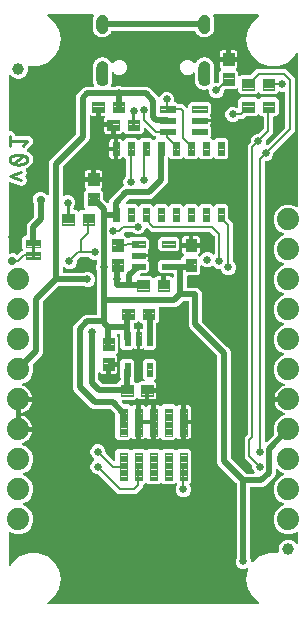
<source format=gbl>
G04 EAGLE Gerber RS-274X export*
G75*
%MOMM*%
%FSLAX34Y34*%
%LPD*%
%INBottom Copper*%
%IPPOS*%
%AMOC8*
5,1,8,0,0,1.08239X$1,22.5*%
G01*
%ADD10C,0.279400*%
%ADD11C,0.755600*%
%ADD12C,0.102000*%
%ADD13C,0.100000*%
%ADD14C,0.099059*%
%ADD15C,0.099000*%
%ADD16C,1.879600*%
%ADD17C,1.000000*%
%ADD18C,0.103600*%
%ADD19C,0.508000*%
%ADD20C,0.660400*%
%ADD21C,0.736600*%
%ADD22C,0.254000*%
%ADD23C,0.177800*%
%ADD24C,0.203200*%

G36*
X215837Y4329D02*
X215837Y4329D01*
X215911Y4329D01*
X215977Y4349D01*
X216046Y4359D01*
X216113Y4389D01*
X216184Y4409D01*
X216242Y4446D01*
X216305Y4475D01*
X216362Y4522D01*
X216424Y4562D01*
X216470Y4614D01*
X216522Y4658D01*
X216563Y4720D01*
X216612Y4775D01*
X216642Y4837D01*
X216680Y4895D01*
X216702Y4965D01*
X216734Y5032D01*
X216745Y5100D01*
X216766Y5166D01*
X216768Y5240D01*
X216780Y5312D01*
X216771Y5381D01*
X216773Y5450D01*
X216754Y5521D01*
X216746Y5595D01*
X216719Y5658D01*
X216701Y5725D01*
X216664Y5789D01*
X216635Y5856D01*
X216597Y5901D01*
X216556Y5970D01*
X216467Y6054D01*
X216417Y6112D01*
X211015Y10644D01*
X207029Y17549D01*
X205645Y25400D01*
X207029Y33251D01*
X207128Y33422D01*
X207163Y33511D01*
X207207Y33596D01*
X207216Y33642D01*
X207234Y33686D01*
X207244Y33781D01*
X207262Y33875D01*
X207258Y33922D01*
X207263Y33969D01*
X207246Y34063D01*
X207238Y34158D01*
X207221Y34202D01*
X207212Y34248D01*
X207170Y34334D01*
X207136Y34423D01*
X207107Y34461D01*
X207086Y34503D01*
X207022Y34574D01*
X206964Y34650D01*
X206926Y34678D01*
X206894Y34713D01*
X206813Y34763D01*
X206736Y34820D01*
X206692Y34837D01*
X206652Y34861D01*
X206560Y34887D01*
X206470Y34921D01*
X206423Y34924D01*
X206378Y34937D01*
X206282Y34936D01*
X206187Y34943D01*
X206146Y34934D01*
X206094Y34933D01*
X205933Y34885D01*
X205860Y34868D01*
X204463Y34289D01*
X201937Y34289D01*
X199603Y35256D01*
X197816Y37043D01*
X196849Y39377D01*
X196849Y41903D01*
X197534Y43556D01*
X197542Y43586D01*
X197556Y43614D01*
X197569Y43691D01*
X197576Y43719D01*
X197584Y43746D01*
X197585Y43752D01*
X197605Y43832D01*
X197603Y43896D01*
X197611Y43945D01*
X197611Y106485D01*
X197599Y106571D01*
X197596Y106659D01*
X197579Y106711D01*
X197571Y106766D01*
X197536Y106846D01*
X197509Y106929D01*
X197481Y106968D01*
X197455Y107025D01*
X197359Y107139D01*
X197314Y107202D01*
X181952Y122564D01*
X181101Y124618D01*
X181101Y214435D01*
X181089Y214521D01*
X181086Y214609D01*
X181069Y214661D01*
X181061Y214716D01*
X181026Y214796D01*
X180999Y214879D01*
X180971Y214918D01*
X180945Y214975D01*
X180852Y215086D01*
X180837Y215111D01*
X180826Y215121D01*
X180804Y215152D01*
X159537Y236419D01*
X157822Y238134D01*
X156971Y240188D01*
X156971Y260096D01*
X156963Y260154D01*
X156965Y260212D01*
X156943Y260294D01*
X156931Y260378D01*
X156908Y260431D01*
X156893Y260487D01*
X156850Y260560D01*
X156815Y260637D01*
X156777Y260682D01*
X156748Y260732D01*
X156686Y260790D01*
X156632Y260854D01*
X156583Y260886D01*
X156540Y260926D01*
X156465Y260965D01*
X156395Y261012D01*
X156339Y261029D01*
X156287Y261056D01*
X156219Y261067D01*
X156124Y261097D01*
X156024Y261100D01*
X155956Y261111D01*
X152595Y261111D01*
X152509Y261099D01*
X152421Y261096D01*
X152369Y261079D01*
X152314Y261071D01*
X152234Y261036D01*
X152151Y261009D01*
X152112Y260981D01*
X152055Y260955D01*
X151941Y260859D01*
X151878Y260814D01*
X147946Y256882D01*
X145892Y256031D01*
X132364Y256031D01*
X132306Y256023D01*
X132248Y256025D01*
X132166Y256003D01*
X132082Y255991D01*
X132029Y255968D01*
X131973Y255953D01*
X131900Y255910D01*
X131823Y255875D01*
X131778Y255837D01*
X131728Y255808D01*
X131670Y255746D01*
X131606Y255692D01*
X131574Y255643D01*
X131534Y255600D01*
X131495Y255525D01*
X131448Y255455D01*
X131431Y255399D01*
X131404Y255347D01*
X131393Y255279D01*
X131363Y255184D01*
X131360Y255084D01*
X131349Y255016D01*
X131349Y244220D01*
X129686Y242557D01*
X129634Y242488D01*
X129574Y242424D01*
X129548Y242374D01*
X129515Y242330D01*
X129484Y242248D01*
X129444Y242171D01*
X129436Y242123D01*
X129414Y242065D01*
X129402Y241917D01*
X129389Y241840D01*
X129389Y236504D01*
X129401Y236418D01*
X129404Y236330D01*
X129421Y236278D01*
X129429Y236223D01*
X129464Y236143D01*
X129491Y236060D01*
X129519Y236021D01*
X129545Y235963D01*
X129599Y235900D01*
X129599Y221928D01*
X127523Y219852D01*
X120077Y219852D01*
X119315Y220615D01*
X119260Y220656D01*
X119212Y220704D01*
X119147Y220741D01*
X119087Y220786D01*
X119024Y220810D01*
X118964Y220843D01*
X118892Y220860D01*
X118822Y220887D01*
X118754Y220893D01*
X118687Y220908D01*
X118613Y220904D01*
X118538Y220911D01*
X118472Y220897D01*
X118403Y220894D01*
X118345Y220872D01*
X118260Y220855D01*
X118158Y220802D01*
X118089Y220776D01*
X117727Y220567D01*
X116955Y220360D01*
X115674Y220360D01*
X115674Y228542D01*
X115666Y228600D01*
X115668Y228658D01*
X115646Y228740D01*
X115634Y228823D01*
X115611Y228877D01*
X115604Y228901D01*
X115619Y228929D01*
X115630Y228997D01*
X115660Y229092D01*
X115663Y229192D01*
X115674Y229260D01*
X115674Y237442D01*
X116980Y237442D01*
X116982Y237442D01*
X117028Y237427D01*
X117122Y237424D01*
X117215Y237413D01*
X117263Y237421D01*
X117312Y237420D01*
X117403Y237443D01*
X117496Y237458D01*
X117540Y237479D01*
X117587Y237491D01*
X117668Y237539D01*
X117753Y237579D01*
X117790Y237612D01*
X117832Y237637D01*
X117896Y237705D01*
X117967Y237767D01*
X117993Y237808D01*
X118026Y237844D01*
X118069Y237928D01*
X118120Y238007D01*
X118134Y238054D01*
X118156Y238097D01*
X118168Y238170D01*
X118200Y238279D01*
X118201Y238366D01*
X118211Y238428D01*
X118211Y241126D01*
X118203Y241184D01*
X118205Y241242D01*
X118183Y241324D01*
X118171Y241408D01*
X118148Y241461D01*
X118133Y241517D01*
X118090Y241590D01*
X118055Y241667D01*
X118017Y241712D01*
X117988Y241762D01*
X117926Y241820D01*
X117872Y241884D01*
X117823Y241916D01*
X117780Y241956D01*
X117705Y241995D01*
X117635Y242042D01*
X117579Y242059D01*
X117527Y242086D01*
X117459Y242097D01*
X117364Y242127D01*
X117264Y242130D01*
X117196Y242141D01*
X116330Y242141D01*
X115018Y243453D01*
X114971Y243489D01*
X114931Y243531D01*
X114858Y243574D01*
X114791Y243624D01*
X114736Y243645D01*
X114686Y243675D01*
X114604Y243695D01*
X114525Y243726D01*
X114467Y243730D01*
X114410Y243745D01*
X114326Y243742D01*
X114242Y243749D01*
X114184Y243738D01*
X114126Y243736D01*
X114046Y243710D01*
X113963Y243693D01*
X113911Y243666D01*
X113855Y243648D01*
X113799Y243608D01*
X113711Y243562D01*
X113638Y243494D01*
X113582Y243453D01*
X112270Y242141D01*
X111404Y242141D01*
X111346Y242133D01*
X111288Y242135D01*
X111206Y242113D01*
X111122Y242101D01*
X111069Y242078D01*
X111013Y242063D01*
X110940Y242020D01*
X110863Y241985D01*
X110818Y241947D01*
X110768Y241918D01*
X110710Y241856D01*
X110646Y241802D01*
X110614Y241753D01*
X110574Y241710D01*
X110535Y241635D01*
X110488Y241565D01*
X110471Y241509D01*
X110444Y241457D01*
X110433Y241389D01*
X110403Y241294D01*
X110400Y241194D01*
X110389Y241126D01*
X110389Y238428D01*
X110396Y238380D01*
X110393Y238331D01*
X110415Y238239D01*
X110429Y238147D01*
X110448Y238102D01*
X110460Y238055D01*
X110506Y237973D01*
X110545Y237887D01*
X110576Y237850D01*
X110601Y237807D01*
X110668Y237742D01*
X110728Y237670D01*
X110769Y237643D01*
X110804Y237609D01*
X110887Y237565D01*
X110965Y237513D01*
X111012Y237498D01*
X111055Y237475D01*
X111147Y237455D01*
X111236Y237427D01*
X111285Y237426D01*
X111333Y237415D01*
X111407Y237422D01*
X111520Y237420D01*
X111604Y237441D01*
X111607Y237442D01*
X112926Y237442D01*
X112926Y229260D01*
X112934Y229202D01*
X112932Y229144D01*
X112954Y229062D01*
X112966Y228979D01*
X112989Y228925D01*
X112996Y228901D01*
X112981Y228873D01*
X112970Y228805D01*
X112940Y228710D01*
X112937Y228610D01*
X112926Y228542D01*
X112926Y220360D01*
X111645Y220360D01*
X110873Y220567D01*
X110511Y220776D01*
X110448Y220802D01*
X110389Y220836D01*
X110317Y220855D01*
X110247Y220883D01*
X110180Y220890D01*
X110113Y220906D01*
X110039Y220904D01*
X109965Y220912D01*
X109897Y220899D01*
X109829Y220897D01*
X109758Y220874D01*
X109685Y220861D01*
X109624Y220831D01*
X109559Y220810D01*
X109508Y220773D01*
X109430Y220735D01*
X109346Y220658D01*
X109285Y220615D01*
X108523Y219852D01*
X101077Y219852D01*
X99001Y221928D01*
X99001Y232156D01*
X98993Y232214D01*
X98995Y232272D01*
X98973Y232354D01*
X98961Y232438D01*
X98938Y232491D01*
X98923Y232547D01*
X98880Y232620D01*
X98845Y232697D01*
X98807Y232742D01*
X98778Y232792D01*
X98716Y232850D01*
X98662Y232914D01*
X98613Y232946D01*
X98570Y232986D01*
X98495Y233025D01*
X98425Y233072D01*
X98369Y233089D01*
X98317Y233116D01*
X98249Y233127D01*
X98154Y233157D01*
X98054Y233160D01*
X97986Y233171D01*
X97098Y233171D01*
X97069Y233167D01*
X97040Y233170D01*
X96929Y233147D01*
X96817Y233131D01*
X96790Y233119D01*
X96761Y233114D01*
X96661Y233061D01*
X96558Y233015D01*
X96535Y232996D01*
X96509Y232983D01*
X96427Y232905D01*
X96341Y232832D01*
X96324Y232807D01*
X96303Y232787D01*
X96246Y232689D01*
X96183Y232595D01*
X96174Y232567D01*
X96159Y232542D01*
X96131Y232432D01*
X96097Y232324D01*
X96096Y232294D01*
X96089Y232266D01*
X96093Y232153D01*
X96090Y232040D01*
X96097Y232011D01*
X96098Y231982D01*
X96133Y231874D01*
X96162Y231765D01*
X96177Y231739D01*
X96186Y231711D01*
X96231Y231647D01*
X96307Y231520D01*
X96353Y231477D01*
X96381Y231438D01*
X96949Y230870D01*
X96949Y217930D01*
X95277Y216259D01*
X95242Y216212D01*
X95200Y216172D01*
X95157Y216099D01*
X95106Y216032D01*
X95086Y215977D01*
X95056Y215926D01*
X95035Y215845D01*
X95005Y215766D01*
X95000Y215708D01*
X94986Y215651D01*
X94989Y215567D01*
X94982Y215483D01*
X94993Y215425D01*
X94995Y215367D01*
X95021Y215286D01*
X95038Y215204D01*
X95064Y215152D01*
X95082Y215096D01*
X95123Y215040D01*
X95169Y214951D01*
X95237Y214879D01*
X95250Y214861D01*
X95254Y214855D01*
X95256Y214853D01*
X95277Y214823D01*
X95833Y214267D01*
X96234Y213574D01*
X96441Y212800D01*
X96441Y209431D01*
X89916Y209431D01*
X89858Y209423D01*
X89800Y209424D01*
X89718Y209403D01*
X89635Y209391D01*
X89581Y209367D01*
X89525Y209353D01*
X89452Y209310D01*
X89375Y209275D01*
X89331Y209237D01*
X89280Y209207D01*
X89223Y209146D01*
X89158Y209091D01*
X89126Y209043D01*
X89086Y209000D01*
X89047Y208925D01*
X89001Y208855D01*
X88983Y208799D01*
X88956Y208747D01*
X88945Y208679D01*
X88915Y208584D01*
X88912Y208484D01*
X88901Y208416D01*
X88901Y207399D01*
X87884Y207399D01*
X87826Y207391D01*
X87768Y207392D01*
X87686Y207371D01*
X87603Y207359D01*
X87549Y207335D01*
X87493Y207321D01*
X87420Y207278D01*
X87343Y207243D01*
X87298Y207205D01*
X87248Y207175D01*
X87190Y207114D01*
X87126Y207059D01*
X87094Y207011D01*
X87054Y206968D01*
X87015Y206893D01*
X86969Y206823D01*
X86951Y206767D01*
X86924Y206715D01*
X86913Y206647D01*
X86883Y206552D01*
X86880Y206452D01*
X86869Y206384D01*
X86869Y199359D01*
X84000Y199359D01*
X83226Y199566D01*
X82533Y199967D01*
X81998Y200502D01*
X81974Y200520D01*
X81955Y200542D01*
X81861Y200605D01*
X81771Y200673D01*
X81743Y200683D01*
X81719Y200699D01*
X81611Y200734D01*
X81505Y200774D01*
X81476Y200776D01*
X81448Y200785D01*
X81334Y200788D01*
X81222Y200798D01*
X81193Y200792D01*
X81164Y200793D01*
X81054Y200764D01*
X80943Y200742D01*
X80917Y200728D01*
X80889Y200721D01*
X80791Y200663D01*
X80691Y200611D01*
X80669Y200590D01*
X80644Y200575D01*
X80567Y200493D01*
X80485Y200415D01*
X80470Y200390D01*
X80450Y200368D01*
X80398Y200267D01*
X80341Y200170D01*
X80334Y200141D01*
X80320Y200115D01*
X80307Y200038D01*
X80271Y199894D01*
X80273Y199832D01*
X80265Y199784D01*
X80265Y194759D01*
X80277Y194673D01*
X80280Y194585D01*
X80297Y194533D01*
X80305Y194478D01*
X80340Y194398D01*
X80367Y194315D01*
X80395Y194276D01*
X80421Y194219D01*
X80517Y194105D01*
X80562Y194042D01*
X83298Y191306D01*
X83367Y191254D01*
X83431Y191194D01*
X83481Y191168D01*
X83525Y191135D01*
X83606Y191104D01*
X83684Y191064D01*
X83732Y191056D01*
X83790Y191034D01*
X83938Y191022D01*
X84015Y191009D01*
X95180Y191009D01*
X95266Y191021D01*
X95354Y191024D01*
X95406Y191041D01*
X95461Y191049D01*
X95541Y191084D01*
X95624Y191111D01*
X95663Y191139D01*
X95720Y191165D01*
X95834Y191261D01*
X95897Y191306D01*
X98060Y193469D01*
X98196Y193469D01*
X98254Y193477D01*
X98312Y193475D01*
X98394Y193497D01*
X98478Y193509D01*
X98531Y193532D01*
X98587Y193547D01*
X98660Y193590D01*
X98737Y193625D01*
X98782Y193663D01*
X98832Y193692D01*
X98890Y193754D01*
X98954Y193808D01*
X98986Y193857D01*
X99026Y193900D01*
X99065Y193975D01*
X99112Y194045D01*
X99129Y194101D01*
X99156Y194153D01*
X99167Y194221D01*
X99197Y194316D01*
X99200Y194416D01*
X99211Y194484D01*
X99211Y195296D01*
X99199Y195382D01*
X99196Y195470D01*
X99179Y195522D01*
X99171Y195577D01*
X99136Y195657D01*
X99109Y195740D01*
X99081Y195779D01*
X99055Y195837D01*
X99001Y195900D01*
X99001Y209872D01*
X101077Y211948D01*
X108523Y211948D01*
X110599Y209872D01*
X110599Y195907D01*
X110574Y195880D01*
X110548Y195831D01*
X110515Y195786D01*
X110484Y195705D01*
X110444Y195627D01*
X110436Y195579D01*
X110414Y195521D01*
X110402Y195373D01*
X110389Y195296D01*
X110389Y194484D01*
X110397Y194426D01*
X110395Y194368D01*
X110417Y194286D01*
X110429Y194202D01*
X110452Y194149D01*
X110467Y194093D01*
X110510Y194020D01*
X110545Y193943D01*
X110583Y193898D01*
X110612Y193848D01*
X110674Y193790D01*
X110728Y193726D01*
X110771Y193698D01*
X112671Y191797D01*
X112718Y191762D01*
X112758Y191720D01*
X112831Y191677D01*
X112898Y191626D01*
X112953Y191606D01*
X113004Y191576D01*
X113085Y191555D01*
X113164Y191525D01*
X113222Y191520D01*
X113279Y191506D01*
X113363Y191509D01*
X113447Y191502D01*
X113505Y191513D01*
X113563Y191515D01*
X113644Y191541D01*
X113726Y191558D01*
X113778Y191584D01*
X113834Y191602D01*
X113890Y191643D01*
X113979Y191689D01*
X114051Y191757D01*
X114107Y191797D01*
X114663Y192353D01*
X115356Y192754D01*
X116130Y192961D01*
X118516Y192961D01*
X118545Y192965D01*
X118574Y192962D01*
X118685Y192985D01*
X118797Y193001D01*
X118824Y193013D01*
X118853Y193018D01*
X118953Y193071D01*
X119057Y193117D01*
X119079Y193136D01*
X119105Y193149D01*
X119187Y193227D01*
X119274Y193300D01*
X119290Y193325D01*
X119311Y193345D01*
X119368Y193443D01*
X119431Y193537D01*
X119440Y193565D01*
X119455Y193590D01*
X119483Y193700D01*
X119517Y193808D01*
X119518Y193838D01*
X119525Y193866D01*
X119521Y193979D01*
X119524Y194092D01*
X119517Y194121D01*
X119516Y194150D01*
X119481Y194258D01*
X119452Y194367D01*
X119437Y194393D01*
X119428Y194421D01*
X119383Y194485D01*
X119307Y194612D01*
X119262Y194655D01*
X119234Y194694D01*
X118001Y195926D01*
X118001Y209872D01*
X120077Y211948D01*
X127523Y211948D01*
X129599Y209872D01*
X129599Y195926D01*
X127829Y194157D01*
X127800Y194118D01*
X127764Y194085D01*
X127715Y194005D01*
X127658Y193930D01*
X127641Y193884D01*
X127616Y193842D01*
X127591Y193752D01*
X127557Y193664D01*
X127553Y193615D01*
X127540Y193568D01*
X127541Y193474D01*
X127534Y193381D01*
X127543Y193333D01*
X127544Y193284D01*
X127571Y193194D01*
X127589Y193102D01*
X127612Y193058D01*
X127626Y193012D01*
X127677Y192933D01*
X127720Y192850D01*
X127754Y192814D01*
X127781Y192773D01*
X127838Y192726D01*
X127916Y192643D01*
X127991Y192599D01*
X128040Y192560D01*
X128397Y192353D01*
X128963Y191787D01*
X129364Y191094D01*
X129571Y190320D01*
X129571Y187451D01*
X122546Y187451D01*
X122488Y187443D01*
X122430Y187444D01*
X122348Y187423D01*
X122265Y187411D01*
X122211Y187387D01*
X122155Y187373D01*
X122082Y187330D01*
X122005Y187295D01*
X121961Y187257D01*
X121910Y187227D01*
X121853Y187166D01*
X121788Y187111D01*
X121756Y187063D01*
X121716Y187020D01*
X121677Y186945D01*
X121631Y186875D01*
X121613Y186819D01*
X121586Y186767D01*
X121575Y186699D01*
X121545Y186604D01*
X121542Y186504D01*
X121531Y186436D01*
X121531Y185419D01*
X120514Y185419D01*
X120456Y185411D01*
X120398Y185412D01*
X120316Y185391D01*
X120233Y185379D01*
X120179Y185355D01*
X120123Y185341D01*
X120050Y185298D01*
X119973Y185263D01*
X119928Y185225D01*
X119878Y185195D01*
X119820Y185134D01*
X119756Y185079D01*
X119724Y185031D01*
X119684Y184988D01*
X119645Y184913D01*
X119599Y184843D01*
X119581Y184787D01*
X119554Y184735D01*
X119543Y184667D01*
X119513Y184572D01*
X119510Y184472D01*
X119499Y184404D01*
X119499Y177879D01*
X116130Y177879D01*
X115356Y178086D01*
X114663Y178487D01*
X114107Y179043D01*
X114060Y179078D01*
X114020Y179120D01*
X113947Y179163D01*
X113880Y179214D01*
X113825Y179234D01*
X113775Y179264D01*
X113693Y179285D01*
X113614Y179315D01*
X113556Y179320D01*
X113499Y179334D01*
X113415Y179331D01*
X113331Y179338D01*
X113274Y179327D01*
X113215Y179325D01*
X113135Y179299D01*
X113052Y179282D01*
X113000Y179255D01*
X112945Y179238D01*
X112889Y179197D01*
X112800Y179151D01*
X112727Y179083D01*
X112671Y179043D01*
X111000Y177371D01*
X100953Y177371D01*
X100924Y177367D01*
X100895Y177370D01*
X100784Y177347D01*
X100672Y177331D01*
X100645Y177319D01*
X100616Y177314D01*
X100516Y177261D01*
X100412Y177215D01*
X100390Y177196D01*
X100364Y177183D01*
X100282Y177105D01*
X100195Y177032D01*
X100179Y177007D01*
X100158Y176987D01*
X100101Y176889D01*
X100038Y176795D01*
X100029Y176767D01*
X100014Y176742D01*
X99986Y176632D01*
X99952Y176524D01*
X99951Y176494D01*
X99944Y176466D01*
X99948Y176353D01*
X99945Y176240D01*
X99952Y176211D01*
X99953Y176182D01*
X99988Y176074D01*
X100017Y175965D01*
X100032Y175939D01*
X100041Y175911D01*
X100086Y175848D01*
X100162Y175720D01*
X100208Y175677D01*
X100236Y175638D01*
X102128Y173746D01*
X102197Y173694D01*
X102261Y173634D01*
X102311Y173608D01*
X102355Y173575D01*
X102436Y173544D01*
X102514Y173504D01*
X102562Y173496D01*
X102620Y173474D01*
X102768Y173462D01*
X102845Y173449D01*
X106259Y173449D01*
X107591Y172117D01*
X107638Y172082D01*
X107678Y172039D01*
X107706Y172023D01*
X107709Y172020D01*
X107724Y172013D01*
X107751Y171997D01*
X107818Y171946D01*
X107873Y171925D01*
X107924Y171895D01*
X108005Y171875D01*
X108084Y171845D01*
X108142Y171840D01*
X108199Y171825D01*
X108284Y171828D01*
X108367Y171821D01*
X108425Y171833D01*
X108483Y171834D01*
X108564Y171860D01*
X108646Y171877D01*
X108698Y171904D01*
X108754Y171922D01*
X108810Y171962D01*
X108899Y172008D01*
X108971Y172077D01*
X109027Y172117D01*
X109240Y172330D01*
X109937Y172732D01*
X110715Y172941D01*
X112451Y172941D01*
X112451Y159334D01*
X112459Y159276D01*
X112457Y159218D01*
X112479Y159136D01*
X112491Y159053D01*
X112514Y158999D01*
X112529Y158943D01*
X112572Y158870D01*
X112607Y158793D01*
X112645Y158749D01*
X112674Y158698D01*
X112736Y158641D01*
X112790Y158576D01*
X112839Y158544D01*
X112882Y158504D01*
X112893Y158498D01*
X112880Y158487D01*
X112830Y158457D01*
X112772Y158396D01*
X112708Y158341D01*
X112676Y158293D01*
X112636Y158250D01*
X112597Y158175D01*
X112550Y158105D01*
X112533Y158049D01*
X112506Y157997D01*
X112495Y157929D01*
X112465Y157834D01*
X112462Y157734D01*
X112451Y157666D01*
X112451Y144059D01*
X110715Y144059D01*
X109937Y144268D01*
X109240Y144670D01*
X109027Y144883D01*
X108980Y144918D01*
X108940Y144961D01*
X108867Y145003D01*
X108800Y145054D01*
X108745Y145075D01*
X108695Y145104D01*
X108613Y145125D01*
X108534Y145155D01*
X108476Y145160D01*
X108419Y145175D01*
X108335Y145172D01*
X108251Y145179D01*
X108194Y145167D01*
X108135Y145166D01*
X108055Y145140D01*
X107972Y145123D01*
X107920Y145096D01*
X107865Y145078D01*
X107808Y145038D01*
X107720Y144992D01*
X107648Y144923D01*
X107591Y144883D01*
X106259Y143551D01*
X96941Y143551D01*
X94851Y145641D01*
X94851Y164795D01*
X94845Y164842D01*
X94845Y164845D01*
X94844Y164848D01*
X94839Y164881D01*
X94836Y164969D01*
X94819Y165021D01*
X94811Y165076D01*
X94776Y165156D01*
X94749Y165239D01*
X94721Y165278D01*
X94695Y165335D01*
X94599Y165449D01*
X94554Y165512D01*
X90692Y169374D01*
X90623Y169426D01*
X90559Y169486D01*
X90509Y169512D01*
X90465Y169545D01*
X90384Y169576D01*
X90306Y169616D01*
X90258Y169624D01*
X90200Y169646D01*
X90052Y169658D01*
X89975Y169671D01*
X76358Y169671D01*
X74304Y170522D01*
X60032Y184794D01*
X59181Y186848D01*
X59181Y238602D01*
X60032Y240656D01*
X67954Y248578D01*
X70008Y249429D01*
X78486Y249429D01*
X78544Y249437D01*
X78602Y249435D01*
X78684Y249457D01*
X78768Y249469D01*
X78821Y249492D01*
X78877Y249507D01*
X78950Y249550D01*
X79027Y249585D01*
X79072Y249623D01*
X79122Y249652D01*
X79180Y249714D01*
X79244Y249768D01*
X79276Y249817D01*
X79316Y249860D01*
X79355Y249935D01*
X79402Y250005D01*
X79419Y250061D01*
X79446Y250113D01*
X79457Y250181D01*
X79487Y250276D01*
X79490Y250376D01*
X79501Y250444D01*
X79501Y286255D01*
X79497Y286286D01*
X79499Y286317D01*
X79482Y286393D01*
X79461Y286537D01*
X79435Y286595D01*
X79424Y286644D01*
X78739Y288297D01*
X78739Y290823D01*
X79424Y292476D01*
X79432Y292506D01*
X79446Y292534D01*
X79459Y292611D01*
X79495Y292752D01*
X79493Y292816D01*
X79501Y292865D01*
X79501Y294894D01*
X79493Y294952D01*
X79495Y295010D01*
X79473Y295092D01*
X79461Y295176D01*
X79438Y295229D01*
X79423Y295285D01*
X79380Y295358D01*
X79345Y295435D01*
X79307Y295480D01*
X79278Y295530D01*
X79216Y295588D01*
X79162Y295652D01*
X79113Y295684D01*
X79070Y295724D01*
X78995Y295763D01*
X78925Y295810D01*
X78869Y295827D01*
X78817Y295854D01*
X78749Y295865D01*
X78654Y295895D01*
X78554Y295898D01*
X78486Y295909D01*
X76207Y295909D01*
X73873Y296876D01*
X72851Y297898D01*
X72781Y297950D01*
X72717Y298010D01*
X72668Y298036D01*
X72624Y298069D01*
X72542Y298100D01*
X72464Y298140D01*
X72416Y298148D01*
X72358Y298170D01*
X72210Y298182D01*
X72133Y298195D01*
X65604Y298195D01*
X65518Y298183D01*
X65430Y298180D01*
X65377Y298163D01*
X65323Y298155D01*
X65243Y298120D01*
X65160Y298093D01*
X65120Y298065D01*
X65063Y298039D01*
X64950Y297943D01*
X64886Y297898D01*
X62528Y295540D01*
X62476Y295470D01*
X62416Y295406D01*
X62390Y295357D01*
X62357Y295313D01*
X62326Y295231D01*
X62286Y295153D01*
X62278Y295105D01*
X62256Y295047D01*
X62244Y294899D01*
X62231Y294822D01*
X62231Y293377D01*
X61264Y291043D01*
X59477Y289256D01*
X57143Y288289D01*
X54617Y288289D01*
X52283Y289256D01*
X51772Y289767D01*
X51748Y289784D01*
X51729Y289807D01*
X51635Y289870D01*
X51545Y289938D01*
X51517Y289948D01*
X51493Y289964D01*
X51385Y289999D01*
X51279Y290039D01*
X51250Y290041D01*
X51222Y290050D01*
X51108Y290053D01*
X50996Y290063D01*
X50967Y290057D01*
X50938Y290058D01*
X50828Y290029D01*
X50717Y290007D01*
X50691Y289993D01*
X50663Y289986D01*
X50565Y289928D01*
X50465Y289876D01*
X50443Y289855D01*
X50418Y289840D01*
X50341Y289758D01*
X50259Y289680D01*
X50244Y289655D01*
X50224Y289633D01*
X50172Y289532D01*
X50115Y289435D01*
X50108Y289406D01*
X50094Y289380D01*
X50081Y289303D01*
X50045Y289159D01*
X50047Y289097D01*
X50039Y289049D01*
X50039Y286004D01*
X50047Y285946D01*
X50045Y285888D01*
X50067Y285806D01*
X50079Y285722D01*
X50102Y285669D01*
X50117Y285613D01*
X50160Y285540D01*
X50195Y285463D01*
X50233Y285418D01*
X50262Y285368D01*
X50324Y285310D01*
X50378Y285246D01*
X50427Y285214D01*
X50470Y285174D01*
X50545Y285135D01*
X50615Y285088D01*
X50671Y285071D01*
X50723Y285044D01*
X50791Y285033D01*
X50886Y285003D01*
X50986Y285000D01*
X51054Y284989D01*
X67815Y284989D01*
X67846Y284993D01*
X67877Y284991D01*
X67953Y285008D01*
X68097Y285029D01*
X68155Y285055D01*
X68204Y285066D01*
X69857Y285751D01*
X72383Y285751D01*
X74717Y284784D01*
X76504Y282997D01*
X77471Y280663D01*
X77471Y278137D01*
X76504Y275803D01*
X74717Y274016D01*
X72383Y273049D01*
X69857Y273049D01*
X68204Y273734D01*
X68174Y273742D01*
X68146Y273756D01*
X68069Y273769D01*
X67928Y273805D01*
X67864Y273803D01*
X67815Y273811D01*
X47185Y273811D01*
X47099Y273799D01*
X47011Y273796D01*
X46959Y273779D01*
X46904Y273771D01*
X46824Y273736D01*
X46741Y273709D01*
X46702Y273681D01*
X46645Y273655D01*
X46531Y273559D01*
X46468Y273514D01*
X33826Y260872D01*
X33811Y260852D01*
X33793Y260837D01*
X33762Y260790D01*
X33714Y260739D01*
X33688Y260689D01*
X33655Y260645D01*
X33642Y260609D01*
X33636Y260601D01*
X33624Y260563D01*
X33584Y260486D01*
X33576Y260438D01*
X33554Y260380D01*
X33542Y260232D01*
X33529Y260155D01*
X33529Y217328D01*
X32678Y215274D01*
X30963Y213559D01*
X25021Y207617D01*
X25020Y207616D01*
X25019Y207615D01*
X24933Y207500D01*
X24850Y207390D01*
X24849Y207389D01*
X24848Y207387D01*
X24798Y207252D01*
X24749Y207124D01*
X24749Y207123D01*
X24748Y207121D01*
X24737Y206977D01*
X24725Y206841D01*
X24726Y206840D01*
X24725Y206838D01*
X24729Y206823D01*
X24781Y206562D01*
X24795Y206535D01*
X24801Y206511D01*
X25147Y205676D01*
X25147Y200724D01*
X23252Y196149D01*
X19751Y192648D01*
X16089Y191131D01*
X16029Y191096D01*
X15965Y191070D01*
X15907Y191024D01*
X15844Y190987D01*
X15796Y190937D01*
X15742Y190894D01*
X15699Y190834D01*
X15649Y190780D01*
X15617Y190719D01*
X15577Y190662D01*
X15552Y190593D01*
X15518Y190527D01*
X15505Y190460D01*
X15482Y190394D01*
X15478Y190321D01*
X15463Y190248D01*
X15469Y190180D01*
X15465Y190111D01*
X15481Y190039D01*
X15488Y189965D01*
X15513Y189901D01*
X15528Y189833D01*
X15563Y189769D01*
X15590Y189700D01*
X15631Y189645D01*
X15665Y189584D01*
X15717Y189532D01*
X15761Y189473D01*
X15817Y189432D01*
X15866Y189383D01*
X15921Y189354D01*
X15989Y189303D01*
X16097Y189262D01*
X16163Y189228D01*
X17283Y188864D01*
X18957Y188011D01*
X20478Y186906D01*
X21806Y185578D01*
X22911Y184057D01*
X23764Y182383D01*
X24345Y180596D01*
X24466Y179831D01*
X13716Y179831D01*
X13658Y179823D01*
X13600Y179825D01*
X13518Y179803D01*
X13435Y179791D01*
X13381Y179767D01*
X13325Y179753D01*
X13252Y179710D01*
X13175Y179675D01*
X13131Y179637D01*
X13080Y179607D01*
X13023Y179546D01*
X12958Y179491D01*
X12926Y179443D01*
X12886Y179400D01*
X12847Y179325D01*
X12801Y179255D01*
X12783Y179199D01*
X12756Y179147D01*
X12745Y179079D01*
X12715Y178984D01*
X12712Y178884D01*
X12701Y178816D01*
X12701Y177799D01*
X11684Y177799D01*
X11626Y177791D01*
X11568Y177792D01*
X11486Y177771D01*
X11403Y177759D01*
X11349Y177735D01*
X11293Y177721D01*
X11220Y177678D01*
X11143Y177643D01*
X11098Y177605D01*
X11048Y177575D01*
X10990Y177514D01*
X10926Y177459D01*
X10894Y177411D01*
X10854Y177368D01*
X10815Y177293D01*
X10769Y177223D01*
X10751Y177167D01*
X10724Y177115D01*
X10713Y177047D01*
X10683Y176952D01*
X10680Y176852D01*
X10669Y176784D01*
X10669Y153416D01*
X10677Y153358D01*
X10675Y153300D01*
X10697Y153218D01*
X10709Y153135D01*
X10733Y153081D01*
X10747Y153025D01*
X10790Y152952D01*
X10825Y152875D01*
X10863Y152831D01*
X10893Y152780D01*
X10954Y152723D01*
X11009Y152658D01*
X11057Y152626D01*
X11100Y152586D01*
X11175Y152547D01*
X11245Y152501D01*
X11301Y152483D01*
X11353Y152456D01*
X11421Y152445D01*
X11516Y152415D01*
X11616Y152412D01*
X11684Y152401D01*
X12701Y152401D01*
X12701Y151384D01*
X12709Y151326D01*
X12708Y151268D01*
X12729Y151186D01*
X12741Y151103D01*
X12765Y151049D01*
X12779Y150993D01*
X12822Y150920D01*
X12857Y150843D01*
X12895Y150798D01*
X12925Y150748D01*
X12986Y150690D01*
X13041Y150626D01*
X13089Y150594D01*
X13132Y150554D01*
X13207Y150515D01*
X13277Y150469D01*
X13333Y150451D01*
X13385Y150424D01*
X13453Y150413D01*
X13548Y150383D01*
X13648Y150380D01*
X13716Y150369D01*
X24466Y150369D01*
X24345Y149604D01*
X23764Y147817D01*
X22911Y146143D01*
X21806Y144622D01*
X20478Y143294D01*
X18957Y142189D01*
X17283Y141336D01*
X16163Y140972D01*
X16101Y140942D01*
X16035Y140921D01*
X15974Y140880D01*
X15908Y140847D01*
X15857Y140801D01*
X15799Y140762D01*
X15752Y140706D01*
X15697Y140657D01*
X15661Y140598D01*
X15616Y140545D01*
X15586Y140478D01*
X15547Y140415D01*
X15529Y140348D01*
X15501Y140285D01*
X15491Y140212D01*
X15471Y140141D01*
X15471Y140072D01*
X15462Y140003D01*
X15472Y139931D01*
X15473Y139857D01*
X15493Y139790D01*
X15502Y139722D01*
X15533Y139655D01*
X15554Y139584D01*
X15591Y139526D01*
X15620Y139463D01*
X15667Y139407D01*
X15707Y139345D01*
X15759Y139299D01*
X15804Y139247D01*
X15857Y139214D01*
X15921Y139157D01*
X16025Y139108D01*
X16089Y139069D01*
X19751Y137552D01*
X23252Y134051D01*
X25147Y129476D01*
X25147Y124524D01*
X23252Y119949D01*
X19751Y116448D01*
X16829Y115238D01*
X16804Y115223D01*
X16776Y115214D01*
X16681Y115151D01*
X16584Y115093D01*
X16564Y115072D01*
X16539Y115056D01*
X16467Y114969D01*
X16389Y114887D01*
X16375Y114861D01*
X16357Y114838D01*
X16311Y114735D01*
X16259Y114634D01*
X16253Y114605D01*
X16241Y114578D01*
X16225Y114466D01*
X16204Y114355D01*
X16206Y114326D01*
X16202Y114297D01*
X16218Y114185D01*
X16228Y114072D01*
X16239Y114045D01*
X16243Y114016D01*
X16289Y113912D01*
X16330Y113807D01*
X16348Y113783D01*
X16360Y113756D01*
X16433Y113670D01*
X16502Y113580D01*
X16525Y113562D01*
X16544Y113540D01*
X16611Y113498D01*
X16729Y113410D01*
X16788Y113388D01*
X16829Y113362D01*
X19751Y112152D01*
X23252Y108651D01*
X25147Y104076D01*
X25147Y99124D01*
X23252Y94549D01*
X19751Y91048D01*
X16829Y89838D01*
X16804Y89823D01*
X16776Y89814D01*
X16681Y89751D01*
X16584Y89693D01*
X16564Y89672D01*
X16539Y89656D01*
X16467Y89569D01*
X16389Y89487D01*
X16375Y89461D01*
X16357Y89438D01*
X16311Y89335D01*
X16259Y89234D01*
X16253Y89205D01*
X16241Y89178D01*
X16225Y89066D01*
X16204Y88955D01*
X16206Y88926D01*
X16202Y88897D01*
X16218Y88785D01*
X16228Y88672D01*
X16239Y88645D01*
X16243Y88616D01*
X16289Y88512D01*
X16330Y88407D01*
X16348Y88383D01*
X16360Y88356D01*
X16433Y88270D01*
X16502Y88180D01*
X16525Y88162D01*
X16544Y88140D01*
X16611Y88098D01*
X16729Y88010D01*
X16788Y87988D01*
X16829Y87962D01*
X19751Y86752D01*
X23252Y83251D01*
X25147Y78676D01*
X25147Y73724D01*
X23252Y69149D01*
X19751Y65648D01*
X15176Y63753D01*
X10224Y63753D01*
X5723Y65618D01*
X5611Y65647D01*
X5502Y65681D01*
X5474Y65682D01*
X5447Y65689D01*
X5333Y65686D01*
X5218Y65689D01*
X5191Y65682D01*
X5163Y65681D01*
X5054Y65646D01*
X4943Y65617D01*
X4919Y65603D01*
X4892Y65594D01*
X4797Y65530D01*
X4698Y65471D01*
X4679Y65451D01*
X4656Y65436D01*
X4582Y65348D01*
X4504Y65264D01*
X4491Y65239D01*
X4473Y65218D01*
X4427Y65113D01*
X4374Y65011D01*
X4370Y64986D01*
X4358Y64958D01*
X4321Y64695D01*
X4319Y64680D01*
X4319Y37889D01*
X4321Y37869D01*
X4319Y37850D01*
X4341Y37729D01*
X4359Y37607D01*
X4367Y37589D01*
X4370Y37570D01*
X4425Y37460D01*
X4475Y37348D01*
X4487Y37333D01*
X4496Y37315D01*
X4579Y37224D01*
X4658Y37131D01*
X4675Y37120D01*
X4688Y37105D01*
X4793Y37041D01*
X4895Y36973D01*
X4914Y36967D01*
X4930Y36957D01*
X5049Y36924D01*
X5166Y36887D01*
X5186Y36887D01*
X5205Y36882D01*
X5327Y36883D01*
X5450Y36880D01*
X5469Y36885D01*
X5489Y36885D01*
X5607Y36921D01*
X5725Y36952D01*
X5742Y36962D01*
X5761Y36967D01*
X5864Y37034D01*
X5970Y37097D01*
X5983Y37111D01*
X6000Y37122D01*
X6046Y37179D01*
X6164Y37304D01*
X6188Y37350D01*
X6213Y37381D01*
X7815Y40156D01*
X13922Y45280D01*
X21414Y48007D01*
X29386Y48007D01*
X36878Y45280D01*
X42985Y40156D01*
X46971Y33251D01*
X48355Y25400D01*
X46971Y17549D01*
X42985Y10645D01*
X37583Y6112D01*
X37534Y6057D01*
X37478Y6009D01*
X37439Y5952D01*
X37393Y5900D01*
X37361Y5834D01*
X37320Y5773D01*
X37299Y5707D01*
X37269Y5644D01*
X37256Y5572D01*
X37234Y5502D01*
X37232Y5433D01*
X37221Y5364D01*
X37229Y5291D01*
X37227Y5218D01*
X37244Y5151D01*
X37252Y5082D01*
X37280Y5014D01*
X37299Y4943D01*
X37334Y4883D01*
X37361Y4819D01*
X37406Y4761D01*
X37444Y4698D01*
X37495Y4651D01*
X37538Y4597D01*
X37598Y4554D01*
X37651Y4504D01*
X37713Y4472D01*
X37770Y4432D01*
X37839Y4408D01*
X37904Y4374D01*
X37963Y4364D01*
X38038Y4338D01*
X38160Y4331D01*
X38236Y4319D01*
X215764Y4319D01*
X215837Y4329D01*
G37*
G36*
X211608Y114813D02*
X211608Y114813D01*
X211637Y114810D01*
X211748Y114833D01*
X211860Y114849D01*
X211887Y114861D01*
X211916Y114866D01*
X212017Y114919D01*
X212120Y114965D01*
X212142Y114984D01*
X212168Y114997D01*
X212250Y115075D01*
X212337Y115148D01*
X212353Y115173D01*
X212374Y115193D01*
X212432Y115291D01*
X212494Y115385D01*
X212503Y115413D01*
X212518Y115438D01*
X212546Y115548D01*
X212580Y115656D01*
X212581Y115686D01*
X212588Y115714D01*
X212585Y115827D01*
X212588Y115940D01*
X212580Y115969D01*
X212579Y115998D01*
X212544Y116106D01*
X212516Y116215D01*
X212501Y116241D01*
X212492Y116269D01*
X212446Y116333D01*
X212370Y116460D01*
X212325Y116503D01*
X212297Y116542D01*
X211786Y117053D01*
X210819Y119387D01*
X210819Y120832D01*
X210807Y120918D01*
X210804Y121006D01*
X210787Y121058D01*
X210779Y121113D01*
X210744Y121193D01*
X210717Y121276D01*
X210689Y121316D01*
X210663Y121373D01*
X210567Y121486D01*
X210522Y121550D01*
X204215Y127856D01*
X204215Y145194D01*
X206458Y147436D01*
X206510Y147506D01*
X206570Y147570D01*
X206596Y147619D01*
X206629Y147664D01*
X206660Y147745D01*
X206700Y147823D01*
X206708Y147871D01*
X206730Y147929D01*
X206742Y148077D01*
X206755Y148154D01*
X206755Y392844D01*
X209252Y395340D01*
X209304Y395410D01*
X209364Y395474D01*
X209390Y395523D01*
X209423Y395568D01*
X209454Y395649D01*
X209494Y395727D01*
X209502Y395775D01*
X209524Y395833D01*
X209536Y395981D01*
X209549Y396058D01*
X209549Y397503D01*
X210516Y399837D01*
X212303Y401624D01*
X214637Y402591D01*
X216082Y402591D01*
X216168Y402603D01*
X216256Y402606D01*
X216308Y402623D01*
X216363Y402631D01*
X216443Y402666D01*
X216526Y402693D01*
X216566Y402721D01*
X216623Y402747D01*
X216736Y402843D01*
X216800Y402888D01*
X220038Y406126D01*
X220090Y406196D01*
X220150Y406260D01*
X220176Y406309D01*
X220209Y406354D01*
X220240Y406435D01*
X220280Y406513D01*
X220288Y406561D01*
X220310Y406619D01*
X220322Y406767D01*
X220335Y406844D01*
X220335Y416386D01*
X220327Y416444D01*
X220329Y416502D01*
X220307Y416584D01*
X220295Y416668D01*
X220272Y416721D01*
X220257Y416777D01*
X220214Y416850D01*
X220179Y416927D01*
X220141Y416972D01*
X220112Y417022D01*
X220050Y417080D01*
X219996Y417144D01*
X219947Y417176D01*
X219904Y417216D01*
X219829Y417255D01*
X219759Y417302D01*
X219703Y417319D01*
X219651Y417346D01*
X219583Y417357D01*
X219488Y417387D01*
X219388Y417390D01*
X219320Y417401D01*
X217930Y417401D01*
X216618Y418713D01*
X216571Y418749D01*
X216531Y418791D01*
X216458Y418834D01*
X216391Y418884D01*
X216336Y418905D01*
X216286Y418935D01*
X216204Y418955D01*
X216125Y418986D01*
X216067Y418990D01*
X216010Y419005D01*
X215926Y419002D01*
X215842Y419009D01*
X215784Y418998D01*
X215726Y418996D01*
X215646Y418970D01*
X215563Y418953D01*
X215511Y418926D01*
X215455Y418908D01*
X215399Y418868D01*
X215311Y418822D01*
X215238Y418753D01*
X215182Y418713D01*
X213870Y417401D01*
X205520Y417401D01*
X205434Y417389D01*
X205346Y417386D01*
X205294Y417369D01*
X205239Y417361D01*
X205159Y417326D01*
X205076Y417299D01*
X205036Y417271D01*
X204979Y417245D01*
X204866Y417149D01*
X204802Y417104D01*
X202734Y415035D01*
X199647Y415035D01*
X199560Y415023D01*
X199473Y415020D01*
X199420Y415003D01*
X199366Y414995D01*
X199286Y414960D01*
X199203Y414933D01*
X199163Y414905D01*
X199106Y414879D01*
X198993Y414783D01*
X198929Y414738D01*
X197907Y413716D01*
X195573Y412749D01*
X193047Y412749D01*
X190713Y413716D01*
X188926Y415503D01*
X187959Y417837D01*
X187959Y420363D01*
X188926Y422697D01*
X190713Y424484D01*
X193047Y425451D01*
X195573Y425451D01*
X197447Y424674D01*
X197559Y424646D01*
X197668Y424611D01*
X197696Y424610D01*
X197723Y424603D01*
X197837Y424607D01*
X197952Y424604D01*
X197979Y424611D01*
X198007Y424612D01*
X198116Y424647D01*
X198227Y424676D01*
X198251Y424690D01*
X198278Y424698D01*
X198373Y424762D01*
X198472Y424821D01*
X198491Y424841D01*
X198514Y424857D01*
X198588Y424944D01*
X198666Y425028D01*
X198679Y425053D01*
X198697Y425074D01*
X198743Y425179D01*
X198796Y425281D01*
X198800Y425306D01*
X198812Y425334D01*
X198829Y425453D01*
X198837Y425480D01*
X198838Y425522D01*
X198849Y425597D01*
X198851Y425612D01*
X198851Y431420D01*
X200930Y433499D01*
X213870Y433499D01*
X215182Y432187D01*
X215229Y432151D01*
X215269Y432109D01*
X215342Y432066D01*
X215409Y432016D01*
X215464Y431995D01*
X215514Y431965D01*
X215596Y431945D01*
X215675Y431914D01*
X215733Y431910D01*
X215790Y431895D01*
X215874Y431898D01*
X215958Y431891D01*
X216016Y431902D01*
X216074Y431904D01*
X216154Y431930D01*
X216237Y431947D01*
X216289Y431974D01*
X216345Y431992D01*
X216401Y432032D01*
X216489Y432078D01*
X216562Y432146D01*
X216618Y432187D01*
X217930Y433499D01*
X230870Y433499D01*
X232949Y431420D01*
X232949Y419480D01*
X230870Y417401D01*
X229480Y417401D01*
X229422Y417393D01*
X229364Y417395D01*
X229282Y417373D01*
X229198Y417361D01*
X229145Y417338D01*
X229089Y417323D01*
X229016Y417280D01*
X228939Y417245D01*
X228894Y417207D01*
X228844Y417178D01*
X228786Y417116D01*
X228722Y417062D01*
X228690Y417013D01*
X228650Y416970D01*
X228611Y416895D01*
X228564Y416825D01*
X228547Y416769D01*
X228520Y416717D01*
X228509Y416649D01*
X228479Y416554D01*
X228476Y416454D01*
X228465Y416386D01*
X228465Y403056D01*
X222548Y397140D01*
X222496Y397070D01*
X222436Y397006D01*
X222410Y396957D01*
X222377Y396912D01*
X222346Y396831D01*
X222306Y396753D01*
X222298Y396705D01*
X222276Y396647D01*
X222264Y396499D01*
X222251Y396422D01*
X222251Y394977D01*
X221978Y394319D01*
X221957Y394236D01*
X221926Y394155D01*
X221921Y394099D01*
X221907Y394044D01*
X221910Y393958D01*
X221903Y393872D01*
X221914Y393816D01*
X221915Y393759D01*
X221942Y393678D01*
X221958Y393593D01*
X221985Y393543D01*
X222002Y393489D01*
X222050Y393417D01*
X222089Y393341D01*
X222129Y393300D01*
X222160Y393252D01*
X222226Y393197D01*
X222285Y393135D01*
X222334Y393106D01*
X222378Y393070D01*
X222456Y393035D01*
X222531Y392991D01*
X222586Y392977D01*
X222638Y392954D01*
X222723Y392942D01*
X222806Y392921D01*
X222863Y392923D01*
X222919Y392915D01*
X223004Y392927D01*
X223090Y392930D01*
X223144Y392948D01*
X223201Y392956D01*
X223279Y392991D01*
X223361Y393018D01*
X223401Y393046D01*
X223460Y393073D01*
X223570Y393167D01*
X223634Y393212D01*
X238208Y407786D01*
X238260Y407856D01*
X238320Y407920D01*
X238346Y407969D01*
X238379Y408013D01*
X238410Y408095D01*
X238450Y408173D01*
X238458Y408221D01*
X238480Y408279D01*
X238492Y408427D01*
X238505Y408504D01*
X238505Y437134D01*
X238497Y437192D01*
X238499Y437250D01*
X238477Y437332D01*
X238465Y437416D01*
X238442Y437469D01*
X238427Y437525D01*
X238384Y437598D01*
X238349Y437675D01*
X238311Y437720D01*
X238282Y437770D01*
X238220Y437828D01*
X238166Y437892D01*
X238117Y437924D01*
X238074Y437964D01*
X237999Y438003D01*
X237929Y438050D01*
X237873Y438067D01*
X237821Y438094D01*
X237753Y438105D01*
X237658Y438135D01*
X237558Y438138D01*
X237490Y438149D01*
X234957Y438149D01*
X233894Y438589D01*
X233893Y438590D01*
X233891Y438591D01*
X233760Y438624D01*
X233619Y438660D01*
X233617Y438660D01*
X233616Y438661D01*
X233475Y438656D01*
X233335Y438652D01*
X233333Y438652D01*
X233332Y438652D01*
X233193Y438607D01*
X233064Y438566D01*
X233063Y438565D01*
X233061Y438564D01*
X233049Y438555D01*
X232828Y438407D01*
X232808Y438384D01*
X232788Y438369D01*
X230870Y436451D01*
X217930Y436451D01*
X216618Y437763D01*
X216571Y437799D01*
X216531Y437841D01*
X216458Y437884D01*
X216391Y437934D01*
X216336Y437955D01*
X216286Y437985D01*
X216204Y438005D01*
X216125Y438036D01*
X216067Y438040D01*
X216010Y438055D01*
X215926Y438052D01*
X215842Y438059D01*
X215784Y438048D01*
X215726Y438046D01*
X215646Y438020D01*
X215563Y438003D01*
X215511Y437976D01*
X215455Y437958D01*
X215399Y437918D01*
X215311Y437872D01*
X215238Y437804D01*
X215182Y437763D01*
X213870Y436451D01*
X200930Y436451D01*
X198851Y438530D01*
X198851Y440082D01*
X198847Y440111D01*
X198850Y440140D01*
X198827Y440250D01*
X198811Y440363D01*
X198799Y440390D01*
X198794Y440419D01*
X198741Y440519D01*
X198695Y440622D01*
X198676Y440645D01*
X198663Y440671D01*
X198585Y440753D01*
X198512Y440839D01*
X198487Y440856D01*
X198467Y440877D01*
X198369Y440934D01*
X198275Y440997D01*
X198247Y441006D01*
X198222Y441021D01*
X198112Y441049D01*
X198004Y441083D01*
X197974Y441084D01*
X197946Y441091D01*
X197833Y441087D01*
X197720Y441090D01*
X197691Y441083D01*
X197662Y441082D01*
X197554Y441047D01*
X197445Y441018D01*
X197419Y441003D01*
X197391Y440994D01*
X197327Y440949D01*
X197200Y440873D01*
X197157Y440827D01*
X197118Y440799D01*
X196470Y440151D01*
X188120Y440151D01*
X188034Y440139D01*
X187946Y440136D01*
X187894Y440119D01*
X187839Y440111D01*
X187759Y440076D01*
X187676Y440049D01*
X187636Y440021D01*
X187579Y439995D01*
X187466Y439899D01*
X187402Y439854D01*
X186988Y439440D01*
X186936Y439370D01*
X186876Y439306D01*
X186850Y439257D01*
X186817Y439212D01*
X186786Y439131D01*
X186746Y439053D01*
X186738Y439005D01*
X186716Y438947D01*
X186704Y438799D01*
X186691Y438722D01*
X186691Y438157D01*
X185724Y435823D01*
X183937Y434036D01*
X181603Y433069D01*
X179077Y433069D01*
X176743Y434036D01*
X174956Y435823D01*
X173989Y438157D01*
X173989Y439283D01*
X173977Y439369D01*
X173974Y439456D01*
X173957Y439509D01*
X173949Y439564D01*
X173914Y439644D01*
X173887Y439727D01*
X173856Y439773D01*
X173833Y439824D01*
X173777Y439890D01*
X173728Y439962D01*
X173686Y439998D01*
X173650Y440041D01*
X173577Y440089D01*
X173510Y440145D01*
X173465Y440163D01*
X173413Y440198D01*
X173272Y440243D01*
X173200Y440273D01*
X173077Y440301D01*
X173075Y440301D01*
X173072Y440302D01*
X173052Y440303D01*
X172794Y440325D01*
X172763Y440318D01*
X172737Y440320D01*
X172100Y440248D01*
X171956Y440211D01*
X171878Y440197D01*
X171273Y439986D01*
X171271Y439985D01*
X171269Y439984D01*
X171252Y439975D01*
X171108Y439900D01*
X170987Y439939D01*
X170955Y439940D01*
X170931Y439947D01*
X170294Y440019D01*
X170144Y440015D01*
X170066Y440019D01*
X169429Y439947D01*
X169427Y439946D01*
X169425Y439947D01*
X169405Y439941D01*
X169249Y439901D01*
X169139Y439966D01*
X169109Y439973D01*
X169087Y439986D01*
X168482Y440197D01*
X168335Y440227D01*
X168260Y440248D01*
X167623Y440320D01*
X167621Y440320D01*
X167618Y440320D01*
X167598Y440319D01*
X167437Y440315D01*
X167344Y440402D01*
X167316Y440417D01*
X167297Y440434D01*
X166754Y440775D01*
X166618Y440836D01*
X166550Y440873D01*
X165945Y441085D01*
X165942Y441086D01*
X165940Y441087D01*
X165920Y441090D01*
X165762Y441121D01*
X165691Y441228D01*
X165667Y441248D01*
X165653Y441269D01*
X165199Y441722D01*
X165080Y441812D01*
X165021Y441864D01*
X164479Y442205D01*
X164477Y442206D01*
X164475Y442207D01*
X164456Y442215D01*
X164317Y442277D01*
X164316Y442283D01*
X164295Y442318D01*
X164264Y442400D01*
X164245Y442425D01*
X164235Y442449D01*
X163894Y442991D01*
X163797Y443106D01*
X163752Y443169D01*
X163299Y443623D01*
X163297Y443624D01*
X163295Y443626D01*
X163277Y443638D01*
X163218Y443683D01*
X163161Y443737D01*
X163149Y443743D01*
X163132Y443861D01*
X163119Y443889D01*
X163115Y443915D01*
X162903Y444520D01*
X162835Y444652D01*
X162805Y444724D01*
X162464Y445267D01*
X162462Y445269D01*
X162461Y445271D01*
X162447Y445287D01*
X162344Y445409D01*
X162355Y445537D01*
X162348Y445567D01*
X162350Y445593D01*
X162278Y446230D01*
X162241Y446374D01*
X162227Y446452D01*
X162159Y446646D01*
X162132Y446699D01*
X162114Y446756D01*
X162074Y446811D01*
X162062Y446835D01*
X162041Y446978D01*
X162029Y447007D01*
X162024Y447032D01*
X161957Y447225D01*
X161981Y447276D01*
X161999Y447332D01*
X162026Y447385D01*
X162037Y447453D01*
X162067Y447546D01*
X162070Y447647D01*
X162081Y447716D01*
X162081Y447919D01*
X162072Y447983D01*
X162075Y448033D01*
X161953Y449115D01*
X162004Y449201D01*
X162012Y449231D01*
X162026Y449258D01*
X162039Y449336D01*
X162075Y449477D01*
X162073Y449541D01*
X162081Y449589D01*
X162081Y453773D01*
X162077Y453802D01*
X162080Y453831D01*
X162057Y453942D01*
X162041Y454054D01*
X162029Y454081D01*
X162024Y454110D01*
X161971Y454210D01*
X161925Y454313D01*
X161906Y454336D01*
X161893Y454362D01*
X161815Y454444D01*
X161742Y454530D01*
X161717Y454547D01*
X161697Y454568D01*
X161599Y454625D01*
X161505Y454688D01*
X161477Y454697D01*
X161452Y454712D01*
X161342Y454740D01*
X161234Y454774D01*
X161204Y454775D01*
X161176Y454782D01*
X161063Y454778D01*
X160950Y454781D01*
X160921Y454774D01*
X160892Y454773D01*
X160784Y454738D01*
X160675Y454709D01*
X160649Y454694D01*
X160621Y454685D01*
X160557Y454640D01*
X160430Y454564D01*
X160387Y454518D01*
X160348Y454490D01*
X159468Y453610D01*
X157153Y452651D01*
X154647Y452651D01*
X152332Y453610D01*
X150560Y455382D01*
X149601Y457697D01*
X149601Y460203D01*
X150560Y462518D01*
X152332Y464290D01*
X154647Y465249D01*
X157153Y465249D01*
X159468Y464290D01*
X161262Y462496D01*
X161263Y462495D01*
X161387Y462402D01*
X161489Y462325D01*
X161490Y462325D01*
X161490Y462324D01*
X161630Y462272D01*
X161755Y462224D01*
X161756Y462224D01*
X161901Y462212D01*
X162038Y462200D01*
X162039Y462201D01*
X162040Y462201D01*
X162179Y462229D01*
X162317Y462256D01*
X162317Y462257D01*
X162318Y462257D01*
X162442Y462321D01*
X162569Y462387D01*
X162570Y462388D01*
X162668Y462482D01*
X162775Y462583D01*
X162776Y462584D01*
X162776Y462585D01*
X162780Y462592D01*
X162919Y462828D01*
X162926Y462857D01*
X162938Y462879D01*
X163115Y463386D01*
X163116Y463388D01*
X163117Y463390D01*
X163120Y463410D01*
X163151Y463568D01*
X163257Y463639D01*
X163278Y463663D01*
X163299Y463677D01*
X163752Y464131D01*
X163842Y464250D01*
X163894Y464309D01*
X164235Y464851D01*
X164236Y464853D01*
X164237Y464855D01*
X164245Y464874D01*
X164311Y465021D01*
X164430Y465066D01*
X164455Y465085D01*
X164479Y465095D01*
X165021Y465436D01*
X165136Y465533D01*
X165199Y465578D01*
X165653Y466031D01*
X165654Y466033D01*
X165656Y466035D01*
X165668Y466053D01*
X165764Y466180D01*
X165891Y466198D01*
X165919Y466211D01*
X165945Y466215D01*
X166550Y466427D01*
X166682Y466495D01*
X166754Y466525D01*
X167297Y466866D01*
X167299Y466868D01*
X167301Y466869D01*
X167317Y466883D01*
X167439Y466986D01*
X167567Y466975D01*
X167597Y466982D01*
X167623Y466980D01*
X168260Y467052D01*
X168404Y467089D01*
X168482Y467103D01*
X169087Y467314D01*
X169089Y467315D01*
X169091Y467316D01*
X169109Y467326D01*
X169252Y467400D01*
X169373Y467361D01*
X169405Y467360D01*
X169429Y467353D01*
X170066Y467281D01*
X170216Y467285D01*
X170294Y467281D01*
X170931Y467353D01*
X170933Y467354D01*
X170935Y467353D01*
X170955Y467359D01*
X171111Y467399D01*
X171221Y467334D01*
X171251Y467327D01*
X171273Y467314D01*
X171878Y467103D01*
X172025Y467073D01*
X172100Y467052D01*
X172737Y466980D01*
X172739Y466980D01*
X172742Y466980D01*
X172762Y466981D01*
X172923Y466985D01*
X173016Y466898D01*
X173044Y466883D01*
X173063Y466866D01*
X173606Y466525D01*
X173742Y466464D01*
X173810Y466427D01*
X174415Y466215D01*
X174418Y466214D01*
X174420Y466213D01*
X174440Y466210D01*
X174598Y466179D01*
X174669Y466073D01*
X174693Y466052D01*
X174707Y466031D01*
X175161Y465578D01*
X175280Y465488D01*
X175339Y465436D01*
X175881Y465095D01*
X175883Y465094D01*
X175885Y465093D01*
X175904Y465085D01*
X176051Y465019D01*
X176096Y464900D01*
X176115Y464875D01*
X176125Y464851D01*
X176466Y464309D01*
X176563Y464194D01*
X176608Y464131D01*
X177061Y463677D01*
X177063Y463676D01*
X177065Y463674D01*
X177083Y463662D01*
X177210Y463566D01*
X177228Y463439D01*
X177241Y463411D01*
X177245Y463385D01*
X177457Y462780D01*
X177525Y462648D01*
X177555Y462576D01*
X177896Y462033D01*
X177898Y462031D01*
X177899Y462029D01*
X177913Y462013D01*
X178016Y461891D01*
X178005Y461763D01*
X178012Y461733D01*
X178010Y461707D01*
X178082Y461070D01*
X178083Y461065D01*
X178097Y461013D01*
X178119Y460926D01*
X178133Y460848D01*
X178201Y460654D01*
X178228Y460601D01*
X178246Y460544D01*
X178286Y460489D01*
X178298Y460465D01*
X178319Y460322D01*
X178331Y460293D01*
X178336Y460268D01*
X178403Y460075D01*
X178379Y460024D01*
X178361Y459968D01*
X178334Y459915D01*
X178323Y459847D01*
X178293Y459754D01*
X178290Y459653D01*
X178279Y459584D01*
X178279Y459381D01*
X178288Y459317D01*
X178285Y459267D01*
X178407Y458185D01*
X178356Y458099D01*
X178348Y458069D01*
X178334Y458042D01*
X178321Y457964D01*
X178285Y457823D01*
X178287Y457759D01*
X178279Y457711D01*
X178279Y449590D01*
X178283Y449559D01*
X178281Y449529D01*
X178303Y449419D01*
X178319Y449308D01*
X178331Y449280D01*
X178337Y449250D01*
X178375Y449181D01*
X178407Y449111D01*
X178285Y448033D01*
X178287Y447968D01*
X178279Y447919D01*
X178279Y447716D01*
X178287Y447657D01*
X178286Y447598D01*
X178305Y447532D01*
X178319Y447435D01*
X178360Y447342D01*
X178379Y447276D01*
X178403Y447225D01*
X178367Y447121D01*
X178350Y447036D01*
X178324Y446954D01*
X178322Y446898D01*
X178312Y446842D01*
X178319Y446756D01*
X178317Y446670D01*
X178331Y446615D01*
X178336Y446559D01*
X178367Y446478D01*
X178388Y446395D01*
X178417Y446346D01*
X178437Y446294D01*
X178490Y446224D01*
X178534Y446150D01*
X178575Y446112D01*
X178609Y446067D01*
X178678Y446015D01*
X178741Y445956D01*
X178791Y445930D01*
X178836Y445896D01*
X178917Y445866D01*
X178994Y445826D01*
X179042Y445818D01*
X179102Y445796D01*
X179248Y445784D01*
X179325Y445771D01*
X181402Y445771D01*
X181488Y445783D01*
X181576Y445786D01*
X181628Y445803D01*
X181683Y445811D01*
X181763Y445846D01*
X181846Y445873D01*
X181886Y445901D01*
X181943Y445927D01*
X182042Y446011D01*
X182072Y446029D01*
X182087Y446045D01*
X182120Y446068D01*
X182154Y446102D01*
X182206Y446172D01*
X182266Y446236D01*
X182292Y446285D01*
X182325Y446330D01*
X182356Y446411D01*
X182396Y446489D01*
X182404Y446537D01*
X182426Y446595D01*
X182438Y446743D01*
X182451Y446820D01*
X182451Y455170D01*
X184123Y456841D01*
X184158Y456888D01*
X184200Y456928D01*
X184243Y457001D01*
X184294Y457068D01*
X184314Y457123D01*
X184344Y457174D01*
X184365Y457255D01*
X184395Y457334D01*
X184400Y457392D01*
X184414Y457449D01*
X184411Y457533D01*
X184418Y457617D01*
X184407Y457675D01*
X184405Y457733D01*
X184379Y457814D01*
X184362Y457896D01*
X184336Y457948D01*
X184318Y458004D01*
X184277Y458060D01*
X184231Y458149D01*
X184163Y458221D01*
X184123Y458277D01*
X183567Y458833D01*
X183166Y459526D01*
X182959Y460300D01*
X182959Y463669D01*
X189484Y463669D01*
X189542Y463677D01*
X189600Y463675D01*
X189682Y463697D01*
X189765Y463709D01*
X189819Y463733D01*
X189875Y463747D01*
X189948Y463790D01*
X190025Y463825D01*
X190069Y463863D01*
X190120Y463893D01*
X190177Y463954D01*
X190242Y464009D01*
X190274Y464057D01*
X190314Y464100D01*
X190353Y464175D01*
X190399Y464245D01*
X190417Y464301D01*
X190444Y464353D01*
X190455Y464421D01*
X190485Y464516D01*
X190488Y464616D01*
X190499Y464684D01*
X190499Y465701D01*
X190501Y465701D01*
X190501Y464684D01*
X190509Y464626D01*
X190508Y464568D01*
X190529Y464486D01*
X190541Y464403D01*
X190565Y464349D01*
X190579Y464293D01*
X190622Y464220D01*
X190657Y464143D01*
X190695Y464098D01*
X190725Y464048D01*
X190786Y463990D01*
X190841Y463926D01*
X190889Y463894D01*
X190932Y463854D01*
X191007Y463815D01*
X191077Y463769D01*
X191133Y463751D01*
X191185Y463724D01*
X191253Y463713D01*
X191348Y463683D01*
X191448Y463680D01*
X191516Y463669D01*
X198041Y463669D01*
X198041Y460300D01*
X197834Y459526D01*
X197433Y458833D01*
X196877Y458277D01*
X196842Y458230D01*
X196800Y458190D01*
X196757Y458117D01*
X196706Y458050D01*
X196686Y457995D01*
X196656Y457945D01*
X196635Y457863D01*
X196605Y457784D01*
X196600Y457726D01*
X196586Y457669D01*
X196589Y457585D01*
X196582Y457501D01*
X196593Y457444D01*
X196595Y457385D01*
X196621Y457305D01*
X196638Y457222D01*
X196665Y457170D01*
X196682Y457115D01*
X196723Y457059D01*
X196769Y456970D01*
X196837Y456897D01*
X196877Y456841D01*
X198549Y455170D01*
X198549Y452618D01*
X198553Y452589D01*
X198550Y452560D01*
X198573Y452449D01*
X198589Y452337D01*
X198601Y452310D01*
X198606Y452281D01*
X198659Y452181D01*
X198705Y452078D01*
X198724Y452055D01*
X198737Y452029D01*
X198815Y451947D01*
X198888Y451861D01*
X198913Y451844D01*
X198933Y451823D01*
X199031Y451766D01*
X199125Y451703D01*
X199153Y451694D01*
X199178Y451679D01*
X199288Y451651D01*
X199396Y451617D01*
X199426Y451616D01*
X199454Y451609D01*
X199567Y451613D01*
X199680Y451610D01*
X199709Y451617D01*
X199738Y451618D01*
X199846Y451653D01*
X199955Y451682D01*
X199981Y451697D01*
X200009Y451706D01*
X200073Y451751D01*
X200200Y451827D01*
X200243Y451873D01*
X200282Y451901D01*
X200930Y452549D01*
X209280Y452549D01*
X209366Y452561D01*
X209454Y452564D01*
X209506Y452581D01*
X209561Y452589D01*
X209641Y452624D01*
X209724Y452651D01*
X209764Y452679D01*
X209821Y452705D01*
X209934Y452801D01*
X209998Y452846D01*
X214606Y457455D01*
X239174Y457455D01*
X246635Y449994D01*
X246635Y404716D01*
X243956Y402038D01*
X228898Y386980D01*
X228846Y386910D01*
X228786Y386846D01*
X228760Y386797D01*
X228727Y386753D01*
X228696Y386671D01*
X228656Y386593D01*
X228648Y386545D01*
X228626Y386487D01*
X228614Y386339D01*
X228601Y386262D01*
X228601Y384817D01*
X227634Y382483D01*
X225847Y380696D01*
X223513Y379729D01*
X222250Y379729D01*
X222192Y379721D01*
X222134Y379723D01*
X222052Y379701D01*
X221968Y379689D01*
X221915Y379666D01*
X221859Y379651D01*
X221786Y379608D01*
X221709Y379573D01*
X221664Y379535D01*
X221614Y379506D01*
X221556Y379444D01*
X221492Y379390D01*
X221460Y379341D01*
X221420Y379298D01*
X221381Y379223D01*
X221334Y379153D01*
X221317Y379097D01*
X221290Y379045D01*
X221279Y378977D01*
X221249Y378882D01*
X221246Y378782D01*
X221235Y378714D01*
X221235Y142689D01*
X221239Y142660D01*
X221236Y142631D01*
X221259Y142520D01*
X221275Y142408D01*
X221287Y142381D01*
X221292Y142352D01*
X221344Y142252D01*
X221391Y142148D01*
X221410Y142126D01*
X221423Y142100D01*
X221501Y142018D01*
X221574Y141931D01*
X221599Y141915D01*
X221619Y141894D01*
X221717Y141837D01*
X221811Y141774D01*
X221839Y141765D01*
X221864Y141750D01*
X221974Y141722D01*
X222082Y141688D01*
X222112Y141687D01*
X222140Y141680D01*
X222253Y141684D01*
X222366Y141681D01*
X222395Y141688D01*
X222424Y141689D01*
X222532Y141724D01*
X222641Y141753D01*
X222667Y141768D01*
X222695Y141777D01*
X222758Y141822D01*
X222886Y141898D01*
X222929Y141944D01*
X222968Y141972D01*
X228979Y147983D01*
X228980Y147984D01*
X228981Y147985D01*
X229070Y148103D01*
X229150Y148210D01*
X229151Y148211D01*
X229152Y148213D01*
X229202Y148346D01*
X229251Y148476D01*
X229251Y148477D01*
X229252Y148479D01*
X229263Y148618D01*
X229275Y148759D01*
X229274Y148760D01*
X229275Y148762D01*
X229271Y148777D01*
X229219Y149038D01*
X229205Y149065D01*
X229199Y149089D01*
X228853Y149924D01*
X228853Y154876D01*
X230748Y159451D01*
X234249Y162952D01*
X237911Y164469D01*
X237971Y164504D01*
X238035Y164530D01*
X238093Y164576D01*
X238156Y164613D01*
X238204Y164663D01*
X238258Y164706D01*
X238301Y164766D01*
X238351Y164820D01*
X238383Y164881D01*
X238423Y164938D01*
X238448Y165007D01*
X238482Y165073D01*
X238495Y165140D01*
X238518Y165206D01*
X238522Y165279D01*
X238537Y165352D01*
X238531Y165420D01*
X238535Y165489D01*
X238519Y165561D01*
X238512Y165635D01*
X238487Y165699D01*
X238472Y165767D01*
X238437Y165831D01*
X238410Y165900D01*
X238369Y165955D01*
X238335Y166016D01*
X238283Y166068D01*
X238239Y166127D01*
X238183Y166168D01*
X238134Y166217D01*
X238079Y166246D01*
X238011Y166297D01*
X237903Y166338D01*
X237837Y166372D01*
X236717Y166736D01*
X235043Y167589D01*
X233522Y168694D01*
X232194Y170022D01*
X231089Y171543D01*
X230236Y173217D01*
X229655Y175004D01*
X229534Y175769D01*
X240284Y175769D01*
X240342Y175777D01*
X240400Y175775D01*
X240482Y175797D01*
X240565Y175809D01*
X240619Y175833D01*
X240675Y175847D01*
X240748Y175890D01*
X240825Y175925D01*
X240869Y175963D01*
X240920Y175993D01*
X240977Y176054D01*
X241042Y176109D01*
X241074Y176157D01*
X241114Y176200D01*
X241153Y176275D01*
X241199Y176345D01*
X241217Y176401D01*
X241244Y176453D01*
X241255Y176521D01*
X241285Y176616D01*
X241288Y176716D01*
X241299Y176784D01*
X241299Y178816D01*
X241291Y178874D01*
X241292Y178932D01*
X241271Y179014D01*
X241259Y179097D01*
X241235Y179151D01*
X241221Y179207D01*
X241178Y179280D01*
X241143Y179357D01*
X241105Y179402D01*
X241075Y179452D01*
X241014Y179510D01*
X240959Y179574D01*
X240911Y179606D01*
X240868Y179646D01*
X240793Y179685D01*
X240723Y179731D01*
X240667Y179749D01*
X240615Y179776D01*
X240547Y179787D01*
X240452Y179817D01*
X240352Y179820D01*
X240284Y179831D01*
X229534Y179831D01*
X229655Y180596D01*
X230236Y182383D01*
X231089Y184057D01*
X232194Y185578D01*
X233522Y186906D01*
X235043Y188011D01*
X236717Y188864D01*
X237837Y189228D01*
X237899Y189258D01*
X237965Y189279D01*
X238026Y189320D01*
X238092Y189353D01*
X238143Y189399D01*
X238201Y189438D01*
X238248Y189494D01*
X238303Y189543D01*
X238339Y189602D01*
X238384Y189655D01*
X238414Y189722D01*
X238452Y189785D01*
X238471Y189852D01*
X238499Y189915D01*
X238509Y189988D01*
X238529Y190059D01*
X238529Y190128D01*
X238538Y190196D01*
X238528Y190269D01*
X238527Y190343D01*
X238507Y190410D01*
X238497Y190478D01*
X238467Y190545D01*
X238446Y190616D01*
X238409Y190674D01*
X238380Y190737D01*
X238333Y190793D01*
X238293Y190855D01*
X238241Y190901D01*
X238196Y190953D01*
X238143Y190986D01*
X238079Y191043D01*
X237975Y191092D01*
X237911Y191131D01*
X234249Y192648D01*
X230748Y196149D01*
X228853Y200724D01*
X228853Y205676D01*
X230748Y210251D01*
X234249Y213752D01*
X237171Y214962D01*
X237196Y214977D01*
X237224Y214986D01*
X237319Y215049D01*
X237416Y215107D01*
X237436Y215128D01*
X237461Y215144D01*
X237534Y215231D01*
X237611Y215313D01*
X237625Y215339D01*
X237644Y215362D01*
X237690Y215465D01*
X237741Y215566D01*
X237747Y215595D01*
X237759Y215622D01*
X237775Y215734D01*
X237796Y215845D01*
X237794Y215874D01*
X237798Y215903D01*
X237782Y216015D01*
X237772Y216128D01*
X237761Y216155D01*
X237757Y216185D01*
X237711Y216288D01*
X237670Y216393D01*
X237652Y216417D01*
X237640Y216444D01*
X237567Y216530D01*
X237498Y216620D01*
X237475Y216638D01*
X237456Y216660D01*
X237389Y216702D01*
X237271Y216790D01*
X237212Y216812D01*
X237171Y216838D01*
X234249Y218048D01*
X230748Y221549D01*
X228853Y226124D01*
X228853Y231076D01*
X230748Y235651D01*
X234249Y239152D01*
X237171Y240362D01*
X237196Y240377D01*
X237224Y240386D01*
X237319Y240449D01*
X237416Y240507D01*
X237436Y240528D01*
X237461Y240544D01*
X237533Y240631D01*
X237611Y240713D01*
X237625Y240739D01*
X237643Y240762D01*
X237689Y240865D01*
X237741Y240966D01*
X237747Y240995D01*
X237759Y241022D01*
X237775Y241134D01*
X237796Y241245D01*
X237794Y241274D01*
X237798Y241303D01*
X237782Y241415D01*
X237772Y241528D01*
X237761Y241555D01*
X237757Y241584D01*
X237711Y241688D01*
X237670Y241793D01*
X237652Y241817D01*
X237640Y241844D01*
X237567Y241930D01*
X237498Y242020D01*
X237475Y242038D01*
X237456Y242060D01*
X237389Y242102D01*
X237271Y242190D01*
X237212Y242212D01*
X237171Y242238D01*
X234249Y243448D01*
X230748Y246949D01*
X228853Y251524D01*
X228853Y256476D01*
X230748Y261051D01*
X234249Y264552D01*
X237171Y265762D01*
X237196Y265777D01*
X237224Y265786D01*
X237319Y265849D01*
X237416Y265907D01*
X237436Y265928D01*
X237461Y265944D01*
X237533Y266031D01*
X237611Y266113D01*
X237625Y266139D01*
X237643Y266162D01*
X237689Y266265D01*
X237741Y266366D01*
X237747Y266395D01*
X237759Y266422D01*
X237775Y266534D01*
X237796Y266645D01*
X237794Y266674D01*
X237798Y266703D01*
X237782Y266815D01*
X237772Y266928D01*
X237761Y266955D01*
X237757Y266984D01*
X237711Y267088D01*
X237670Y267193D01*
X237652Y267217D01*
X237640Y267244D01*
X237567Y267330D01*
X237498Y267420D01*
X237475Y267438D01*
X237456Y267460D01*
X237389Y267502D01*
X237271Y267590D01*
X237212Y267612D01*
X237171Y267638D01*
X234249Y268848D01*
X230748Y272349D01*
X228853Y276924D01*
X228853Y281876D01*
X230748Y286451D01*
X234249Y289952D01*
X237171Y291162D01*
X237196Y291177D01*
X237224Y291186D01*
X237319Y291249D01*
X237416Y291307D01*
X237436Y291328D01*
X237461Y291344D01*
X237533Y291431D01*
X237611Y291513D01*
X237625Y291539D01*
X237643Y291562D01*
X237689Y291665D01*
X237741Y291766D01*
X237747Y291795D01*
X237759Y291822D01*
X237775Y291934D01*
X237796Y292045D01*
X237794Y292074D01*
X237798Y292103D01*
X237782Y292215D01*
X237772Y292328D01*
X237761Y292355D01*
X237757Y292384D01*
X237711Y292488D01*
X237670Y292593D01*
X237652Y292617D01*
X237640Y292644D01*
X237567Y292730D01*
X237498Y292820D01*
X237475Y292838D01*
X237456Y292860D01*
X237389Y292902D01*
X237271Y292990D01*
X237212Y293012D01*
X237171Y293038D01*
X234249Y294248D01*
X230748Y297749D01*
X228853Y302324D01*
X228853Y307276D01*
X230748Y311851D01*
X234249Y315352D01*
X237171Y316562D01*
X237196Y316577D01*
X237224Y316586D01*
X237319Y316649D01*
X237416Y316707D01*
X237436Y316728D01*
X237461Y316744D01*
X237533Y316831D01*
X237611Y316913D01*
X237625Y316939D01*
X237643Y316962D01*
X237689Y317065D01*
X237741Y317166D01*
X237747Y317195D01*
X237759Y317222D01*
X237775Y317334D01*
X237796Y317445D01*
X237794Y317474D01*
X237798Y317503D01*
X237782Y317615D01*
X237772Y317728D01*
X237761Y317755D01*
X237757Y317784D01*
X237711Y317888D01*
X237670Y317993D01*
X237652Y318017D01*
X237640Y318044D01*
X237567Y318130D01*
X237498Y318220D01*
X237475Y318238D01*
X237456Y318260D01*
X237389Y318302D01*
X237271Y318390D01*
X237212Y318412D01*
X237171Y318438D01*
X234249Y319648D01*
X230748Y323149D01*
X228853Y327724D01*
X228853Y332676D01*
X230748Y337251D01*
X234249Y340752D01*
X238824Y342647D01*
X243776Y342647D01*
X248277Y340782D01*
X248389Y340753D01*
X248498Y340719D01*
X248526Y340718D01*
X248553Y340711D01*
X248667Y340714D01*
X248782Y340711D01*
X248809Y340718D01*
X248837Y340719D01*
X248946Y340754D01*
X249057Y340783D01*
X249081Y340797D01*
X249108Y340806D01*
X249203Y340870D01*
X249302Y340929D01*
X249321Y340949D01*
X249344Y340964D01*
X249418Y341052D01*
X249496Y341136D01*
X249509Y341161D01*
X249527Y341182D01*
X249573Y341287D01*
X249626Y341389D01*
X249630Y341414D01*
X249642Y341442D01*
X249679Y341705D01*
X249681Y341720D01*
X249681Y470111D01*
X249679Y470131D01*
X249681Y470150D01*
X249659Y470271D01*
X249641Y470393D01*
X249633Y470411D01*
X249630Y470430D01*
X249575Y470540D01*
X249525Y470652D01*
X249513Y470667D01*
X249504Y470685D01*
X249421Y470776D01*
X249342Y470869D01*
X249325Y470880D01*
X249312Y470895D01*
X249207Y470959D01*
X249105Y471027D01*
X249086Y471033D01*
X249070Y471043D01*
X248951Y471076D01*
X248834Y471113D01*
X248814Y471113D01*
X248795Y471118D01*
X248673Y471117D01*
X248550Y471120D01*
X248531Y471115D01*
X248511Y471115D01*
X248393Y471079D01*
X248275Y471048D01*
X248258Y471038D01*
X248239Y471033D01*
X248136Y470966D01*
X248030Y470903D01*
X248017Y470889D01*
X248000Y470878D01*
X247954Y470821D01*
X247836Y470696D01*
X247812Y470650D01*
X247787Y470619D01*
X246185Y467844D01*
X240078Y462720D01*
X232586Y459993D01*
X224614Y459993D01*
X217122Y462720D01*
X211015Y467844D01*
X207029Y474749D01*
X205645Y482600D01*
X207029Y490451D01*
X211015Y497355D01*
X216417Y501888D01*
X216466Y501943D01*
X216522Y501991D01*
X216561Y502048D01*
X216607Y502100D01*
X216639Y502166D01*
X216680Y502227D01*
X216701Y502293D01*
X216731Y502356D01*
X216744Y502428D01*
X216766Y502498D01*
X216768Y502567D01*
X216779Y502636D01*
X216771Y502709D01*
X216773Y502782D01*
X216756Y502849D01*
X216748Y502918D01*
X216720Y502986D01*
X216701Y503057D01*
X216666Y503117D01*
X216639Y503181D01*
X216594Y503239D01*
X216556Y503302D01*
X216505Y503349D01*
X216462Y503403D01*
X216402Y503446D01*
X216349Y503496D01*
X216287Y503528D01*
X216230Y503568D01*
X216161Y503592D01*
X216096Y503626D01*
X216037Y503636D01*
X215962Y503662D01*
X215840Y503669D01*
X215764Y503681D01*
X178327Y503681D01*
X178242Y503669D01*
X178155Y503667D01*
X178101Y503649D01*
X178046Y503641D01*
X177967Y503606D01*
X177884Y503580D01*
X177838Y503548D01*
X177786Y503525D01*
X177720Y503469D01*
X177648Y503421D01*
X177612Y503378D01*
X177569Y503342D01*
X177521Y503270D01*
X177466Y503203D01*
X177443Y503152D01*
X177412Y503105D01*
X177386Y503022D01*
X177351Y502943D01*
X177343Y502887D01*
X177326Y502834D01*
X177324Y502747D01*
X177312Y502662D01*
X177320Y502613D01*
X177319Y502550D01*
X177356Y502408D01*
X177369Y502331D01*
X177457Y502080D01*
X177525Y501948D01*
X177555Y501876D01*
X177896Y501333D01*
X177898Y501331D01*
X177899Y501329D01*
X177913Y501313D01*
X178016Y501191D01*
X178005Y501063D01*
X178012Y501033D01*
X178010Y501007D01*
X178082Y500370D01*
X178119Y500226D01*
X178133Y500148D01*
X178201Y499954D01*
X178228Y499901D01*
X178246Y499844D01*
X178286Y499789D01*
X178298Y499765D01*
X178319Y499622D01*
X178331Y499593D01*
X178336Y499568D01*
X178403Y499375D01*
X178379Y499324D01*
X178361Y499268D01*
X178334Y499215D01*
X178323Y499147D01*
X178293Y499054D01*
X178290Y498953D01*
X178279Y498884D01*
X178279Y498681D01*
X178286Y498633D01*
X178285Y498629D01*
X178287Y498624D01*
X178288Y498617D01*
X178285Y498567D01*
X178407Y497485D01*
X178356Y497399D01*
X178348Y497369D01*
X178334Y497342D01*
X178321Y497264D01*
X178285Y497123D01*
X178287Y497059D01*
X178279Y497011D01*
X178279Y493889D01*
X178283Y493859D01*
X178281Y493828D01*
X178303Y493719D01*
X178319Y493608D01*
X178331Y493580D01*
X178337Y493550D01*
X178375Y493481D01*
X178407Y493411D01*
X178285Y492333D01*
X178287Y492268D01*
X178279Y492219D01*
X178279Y492016D01*
X178287Y491957D01*
X178286Y491898D01*
X178305Y491832D01*
X178319Y491735D01*
X178360Y491642D01*
X178379Y491576D01*
X178403Y491526D01*
X178336Y491332D01*
X178335Y491330D01*
X178334Y491328D01*
X178331Y491308D01*
X178297Y491137D01*
X178270Y491102D01*
X178234Y491007D01*
X178201Y490946D01*
X178133Y490752D01*
X178103Y490605D01*
X178082Y490530D01*
X178010Y489893D01*
X178010Y489891D01*
X178010Y489888D01*
X178011Y489868D01*
X178015Y489707D01*
X177928Y489614D01*
X177913Y489586D01*
X177896Y489567D01*
X177555Y489024D01*
X177494Y488888D01*
X177457Y488820D01*
X177245Y488215D01*
X177244Y488212D01*
X177243Y488210D01*
X177240Y488190D01*
X177209Y488032D01*
X177103Y487961D01*
X177082Y487937D01*
X177061Y487923D01*
X176608Y487469D01*
X176518Y487350D01*
X176466Y487291D01*
X176125Y486749D01*
X176124Y486747D01*
X176123Y486745D01*
X176115Y486726D01*
X176049Y486579D01*
X175930Y486534D01*
X175905Y486515D01*
X175881Y486505D01*
X175339Y486164D01*
X175224Y486067D01*
X175161Y486022D01*
X174707Y485569D01*
X174706Y485567D01*
X174704Y485565D01*
X174692Y485547D01*
X174596Y485420D01*
X174469Y485402D01*
X174441Y485389D01*
X174415Y485385D01*
X173810Y485173D01*
X173678Y485105D01*
X173606Y485075D01*
X173063Y484734D01*
X173061Y484732D01*
X173059Y484731D01*
X173043Y484717D01*
X172921Y484614D01*
X172793Y484625D01*
X172763Y484618D01*
X172737Y484620D01*
X172100Y484548D01*
X171956Y484511D01*
X171878Y484497D01*
X171273Y484286D01*
X171271Y484285D01*
X171269Y484284D01*
X171251Y484274D01*
X171108Y484200D01*
X170987Y484239D01*
X170955Y484240D01*
X170931Y484247D01*
X170294Y484319D01*
X170144Y484315D01*
X170066Y484319D01*
X169429Y484247D01*
X169427Y484246D01*
X169425Y484247D01*
X169405Y484241D01*
X169249Y484201D01*
X169139Y484266D01*
X169109Y484273D01*
X169087Y484286D01*
X168482Y484497D01*
X168335Y484527D01*
X168260Y484548D01*
X167623Y484620D01*
X167621Y484620D01*
X167618Y484620D01*
X167599Y484619D01*
X167437Y484615D01*
X167344Y484702D01*
X167316Y484717D01*
X167297Y484734D01*
X166754Y485075D01*
X166618Y485136D01*
X166550Y485173D01*
X165945Y485385D01*
X165942Y485386D01*
X165940Y485387D01*
X165920Y485390D01*
X165762Y485421D01*
X165691Y485527D01*
X165667Y485548D01*
X165653Y485569D01*
X165199Y486022D01*
X165080Y486112D01*
X165021Y486164D01*
X164479Y486505D01*
X164477Y486506D01*
X164475Y486507D01*
X164456Y486515D01*
X164309Y486581D01*
X164264Y486700D01*
X164245Y486725D01*
X164235Y486749D01*
X163894Y487291D01*
X163797Y487405D01*
X163752Y487469D01*
X163299Y487923D01*
X163297Y487924D01*
X163295Y487926D01*
X163279Y487937D01*
X163150Y488034D01*
X163132Y488161D01*
X163119Y488189D01*
X163115Y488215D01*
X162903Y488820D01*
X162835Y488952D01*
X162805Y489024D01*
X162577Y489386D01*
X162539Y489431D01*
X162509Y489482D01*
X162448Y489539D01*
X162394Y489603D01*
X162345Y489636D01*
X162302Y489676D01*
X162227Y489715D01*
X162158Y489761D01*
X162101Y489779D01*
X162049Y489806D01*
X161981Y489817D01*
X161887Y489847D01*
X161786Y489850D01*
X161718Y489861D01*
X92282Y489861D01*
X92224Y489853D01*
X92165Y489854D01*
X92084Y489833D01*
X92001Y489821D01*
X91947Y489797D01*
X91890Y489782D01*
X91818Y489740D01*
X91741Y489705D01*
X91696Y489667D01*
X91646Y489637D01*
X91600Y489586D01*
X91524Y489522D01*
X91469Y489438D01*
X91423Y489386D01*
X91195Y489024D01*
X91134Y488888D01*
X91097Y488820D01*
X90885Y488215D01*
X90884Y488212D01*
X90883Y488210D01*
X90880Y488190D01*
X90849Y488032D01*
X90742Y487961D01*
X90722Y487937D01*
X90701Y487923D01*
X90248Y487469D01*
X90158Y487350D01*
X90106Y487291D01*
X89765Y486749D01*
X89764Y486747D01*
X89763Y486745D01*
X89755Y486726D01*
X89689Y486579D01*
X89570Y486534D01*
X89545Y486515D01*
X89521Y486505D01*
X88979Y486164D01*
X88864Y486067D01*
X88801Y486022D01*
X88347Y485569D01*
X88346Y485567D01*
X88344Y485565D01*
X88332Y485547D01*
X88236Y485420D01*
X88109Y485402D01*
X88081Y485389D01*
X88055Y485385D01*
X87450Y485173D01*
X87318Y485105D01*
X87246Y485075D01*
X86703Y484734D01*
X86701Y484732D01*
X86699Y484731D01*
X86683Y484717D01*
X86561Y484614D01*
X86433Y484625D01*
X86403Y484618D01*
X86377Y484620D01*
X85740Y484548D01*
X85596Y484511D01*
X85518Y484497D01*
X84913Y484286D01*
X84911Y484285D01*
X84909Y484284D01*
X84892Y484275D01*
X84748Y484200D01*
X84627Y484239D01*
X84595Y484240D01*
X84571Y484247D01*
X83934Y484319D01*
X83784Y484315D01*
X83706Y484319D01*
X83069Y484247D01*
X83067Y484246D01*
X83065Y484247D01*
X83045Y484241D01*
X82889Y484201D01*
X82779Y484266D01*
X82749Y484273D01*
X82727Y484286D01*
X82122Y484497D01*
X81975Y484527D01*
X81900Y484548D01*
X81263Y484620D01*
X81261Y484620D01*
X81258Y484620D01*
X81238Y484619D01*
X81077Y484615D01*
X80984Y484702D01*
X80956Y484717D01*
X80937Y484734D01*
X80394Y485075D01*
X80258Y485136D01*
X80190Y485173D01*
X79585Y485385D01*
X79582Y485386D01*
X79580Y485387D01*
X79560Y485390D01*
X79402Y485421D01*
X79331Y485528D01*
X79307Y485548D01*
X79293Y485569D01*
X78839Y486022D01*
X78720Y486112D01*
X78661Y486164D01*
X78119Y486505D01*
X78117Y486506D01*
X78115Y486507D01*
X78096Y486515D01*
X77949Y486581D01*
X77904Y486700D01*
X77885Y486725D01*
X77875Y486749D01*
X77534Y487291D01*
X77437Y487406D01*
X77392Y487469D01*
X76939Y487923D01*
X76937Y487924D01*
X76935Y487926D01*
X76917Y487938D01*
X76790Y488034D01*
X76772Y488161D01*
X76759Y488189D01*
X76755Y488215D01*
X76543Y488820D01*
X76475Y488952D01*
X76445Y489024D01*
X76104Y489567D01*
X76102Y489569D01*
X76101Y489571D01*
X76087Y489587D01*
X75984Y489709D01*
X75995Y489837D01*
X75988Y489867D01*
X75990Y489893D01*
X75918Y490530D01*
X75881Y490674D01*
X75867Y490752D01*
X75799Y490946D01*
X75772Y490999D01*
X75754Y491056D01*
X75714Y491111D01*
X75702Y491135D01*
X75681Y491278D01*
X75669Y491307D01*
X75664Y491332D01*
X75597Y491525D01*
X75621Y491576D01*
X75639Y491632D01*
X75666Y491685D01*
X75677Y491753D01*
X75707Y491846D01*
X75710Y491947D01*
X75721Y492016D01*
X75721Y492219D01*
X75712Y492283D01*
X75715Y492333D01*
X75593Y493415D01*
X75644Y493501D01*
X75652Y493531D01*
X75666Y493558D01*
X75679Y493636D01*
X75715Y493777D01*
X75713Y493841D01*
X75721Y493889D01*
X75721Y497011D01*
X75717Y497041D01*
X75719Y497072D01*
X75697Y497181D01*
X75681Y497292D01*
X75669Y497320D01*
X75663Y497350D01*
X75625Y497419D01*
X75593Y497489D01*
X75715Y498567D01*
X75713Y498632D01*
X75721Y498681D01*
X75721Y498884D01*
X75713Y498943D01*
X75714Y499002D01*
X75695Y499068D01*
X75681Y499165D01*
X75640Y499258D01*
X75621Y499324D01*
X75597Y499374D01*
X75664Y499568D01*
X75665Y499570D01*
X75666Y499572D01*
X75669Y499592D01*
X75703Y499763D01*
X75730Y499798D01*
X75766Y499893D01*
X75799Y499954D01*
X75867Y500148D01*
X75897Y500295D01*
X75918Y500370D01*
X75990Y501007D01*
X75990Y501009D01*
X75990Y501012D01*
X75989Y501032D01*
X75985Y501193D01*
X76072Y501286D01*
X76087Y501314D01*
X76104Y501333D01*
X76445Y501876D01*
X76506Y502012D01*
X76543Y502080D01*
X76631Y502331D01*
X76648Y502416D01*
X76674Y502498D01*
X76675Y502554D01*
X76686Y502610D01*
X76679Y502696D01*
X76681Y502782D01*
X76667Y502837D01*
X76662Y502893D01*
X76631Y502974D01*
X76609Y503057D01*
X76581Y503106D01*
X76561Y503158D01*
X76508Y503227D01*
X76464Y503302D01*
X76423Y503340D01*
X76389Y503385D01*
X76320Y503437D01*
X76257Y503496D01*
X76207Y503522D01*
X76162Y503556D01*
X76081Y503586D01*
X76004Y503626D01*
X75956Y503634D01*
X75896Y503656D01*
X75750Y503668D01*
X75673Y503681D01*
X38236Y503681D01*
X38163Y503671D01*
X38089Y503671D01*
X38023Y503651D01*
X37954Y503641D01*
X37887Y503611D01*
X37816Y503591D01*
X37758Y503554D01*
X37695Y503525D01*
X37638Y503478D01*
X37576Y503438D01*
X37530Y503386D01*
X37478Y503342D01*
X37437Y503280D01*
X37388Y503225D01*
X37358Y503163D01*
X37320Y503105D01*
X37298Y503035D01*
X37266Y502968D01*
X37255Y502900D01*
X37234Y502834D01*
X37232Y502760D01*
X37220Y502688D01*
X37229Y502619D01*
X37227Y502550D01*
X37246Y502479D01*
X37254Y502405D01*
X37281Y502342D01*
X37299Y502275D01*
X37336Y502211D01*
X37365Y502144D01*
X37403Y502099D01*
X37444Y502030D01*
X37533Y501946D01*
X37583Y501888D01*
X42985Y497356D01*
X46971Y490451D01*
X48355Y482600D01*
X46971Y474749D01*
X42985Y467845D01*
X36878Y462720D01*
X29386Y459993D01*
X21764Y459993D01*
X21706Y459985D01*
X21648Y459987D01*
X21566Y459965D01*
X21482Y459953D01*
X21429Y459930D01*
X21373Y459915D01*
X21300Y459872D01*
X21223Y459837D01*
X21178Y459799D01*
X21128Y459770D01*
X21070Y459708D01*
X21006Y459654D01*
X20974Y459605D01*
X20934Y459562D01*
X20895Y459487D01*
X20848Y459417D01*
X20831Y459361D01*
X20804Y459309D01*
X20793Y459241D01*
X20763Y459146D01*
X20760Y459046D01*
X20749Y458978D01*
X20749Y455599D01*
X19523Y452641D01*
X17259Y450377D01*
X14301Y449151D01*
X11099Y449151D01*
X8141Y450377D01*
X6052Y452466D01*
X6028Y452483D01*
X6009Y452506D01*
X5915Y452568D01*
X5825Y452636D01*
X5797Y452647D01*
X5773Y452663D01*
X5665Y452697D01*
X5559Y452738D01*
X5530Y452740D01*
X5502Y452749D01*
X5388Y452752D01*
X5276Y452761D01*
X5247Y452755D01*
X5218Y452756D01*
X5108Y452728D01*
X4997Y452705D01*
X4971Y452692D01*
X4943Y452684D01*
X4845Y452627D01*
X4745Y452574D01*
X4723Y452554D01*
X4698Y452539D01*
X4621Y452457D01*
X4539Y452379D01*
X4524Y452353D01*
X4504Y452332D01*
X4452Y452231D01*
X4395Y452133D01*
X4388Y452105D01*
X4374Y452079D01*
X4361Y452001D01*
X4325Y451858D01*
X4327Y451795D01*
X4319Y451748D01*
X4319Y406000D01*
X4327Y405942D01*
X4325Y405884D01*
X4347Y405802D01*
X4359Y405719D01*
X4382Y405665D01*
X4397Y405609D01*
X4440Y405536D01*
X4475Y405459D01*
X4513Y405415D01*
X4542Y405364D01*
X4604Y405307D01*
X4658Y405242D01*
X4707Y405210D01*
X4750Y405170D01*
X4825Y405132D01*
X4895Y405085D01*
X4951Y405067D01*
X5003Y405041D01*
X5071Y405029D01*
X5166Y404999D01*
X5266Y404996D01*
X5334Y404985D01*
X7049Y404985D01*
X9653Y402381D01*
X9653Y401837D01*
X9661Y401780D01*
X9659Y401721D01*
X9681Y401640D01*
X9693Y401556D01*
X9716Y401503D01*
X9731Y401446D01*
X9774Y401374D01*
X9809Y401297D01*
X9847Y401252D01*
X9876Y401202D01*
X9938Y401144D01*
X9992Y401080D01*
X10041Y401047D01*
X10084Y401007D01*
X10159Y400969D01*
X10229Y400922D01*
X10285Y400904D01*
X10337Y400878D01*
X10405Y400866D01*
X10500Y400836D01*
X10600Y400834D01*
X10668Y400822D01*
X19891Y400822D01*
X19954Y400831D01*
X20003Y400828D01*
X21540Y400999D01*
X21623Y400957D01*
X21719Y400900D01*
X21750Y400892D01*
X21778Y400878D01*
X21855Y400865D01*
X21994Y400829D01*
X22027Y400830D01*
X23123Y399734D01*
X23174Y399696D01*
X23206Y399659D01*
X24414Y398693D01*
X24443Y398604D01*
X24471Y398496D01*
X24487Y398469D01*
X24496Y398439D01*
X24542Y398375D01*
X24615Y398251D01*
X24639Y398228D01*
X24639Y396679D01*
X24648Y396616D01*
X24645Y396567D01*
X24816Y395030D01*
X24773Y394946D01*
X24716Y394850D01*
X24709Y394820D01*
X24694Y394792D01*
X24681Y394715D01*
X24645Y394575D01*
X24646Y394542D01*
X23550Y393447D01*
X23512Y393396D01*
X23476Y393363D01*
X20081Y389120D01*
X20035Y389042D01*
X19981Y388969D01*
X19963Y388920D01*
X19936Y388875D01*
X19913Y388787D01*
X19882Y388702D01*
X19878Y388650D01*
X19865Y388600D01*
X19867Y388509D01*
X19860Y388419D01*
X19871Y388368D01*
X19873Y388316D01*
X19900Y388229D01*
X19919Y388141D01*
X19943Y388094D01*
X19959Y388045D01*
X20009Y387969D01*
X20052Y387889D01*
X20088Y387852D01*
X20117Y387808D01*
X20186Y387750D01*
X20249Y387685D01*
X20289Y387663D01*
X20334Y387625D01*
X20476Y387562D01*
X20544Y387525D01*
X21835Y387082D01*
X24639Y383157D01*
X24639Y378333D01*
X21835Y374408D01*
X19872Y373735D01*
X19808Y373703D01*
X19757Y373687D01*
X19610Y373616D01*
X19499Y373541D01*
X19388Y373468D01*
X19382Y373462D01*
X19375Y373457D01*
X19289Y373354D01*
X19202Y373253D01*
X19198Y373246D01*
X19193Y373239D01*
X19139Y373117D01*
X19083Y372995D01*
X19082Y372987D01*
X19078Y372979D01*
X19060Y372847D01*
X19040Y372714D01*
X19041Y372706D01*
X19040Y372697D01*
X19082Y372416D01*
X19090Y372398D01*
X19092Y372383D01*
X19998Y369666D01*
X18730Y367131D01*
X18725Y367115D01*
X18715Y367101D01*
X18679Y366980D01*
X18640Y366862D01*
X18639Y366845D01*
X18634Y366828D01*
X18633Y366702D01*
X18628Y366578D01*
X18632Y366561D01*
X18632Y366544D01*
X18652Y366476D01*
X18695Y366301D01*
X18719Y366260D01*
X18730Y366223D01*
X19998Y363688D01*
X18833Y360194D01*
X15539Y358547D01*
X5655Y361842D01*
X5577Y361856D01*
X5502Y361880D01*
X5438Y361881D01*
X5375Y361893D01*
X5297Y361885D01*
X5218Y361887D01*
X5156Y361871D01*
X5093Y361865D01*
X5019Y361835D01*
X4943Y361815D01*
X4888Y361783D01*
X4829Y361759D01*
X4766Y361710D01*
X4698Y361670D01*
X4655Y361624D01*
X4604Y361584D01*
X4558Y361520D01*
X4504Y361463D01*
X4475Y361406D01*
X4437Y361354D01*
X4410Y361280D01*
X4374Y361210D01*
X4365Y361156D01*
X4340Y361087D01*
X4332Y360955D01*
X4319Y360879D01*
X4319Y302078D01*
X4335Y301965D01*
X4345Y301850D01*
X4355Y301824D01*
X4359Y301797D01*
X4406Y301692D01*
X4447Y301585D01*
X4463Y301563D01*
X4475Y301537D01*
X4549Y301450D01*
X4618Y301358D01*
X4641Y301342D01*
X4658Y301320D01*
X4754Y301257D01*
X4846Y301188D01*
X4872Y301178D01*
X4895Y301163D01*
X5005Y301128D01*
X5112Y301088D01*
X5140Y301085D01*
X5166Y301077D01*
X5281Y301074D01*
X5395Y301065D01*
X5420Y301071D01*
X5450Y301070D01*
X5707Y301137D01*
X5723Y301140D01*
X6281Y301372D01*
X8959Y301372D01*
X11510Y300315D01*
X11555Y300281D01*
X11610Y300261D01*
X11660Y300231D01*
X11742Y300210D01*
X11820Y300180D01*
X11879Y300175D01*
X11936Y300161D01*
X12020Y300163D01*
X12104Y300156D01*
X12161Y300168D01*
X12220Y300170D01*
X12300Y300196D01*
X12382Y300212D01*
X12435Y300239D01*
X12490Y300257D01*
X12547Y300297D01*
X12635Y300343D01*
X12707Y300412D01*
X12764Y300452D01*
X15704Y303392D01*
X15756Y303462D01*
X15816Y303526D01*
X15842Y303575D01*
X15875Y303619D01*
X15906Y303701D01*
X15946Y303779D01*
X15952Y303819D01*
X16216Y304082D01*
X16251Y304129D01*
X16293Y304169D01*
X16336Y304242D01*
X16387Y304309D01*
X16407Y304364D01*
X16437Y304414D01*
X16458Y304496D01*
X16488Y304575D01*
X16493Y304633D01*
X16507Y304690D01*
X16504Y304774D01*
X16511Y304858D01*
X16500Y304916D01*
X16498Y304974D01*
X16472Y305054D01*
X16455Y305137D01*
X16429Y305189D01*
X16411Y305245D01*
X16370Y305301D01*
X16324Y305389D01*
X16269Y305448D01*
X16257Y305469D01*
X16239Y305485D01*
X16216Y305518D01*
X16001Y305732D01*
X16001Y314282D01*
X18077Y316358D01*
X18796Y316358D01*
X18854Y316366D01*
X18912Y316364D01*
X18994Y316386D01*
X19078Y316398D01*
X19131Y316421D01*
X19187Y316436D01*
X19260Y316479D01*
X19337Y316514D01*
X19382Y316552D01*
X19432Y316581D01*
X19490Y316643D01*
X19554Y316697D01*
X19586Y316746D01*
X19626Y316789D01*
X19665Y316864D01*
X19712Y316934D01*
X19729Y316990D01*
X19756Y317042D01*
X19767Y317110D01*
X19797Y317205D01*
X19800Y317305D01*
X19811Y317373D01*
X19811Y324962D01*
X20662Y327016D01*
X25864Y332218D01*
X25916Y332287D01*
X25976Y332351D01*
X26002Y332401D01*
X26035Y332445D01*
X26066Y332526D01*
X26106Y332604D01*
X26114Y332652D01*
X26136Y332710D01*
X26148Y332858D01*
X26161Y332935D01*
X26161Y342410D01*
X26157Y342440D01*
X26159Y342471D01*
X26154Y342494D01*
X26155Y342513D01*
X26137Y342580D01*
X26121Y342691D01*
X26095Y342750D01*
X26084Y342798D01*
X25018Y345371D01*
X25018Y348049D01*
X26043Y350523D01*
X27937Y352417D01*
X30411Y353442D01*
X33089Y353442D01*
X35563Y352417D01*
X37128Y350852D01*
X37152Y350834D01*
X37171Y350812D01*
X37265Y350749D01*
X37355Y350681D01*
X37383Y350671D01*
X37407Y350654D01*
X37515Y350620D01*
X37621Y350580D01*
X37650Y350577D01*
X37678Y350569D01*
X37792Y350566D01*
X37904Y350556D01*
X37933Y350562D01*
X37962Y350561D01*
X38072Y350590D01*
X38183Y350612D01*
X38209Y350626D01*
X38237Y350633D01*
X38335Y350691D01*
X38435Y350743D01*
X38457Y350763D01*
X38482Y350778D01*
X38559Y350861D01*
X38641Y350939D01*
X38656Y350964D01*
X38676Y350986D01*
X38728Y351087D01*
X38785Y351184D01*
X38792Y351213D01*
X38806Y351239D01*
X38819Y351316D01*
X38855Y351460D01*
X38853Y351522D01*
X38861Y351570D01*
X38861Y378302D01*
X39712Y380356D01*
X41427Y382071D01*
X61424Y402068D01*
X61476Y402137D01*
X61536Y402201D01*
X61562Y402251D01*
X61595Y402295D01*
X61626Y402376D01*
X61666Y402454D01*
X61674Y402502D01*
X61696Y402560D01*
X61708Y402708D01*
X61721Y402785D01*
X61721Y434182D01*
X62572Y436236D01*
X64287Y437951D01*
X67954Y441618D01*
X70008Y442469D01*
X75797Y442469D01*
X75855Y442477D01*
X75913Y442475D01*
X75995Y442497D01*
X76078Y442509D01*
X76132Y442532D01*
X76188Y442547D01*
X76261Y442590D01*
X76338Y442625D01*
X76382Y442663D01*
X76433Y442692D01*
X76490Y442754D01*
X76555Y442808D01*
X76587Y442857D01*
X76627Y442900D01*
X76666Y442975D01*
X76712Y443045D01*
X76730Y443101D01*
X76757Y443153D01*
X76768Y443221D01*
X76798Y443316D01*
X76801Y443416D01*
X76812Y443484D01*
X76812Y443579D01*
X76812Y443581D01*
X76812Y443584D01*
X76809Y443604D01*
X76772Y443861D01*
X76759Y443889D01*
X76755Y443915D01*
X76543Y444520D01*
X76475Y444652D01*
X76445Y444724D01*
X76104Y445267D01*
X76102Y445269D01*
X76101Y445271D01*
X76087Y445287D01*
X75984Y445409D01*
X75995Y445537D01*
X75988Y445567D01*
X75990Y445593D01*
X75918Y446230D01*
X75881Y446374D01*
X75867Y446452D01*
X75799Y446646D01*
X75772Y446699D01*
X75754Y446756D01*
X75714Y446811D01*
X75702Y446835D01*
X75681Y446978D01*
X75669Y447007D01*
X75664Y447032D01*
X75597Y447225D01*
X75621Y447276D01*
X75639Y447332D01*
X75666Y447385D01*
X75677Y447453D01*
X75707Y447546D01*
X75710Y447647D01*
X75721Y447716D01*
X75721Y447919D01*
X75712Y447983D01*
X75715Y448033D01*
X75593Y449115D01*
X75644Y449201D01*
X75652Y449231D01*
X75666Y449258D01*
X75679Y449336D01*
X75715Y449477D01*
X75713Y449541D01*
X75721Y449589D01*
X75721Y457711D01*
X75717Y457741D01*
X75719Y457772D01*
X75697Y457881D01*
X75681Y457992D01*
X75669Y458020D01*
X75663Y458050D01*
X75625Y458119D01*
X75593Y458189D01*
X75715Y459267D01*
X75713Y459332D01*
X75721Y459381D01*
X75721Y459584D01*
X75713Y459643D01*
X75714Y459702D01*
X75695Y459768D01*
X75681Y459865D01*
X75640Y459958D01*
X75621Y460024D01*
X75597Y460074D01*
X75664Y460268D01*
X75665Y460270D01*
X75666Y460272D01*
X75669Y460292D01*
X75703Y460463D01*
X75730Y460498D01*
X75766Y460593D01*
X75799Y460654D01*
X75867Y460848D01*
X75884Y460934D01*
X75910Y461013D01*
X75910Y461043D01*
X75918Y461070D01*
X75990Y461707D01*
X75990Y461709D01*
X75990Y461712D01*
X75989Y461732D01*
X75985Y461893D01*
X76072Y461986D01*
X76087Y462014D01*
X76104Y462033D01*
X76445Y462576D01*
X76506Y462712D01*
X76543Y462780D01*
X76755Y463385D01*
X76756Y463388D01*
X76757Y463390D01*
X76760Y463410D01*
X76791Y463568D01*
X76897Y463639D01*
X76918Y463663D01*
X76939Y463677D01*
X77392Y464131D01*
X77482Y464250D01*
X77534Y464309D01*
X77875Y464851D01*
X77876Y464853D01*
X77877Y464855D01*
X77885Y464874D01*
X77951Y465021D01*
X78070Y465066D01*
X78095Y465085D01*
X78119Y465095D01*
X78661Y465436D01*
X78776Y465533D01*
X78839Y465578D01*
X79293Y466031D01*
X79294Y466033D01*
X79296Y466035D01*
X79308Y466053D01*
X79404Y466180D01*
X79531Y466198D01*
X79559Y466211D01*
X79585Y466215D01*
X80190Y466427D01*
X80322Y466495D01*
X80394Y466525D01*
X80937Y466866D01*
X80939Y466868D01*
X80941Y466869D01*
X80957Y466883D01*
X81079Y466986D01*
X81207Y466975D01*
X81237Y466982D01*
X81263Y466980D01*
X81900Y467052D01*
X82044Y467089D01*
X82122Y467103D01*
X82727Y467314D01*
X82729Y467315D01*
X82731Y467316D01*
X82748Y467325D01*
X82892Y467400D01*
X83013Y467361D01*
X83045Y467360D01*
X83069Y467353D01*
X83706Y467281D01*
X83856Y467285D01*
X83934Y467281D01*
X84571Y467353D01*
X84573Y467354D01*
X84575Y467353D01*
X84595Y467359D01*
X84751Y467399D01*
X84861Y467334D01*
X84891Y467327D01*
X84913Y467314D01*
X85518Y467103D01*
X85665Y467073D01*
X85740Y467052D01*
X86377Y466980D01*
X86379Y466980D01*
X86382Y466980D01*
X86402Y466981D01*
X86563Y466985D01*
X86656Y466898D01*
X86684Y466883D01*
X86703Y466866D01*
X87246Y466525D01*
X87382Y466464D01*
X87450Y466427D01*
X88055Y466215D01*
X88058Y466214D01*
X88060Y466213D01*
X88080Y466210D01*
X88238Y466179D01*
X88309Y466073D01*
X88333Y466052D01*
X88347Y466031D01*
X88801Y465578D01*
X88920Y465488D01*
X88979Y465436D01*
X89521Y465095D01*
X89523Y465094D01*
X89525Y465093D01*
X89544Y465085D01*
X89691Y465019D01*
X89736Y464900D01*
X89755Y464875D01*
X89765Y464851D01*
X90106Y464309D01*
X90203Y464194D01*
X90248Y464131D01*
X90701Y463677D01*
X90703Y463676D01*
X90705Y463674D01*
X90723Y463662D01*
X90850Y463566D01*
X90868Y463439D01*
X90881Y463411D01*
X90885Y463385D01*
X91062Y462879D01*
X91063Y462878D01*
X91063Y462877D01*
X91128Y462751D01*
X91193Y462626D01*
X91193Y462625D01*
X91194Y462625D01*
X91294Y462519D01*
X91388Y462420D01*
X91389Y462419D01*
X91390Y462419D01*
X91517Y462344D01*
X91633Y462276D01*
X91634Y462275D01*
X91635Y462275D01*
X91768Y462241D01*
X91909Y462205D01*
X91910Y462205D01*
X92048Y462209D01*
X92193Y462213D01*
X92194Y462214D01*
X92322Y462255D01*
X92463Y462300D01*
X92464Y462301D01*
X92465Y462301D01*
X92472Y462306D01*
X92699Y462459D01*
X92718Y462482D01*
X92738Y462496D01*
X94532Y464290D01*
X96847Y465249D01*
X99353Y465249D01*
X101668Y464290D01*
X103440Y462518D01*
X104399Y460203D01*
X104399Y457697D01*
X103440Y455382D01*
X101668Y453610D01*
X99353Y452651D01*
X96847Y452651D01*
X94532Y453610D01*
X93652Y454490D01*
X93628Y454508D01*
X93609Y454530D01*
X93515Y454593D01*
X93425Y454661D01*
X93397Y454672D01*
X93373Y454688D01*
X93265Y454722D01*
X93159Y454763D01*
X93130Y454765D01*
X93102Y454774D01*
X92988Y454777D01*
X92876Y454786D01*
X92847Y454780D01*
X92818Y454781D01*
X92708Y454752D01*
X92597Y454730D01*
X92571Y454717D01*
X92543Y454709D01*
X92445Y454652D01*
X92345Y454599D01*
X92323Y454579D01*
X92298Y454564D01*
X92221Y454481D01*
X92139Y454403D01*
X92124Y454378D01*
X92104Y454357D01*
X92052Y454256D01*
X91995Y454158D01*
X91988Y454130D01*
X91974Y454104D01*
X91961Y454026D01*
X91925Y453883D01*
X91927Y453820D01*
X91919Y453773D01*
X91919Y449590D01*
X91923Y449559D01*
X91921Y449529D01*
X91943Y449419D01*
X91959Y449308D01*
X91971Y449280D01*
X91977Y449250D01*
X92015Y449181D01*
X92047Y449111D01*
X91925Y448033D01*
X91927Y447968D01*
X91919Y447919D01*
X91919Y447716D01*
X91927Y447657D01*
X91926Y447598D01*
X91945Y447532D01*
X91959Y447435D01*
X92000Y447342D01*
X92019Y447276D01*
X92043Y447225D01*
X91976Y447032D01*
X91975Y447030D01*
X91974Y447028D01*
X91971Y447008D01*
X91937Y446837D01*
X91910Y446802D01*
X91874Y446707D01*
X91841Y446646D01*
X91773Y446452D01*
X91743Y446305D01*
X91722Y446230D01*
X91650Y445593D01*
X91650Y445591D01*
X91650Y445588D01*
X91651Y445568D01*
X91655Y445407D01*
X91568Y445314D01*
X91553Y445286D01*
X91536Y445267D01*
X91195Y444724D01*
X91134Y444588D01*
X91097Y444520D01*
X90885Y443915D01*
X90884Y443912D01*
X90883Y443910D01*
X90880Y443890D01*
X90829Y443636D01*
X90832Y443604D01*
X90828Y443579D01*
X90828Y443484D01*
X90836Y443426D01*
X90835Y443368D01*
X90856Y443286D01*
X90868Y443202D01*
X90892Y443149D01*
X90906Y443093D01*
X90949Y443020D01*
X90984Y442943D01*
X91022Y442898D01*
X91052Y442848D01*
X91113Y442790D01*
X91168Y442726D01*
X91216Y442694D01*
X91259Y442654D01*
X91334Y442615D01*
X91404Y442568D01*
X91460Y442551D01*
X91512Y442524D01*
X91580Y442513D01*
X91675Y442483D01*
X91775Y442480D01*
X91843Y442469D01*
X94485Y442469D01*
X94516Y442473D01*
X94547Y442471D01*
X94623Y442488D01*
X94767Y442509D01*
X94825Y442535D01*
X94874Y442546D01*
X96527Y443231D01*
X99053Y443231D01*
X100706Y442546D01*
X100736Y442538D01*
X100764Y442524D01*
X100841Y442511D01*
X100982Y442475D01*
X101046Y442477D01*
X101095Y442469D01*
X121762Y442469D01*
X123816Y441618D01*
X131090Y434344D01*
X131182Y434274D01*
X131270Y434201D01*
X131295Y434189D01*
X131317Y434173D01*
X131425Y434132D01*
X131530Y434085D01*
X131557Y434081D01*
X131583Y434071D01*
X131697Y434062D01*
X131811Y434046D01*
X131839Y434050D01*
X131866Y434048D01*
X131979Y434070D01*
X132093Y434087D01*
X132118Y434098D01*
X132145Y434104D01*
X132247Y434157D01*
X132352Y434204D01*
X132373Y434222D01*
X132397Y434235D01*
X132480Y434314D01*
X132568Y434388D01*
X132581Y434409D01*
X132603Y434430D01*
X132738Y434660D01*
X132746Y434673D01*
X133046Y435397D01*
X134833Y437184D01*
X137167Y438151D01*
X139693Y438151D01*
X142027Y437184D01*
X143814Y435397D01*
X144781Y433063D01*
X144781Y430335D01*
X144789Y430279D01*
X144787Y430218D01*
X144793Y430194D01*
X144794Y430171D01*
X144813Y430110D01*
X144821Y430053D01*
X144843Y430003D01*
X144859Y429943D01*
X144871Y429922D01*
X144878Y429899D01*
X144914Y429845D01*
X144937Y429794D01*
X144972Y429753D01*
X145004Y429698D01*
X145022Y429682D01*
X145035Y429662D01*
X145085Y429619D01*
X145120Y429577D01*
X145165Y429547D01*
X145211Y429504D01*
X145233Y429493D01*
X145251Y429477D01*
X145311Y429450D01*
X145357Y429419D01*
X145408Y429403D01*
X145465Y429374D01*
X145486Y429371D01*
X145510Y429360D01*
X145575Y429350D01*
X145628Y429334D01*
X145703Y429332D01*
X145791Y429319D01*
X145794Y429319D01*
X145796Y429319D01*
X146372Y429319D01*
X147935Y427755D01*
X148005Y427703D01*
X148069Y427643D01*
X148118Y427617D01*
X148163Y427584D01*
X148244Y427553D01*
X148322Y427513D01*
X148370Y427505D01*
X148428Y427483D01*
X148576Y427471D01*
X148653Y427458D01*
X152151Y427458D01*
X153734Y425875D01*
X154619Y424990D01*
X154643Y424972D01*
X154662Y424950D01*
X154756Y424887D01*
X154846Y424819D01*
X154874Y424808D01*
X154898Y424792D01*
X155006Y424758D01*
X155112Y424718D01*
X155141Y424715D01*
X155169Y424706D01*
X155283Y424703D01*
X155395Y424694D01*
X155424Y424700D01*
X155453Y424699D01*
X155563Y424728D01*
X155674Y424750D01*
X155700Y424763D01*
X155728Y424771D01*
X155826Y424828D01*
X155926Y424881D01*
X155948Y424901D01*
X155973Y424916D01*
X156050Y424999D01*
X156132Y425077D01*
X156147Y425102D01*
X156167Y425123D01*
X156219Y425224D01*
X156276Y425322D01*
X156283Y425350D01*
X156297Y425376D01*
X156310Y425454D01*
X156346Y425597D01*
X156344Y425660D01*
X156352Y425708D01*
X156352Y427243D01*
X158428Y429319D01*
X173874Y429319D01*
X175950Y427243D01*
X175950Y419797D01*
X175187Y419035D01*
X175146Y418980D01*
X175098Y418932D01*
X175061Y418867D01*
X175016Y418807D01*
X174992Y418744D01*
X174959Y418684D01*
X174942Y418612D01*
X174915Y418542D01*
X174909Y418474D01*
X174894Y418407D01*
X174898Y418333D01*
X174891Y418258D01*
X174905Y418192D01*
X174908Y418123D01*
X174930Y418065D01*
X174947Y417980D01*
X175000Y417878D01*
X175026Y417809D01*
X175235Y417447D01*
X175442Y416675D01*
X175442Y415394D01*
X166510Y415394D01*
X166452Y415386D01*
X166394Y415388D01*
X166312Y415366D01*
X166229Y415354D01*
X166175Y415331D01*
X166119Y415316D01*
X166046Y415273D01*
X165969Y415238D01*
X165925Y415200D01*
X165874Y415171D01*
X165817Y415109D01*
X165752Y415055D01*
X165720Y415006D01*
X165680Y414963D01*
X165641Y414888D01*
X165595Y414818D01*
X165577Y414762D01*
X165550Y414710D01*
X165539Y414642D01*
X165509Y414547D01*
X165506Y414447D01*
X165495Y414379D01*
X165495Y413661D01*
X165503Y413603D01*
X165502Y413545D01*
X165523Y413463D01*
X165535Y413379D01*
X165559Y413326D01*
X165573Y413270D01*
X165617Y413197D01*
X165651Y413120D01*
X165689Y413075D01*
X165719Y413025D01*
X165780Y412967D01*
X165835Y412903D01*
X165883Y412871D01*
X165926Y412831D01*
X166001Y412792D01*
X166071Y412745D01*
X166127Y412728D01*
X166179Y412701D01*
X166247Y412690D01*
X166342Y412660D01*
X166442Y412657D01*
X166510Y412646D01*
X175442Y412646D01*
X175442Y411365D01*
X175235Y410593D01*
X175026Y410231D01*
X175000Y410168D01*
X174966Y410109D01*
X174947Y410037D01*
X174919Y409967D01*
X174912Y409900D01*
X174896Y409833D01*
X174898Y409759D01*
X174890Y409685D01*
X174903Y409617D01*
X174905Y409549D01*
X174928Y409478D01*
X174941Y409405D01*
X174971Y409344D01*
X174992Y409279D01*
X175029Y409228D01*
X175067Y409150D01*
X175144Y409066D01*
X175187Y409005D01*
X175950Y408243D01*
X175950Y400797D01*
X175501Y400348D01*
X175465Y400301D01*
X175423Y400261D01*
X175380Y400188D01*
X175330Y400121D01*
X175309Y400066D01*
X175279Y400016D01*
X175259Y399934D01*
X175228Y399855D01*
X175224Y399797D01*
X175209Y399740D01*
X175212Y399656D01*
X175205Y399572D01*
X175216Y399515D01*
X175218Y399456D01*
X175244Y399376D01*
X175261Y399293D01*
X175288Y399241D01*
X175306Y399186D01*
X175346Y399129D01*
X175392Y399041D01*
X175461Y398968D01*
X175501Y398912D01*
X177082Y397331D01*
X177129Y397296D01*
X177169Y397253D01*
X177242Y397210D01*
X177309Y397160D01*
X177364Y397139D01*
X177414Y397109D01*
X177496Y397089D01*
X177575Y397059D01*
X177633Y397054D01*
X177690Y397039D01*
X177774Y397042D01*
X177858Y397035D01*
X177916Y397047D01*
X177974Y397048D01*
X178054Y397074D01*
X178137Y397091D01*
X178189Y397118D01*
X178245Y397136D01*
X178301Y397176D01*
X178389Y397222D01*
X178462Y397291D01*
X178518Y397331D01*
X180186Y398999D01*
X188114Y398999D01*
X190199Y396914D01*
X190199Y382986D01*
X188114Y380901D01*
X180186Y380901D01*
X178518Y382569D01*
X178471Y382604D01*
X178431Y382647D01*
X178358Y382690D01*
X178291Y382740D01*
X178236Y382761D01*
X178186Y382791D01*
X178104Y382811D01*
X178025Y382841D01*
X177967Y382846D01*
X177910Y382861D01*
X177826Y382858D01*
X177742Y382865D01*
X177684Y382853D01*
X177626Y382852D01*
X177546Y382826D01*
X177463Y382809D01*
X177411Y382782D01*
X177355Y382764D01*
X177299Y382724D01*
X177211Y382678D01*
X177138Y382609D01*
X177082Y382569D01*
X175414Y380901D01*
X167486Y380901D01*
X165818Y382569D01*
X165771Y382604D01*
X165731Y382647D01*
X165658Y382690D01*
X165591Y382740D01*
X165536Y382761D01*
X165486Y382791D01*
X165404Y382811D01*
X165325Y382841D01*
X165267Y382846D01*
X165210Y382861D01*
X165126Y382858D01*
X165042Y382865D01*
X164984Y382853D01*
X164926Y382852D01*
X164846Y382826D01*
X164763Y382809D01*
X164711Y382782D01*
X164655Y382764D01*
X164599Y382724D01*
X164511Y382678D01*
X164438Y382609D01*
X164382Y382569D01*
X162714Y380901D01*
X154786Y380901D01*
X153118Y382569D01*
X153071Y382604D01*
X153031Y382647D01*
X152958Y382690D01*
X152891Y382740D01*
X152836Y382761D01*
X152786Y382791D01*
X152704Y382811D01*
X152625Y382841D01*
X152567Y382846D01*
X152510Y382861D01*
X152426Y382858D01*
X152342Y382865D01*
X152284Y382853D01*
X152226Y382852D01*
X152146Y382826D01*
X152063Y382809D01*
X152011Y382782D01*
X151955Y382764D01*
X151899Y382724D01*
X151811Y382678D01*
X151738Y382609D01*
X151682Y382569D01*
X150014Y380901D01*
X142086Y380901D01*
X140672Y382315D01*
X140648Y382333D01*
X140629Y382355D01*
X140535Y382418D01*
X140445Y382486D01*
X140417Y382497D01*
X140393Y382513D01*
X140285Y382547D01*
X140179Y382587D01*
X140150Y382590D01*
X140122Y382599D01*
X140008Y382602D01*
X139896Y382611D01*
X139867Y382605D01*
X139838Y382606D01*
X139728Y382577D01*
X139617Y382555D01*
X139591Y382542D01*
X139563Y382534D01*
X139465Y382477D01*
X139365Y382424D01*
X139343Y382404D01*
X139318Y382389D01*
X139241Y382306D01*
X139159Y382228D01*
X139144Y382203D01*
X139124Y382182D01*
X139072Y382081D01*
X139015Y381983D01*
X139008Y381955D01*
X138994Y381929D01*
X138981Y381851D01*
X138945Y381708D01*
X138947Y381645D01*
X138939Y381597D01*
X138939Y362108D01*
X138088Y360054D01*
X136373Y358339D01*
X126356Y348322D01*
X124302Y347471D01*
X106875Y347471D01*
X106789Y347459D01*
X106701Y347456D01*
X106649Y347439D01*
X106594Y347431D01*
X106514Y347396D01*
X106431Y347369D01*
X106392Y347341D01*
X106335Y347315D01*
X106221Y347219D01*
X106158Y347174D01*
X103716Y344732D01*
X103698Y344708D01*
X103675Y344689D01*
X103613Y344595D01*
X103545Y344505D01*
X103534Y344477D01*
X103518Y344453D01*
X103484Y344345D01*
X103443Y344239D01*
X103441Y344210D01*
X103432Y344182D01*
X103429Y344068D01*
X103420Y343956D01*
X103426Y343927D01*
X103425Y343898D01*
X103453Y343788D01*
X103476Y343677D01*
X103489Y343651D01*
X103497Y343623D01*
X103554Y343525D01*
X103607Y343425D01*
X103627Y343403D01*
X103642Y343378D01*
X103724Y343301D01*
X103802Y343219D01*
X103828Y343204D01*
X103849Y343184D01*
X103950Y343132D01*
X104048Y343075D01*
X104076Y343068D01*
X104102Y343054D01*
X104180Y343041D01*
X104323Y343005D01*
X104386Y343007D01*
X104433Y342999D01*
X111914Y342999D01*
X113582Y341331D01*
X113629Y341296D01*
X113669Y341253D01*
X113742Y341210D01*
X113809Y341160D01*
X113864Y341139D01*
X113914Y341109D01*
X113996Y341089D01*
X114075Y341059D01*
X114133Y341054D01*
X114190Y341039D01*
X114274Y341042D01*
X114358Y341035D01*
X114416Y341047D01*
X114474Y341048D01*
X114554Y341074D01*
X114637Y341091D01*
X114689Y341118D01*
X114745Y341136D01*
X114801Y341176D01*
X114889Y341222D01*
X114962Y341291D01*
X115018Y341331D01*
X116686Y342999D01*
X124614Y342999D01*
X126282Y341331D01*
X126329Y341296D01*
X126369Y341253D01*
X126442Y341210D01*
X126509Y341160D01*
X126564Y341139D01*
X126614Y341109D01*
X126696Y341089D01*
X126775Y341059D01*
X126833Y341054D01*
X126890Y341039D01*
X126974Y341042D01*
X127058Y341035D01*
X127116Y341047D01*
X127174Y341048D01*
X127254Y341074D01*
X127337Y341091D01*
X127389Y341118D01*
X127445Y341136D01*
X127501Y341176D01*
X127589Y341222D01*
X127662Y341291D01*
X127718Y341331D01*
X129386Y342999D01*
X137314Y342999D01*
X138982Y341331D01*
X139029Y341296D01*
X139069Y341253D01*
X139142Y341210D01*
X139209Y341160D01*
X139264Y341139D01*
X139314Y341109D01*
X139396Y341089D01*
X139475Y341059D01*
X139533Y341054D01*
X139590Y341039D01*
X139674Y341042D01*
X139758Y341035D01*
X139816Y341047D01*
X139874Y341048D01*
X139954Y341074D01*
X140037Y341091D01*
X140089Y341118D01*
X140145Y341136D01*
X140201Y341176D01*
X140289Y341222D01*
X140362Y341291D01*
X140418Y341331D01*
X142086Y342999D01*
X150014Y342999D01*
X151682Y341331D01*
X151729Y341296D01*
X151769Y341253D01*
X151842Y341210D01*
X151909Y341160D01*
X151964Y341139D01*
X152014Y341109D01*
X152096Y341089D01*
X152175Y341059D01*
X152233Y341054D01*
X152290Y341039D01*
X152374Y341042D01*
X152458Y341035D01*
X152516Y341047D01*
X152574Y341048D01*
X152654Y341074D01*
X152737Y341091D01*
X152789Y341118D01*
X152845Y341136D01*
X152901Y341176D01*
X152989Y341222D01*
X153062Y341291D01*
X153118Y341331D01*
X154786Y342999D01*
X162714Y342999D01*
X164382Y341331D01*
X164429Y341296D01*
X164469Y341253D01*
X164542Y341210D01*
X164609Y341160D01*
X164664Y341139D01*
X164714Y341109D01*
X164796Y341089D01*
X164875Y341059D01*
X164933Y341054D01*
X164990Y341039D01*
X165074Y341042D01*
X165158Y341035D01*
X165216Y341047D01*
X165274Y341048D01*
X165354Y341074D01*
X165437Y341091D01*
X165489Y341118D01*
X165545Y341136D01*
X165601Y341176D01*
X165689Y341222D01*
X165762Y341291D01*
X165818Y341331D01*
X167486Y342999D01*
X175414Y342999D01*
X177082Y341331D01*
X177129Y341296D01*
X177169Y341253D01*
X177242Y341210D01*
X177309Y341160D01*
X177364Y341139D01*
X177414Y341109D01*
X177496Y341089D01*
X177575Y341059D01*
X177633Y341054D01*
X177690Y341039D01*
X177774Y341042D01*
X177858Y341035D01*
X177916Y341047D01*
X177974Y341048D01*
X178054Y341074D01*
X178137Y341091D01*
X178189Y341118D01*
X178245Y341136D01*
X178301Y341176D01*
X178389Y341222D01*
X178462Y341291D01*
X178518Y341331D01*
X180186Y342999D01*
X188114Y342999D01*
X190199Y340914D01*
X190199Y331590D01*
X190211Y331504D01*
X190214Y331416D01*
X190231Y331364D01*
X190239Y331309D01*
X190274Y331229D01*
X190301Y331146D01*
X190329Y331106D01*
X190355Y331049D01*
X190451Y330936D01*
X190496Y330872D01*
X194565Y326804D01*
X194565Y294897D01*
X194577Y294810D01*
X194580Y294723D01*
X194597Y294670D01*
X194605Y294616D01*
X194640Y294536D01*
X194667Y294453D01*
X194695Y294413D01*
X194721Y294356D01*
X194817Y294243D01*
X194862Y294179D01*
X195884Y293157D01*
X196851Y290823D01*
X196851Y288297D01*
X195884Y285963D01*
X194097Y284176D01*
X191763Y283209D01*
X189237Y283209D01*
X186903Y284176D01*
X185116Y285963D01*
X184412Y287663D01*
X184411Y287664D01*
X184411Y287665D01*
X184339Y287786D01*
X184267Y287907D01*
X184266Y287908D01*
X184266Y287910D01*
X184163Y288006D01*
X184061Y288103D01*
X184059Y288103D01*
X184058Y288104D01*
X183933Y288169D01*
X183808Y288233D01*
X183806Y288233D01*
X183805Y288234D01*
X183790Y288236D01*
X183529Y288288D01*
X183499Y288285D01*
X183474Y288289D01*
X181617Y288289D01*
X179283Y289256D01*
X177883Y290656D01*
X177836Y290691D01*
X177796Y290733D01*
X177723Y290776D01*
X177656Y290827D01*
X177601Y290848D01*
X177551Y290877D01*
X177469Y290898D01*
X177390Y290928D01*
X177332Y290933D01*
X177275Y290947D01*
X177191Y290945D01*
X177107Y290951D01*
X177049Y290940D01*
X176991Y290938D01*
X176911Y290912D01*
X176828Y290896D01*
X176776Y290869D01*
X176720Y290851D01*
X176664Y290811D01*
X176576Y290765D01*
X176503Y290696D01*
X176447Y290656D01*
X176317Y290526D01*
X173983Y289559D01*
X171457Y289559D01*
X169123Y290526D01*
X168532Y291117D01*
X168508Y291134D01*
X168489Y291157D01*
X168395Y291220D01*
X168305Y291288D01*
X168277Y291298D01*
X168253Y291314D01*
X168145Y291349D01*
X168039Y291389D01*
X168010Y291391D01*
X167982Y291400D01*
X167868Y291403D01*
X167756Y291413D01*
X167727Y291407D01*
X167698Y291408D01*
X167588Y291379D01*
X167477Y291357D01*
X167451Y291343D01*
X167423Y291336D01*
X167325Y291278D01*
X167225Y291226D01*
X167203Y291205D01*
X167178Y291190D01*
X167101Y291108D01*
X167019Y291030D01*
X167004Y291005D01*
X166984Y290983D01*
X166932Y290882D01*
X166875Y290785D01*
X166868Y290756D01*
X166854Y290730D01*
X166841Y290653D01*
X166805Y290509D01*
X166807Y290447D01*
X166799Y290399D01*
X166799Y284750D01*
X164720Y282671D01*
X156464Y282671D01*
X156406Y282663D01*
X156348Y282665D01*
X156266Y282643D01*
X156182Y282631D01*
X156129Y282608D01*
X156073Y282593D01*
X156000Y282550D01*
X155923Y282515D01*
X155878Y282477D01*
X155828Y282448D01*
X155770Y282386D01*
X155706Y282332D01*
X155674Y282283D01*
X155634Y282240D01*
X155595Y282165D01*
X155548Y282095D01*
X155531Y282039D01*
X155504Y281987D01*
X155493Y281919D01*
X155463Y281824D01*
X155460Y281724D01*
X155449Y281656D01*
X155449Y273304D01*
X155456Y273255D01*
X155455Y273244D01*
X155457Y273239D01*
X155455Y273188D01*
X155477Y273106D01*
X155489Y273022D01*
X155512Y272969D01*
X155527Y272913D01*
X155570Y272840D01*
X155605Y272763D01*
X155643Y272718D01*
X155672Y272668D01*
X155734Y272610D01*
X155788Y272546D01*
X155837Y272514D01*
X155880Y272474D01*
X155955Y272435D01*
X156025Y272388D01*
X156081Y272371D01*
X156133Y272344D01*
X156201Y272333D01*
X156296Y272303D01*
X156396Y272300D01*
X156464Y272289D01*
X163672Y272289D01*
X165726Y271438D01*
X167298Y269866D01*
X168149Y267812D01*
X168149Y244035D01*
X168161Y243949D01*
X168164Y243861D01*
X168181Y243809D01*
X168189Y243754D01*
X168224Y243674D01*
X168251Y243591D01*
X168279Y243552D01*
X168305Y243495D01*
X168401Y243381D01*
X168446Y243318D01*
X189713Y222051D01*
X191428Y220336D01*
X192279Y218282D01*
X192279Y128465D01*
X192291Y128379D01*
X192294Y128291D01*
X192311Y128239D01*
X192319Y128184D01*
X192354Y128104D01*
X192381Y128021D01*
X192409Y127982D01*
X192435Y127925D01*
X192531Y127811D01*
X192576Y127748D01*
X205218Y115106D01*
X205287Y115054D01*
X205351Y114994D01*
X205401Y114968D01*
X205445Y114935D01*
X205526Y114904D01*
X205604Y114864D01*
X205652Y114856D01*
X205710Y114834D01*
X205858Y114822D01*
X205935Y114809D01*
X211579Y114809D01*
X211608Y114813D01*
G37*
%LPC*%
G36*
X151137Y95249D02*
X151137Y95249D01*
X148803Y96216D01*
X147016Y98003D01*
X146049Y100337D01*
X146049Y102863D01*
X147016Y105197D01*
X147037Y105219D01*
X147072Y105265D01*
X147115Y105306D01*
X147158Y105379D01*
X147208Y105446D01*
X147229Y105501D01*
X147259Y105551D01*
X147280Y105633D01*
X147310Y105712D01*
X147314Y105770D01*
X147329Y105827D01*
X147326Y105911D01*
X147333Y105995D01*
X147322Y106052D01*
X147320Y106111D01*
X147294Y106191D01*
X147277Y106274D01*
X147250Y106326D01*
X147232Y106381D01*
X147192Y106437D01*
X147146Y106526D01*
X147077Y106598D01*
X147037Y106655D01*
X146768Y106924D01*
X146721Y106959D01*
X146681Y107002D01*
X146608Y107044D01*
X146541Y107095D01*
X146486Y107116D01*
X146436Y107145D01*
X146354Y107166D01*
X146275Y107196D01*
X146217Y107201D01*
X146160Y107215D01*
X146076Y107213D01*
X145992Y107220D01*
X145934Y107208D01*
X145876Y107206D01*
X145796Y107180D01*
X145713Y107164D01*
X145661Y107137D01*
X145605Y107119D01*
X145549Y107079D01*
X145461Y107033D01*
X145388Y106964D01*
X145332Y106924D01*
X144359Y105951D01*
X135041Y105951D01*
X134068Y106924D01*
X134021Y106959D01*
X133981Y107002D01*
X133908Y107044D01*
X133841Y107095D01*
X133786Y107116D01*
X133736Y107145D01*
X133654Y107166D01*
X133575Y107196D01*
X133517Y107201D01*
X133460Y107215D01*
X133376Y107213D01*
X133292Y107220D01*
X133234Y107208D01*
X133176Y107206D01*
X133096Y107180D01*
X133013Y107164D01*
X132961Y107137D01*
X132905Y107119D01*
X132849Y107079D01*
X132761Y107033D01*
X132688Y106964D01*
X132632Y106924D01*
X131659Y105951D01*
X122341Y105951D01*
X121368Y106924D01*
X121321Y106959D01*
X121281Y107002D01*
X121208Y107044D01*
X121141Y107095D01*
X121086Y107116D01*
X121036Y107145D01*
X120954Y107166D01*
X120875Y107196D01*
X120817Y107201D01*
X120760Y107215D01*
X120676Y107213D01*
X120592Y107220D01*
X120534Y107208D01*
X120476Y107206D01*
X120396Y107180D01*
X120313Y107164D01*
X120261Y107137D01*
X120205Y107119D01*
X120149Y107079D01*
X120061Y107033D01*
X119988Y106964D01*
X119932Y106924D01*
X118662Y105654D01*
X118610Y105584D01*
X118550Y105520D01*
X118524Y105471D01*
X118491Y105427D01*
X118460Y105345D01*
X118420Y105267D01*
X118412Y105220D01*
X118390Y105161D01*
X118378Y105013D01*
X118365Y104936D01*
X118365Y103726D01*
X112174Y97535D01*
X97107Y97535D01*
X80641Y114002D01*
X80571Y114054D01*
X80507Y114114D01*
X80458Y114140D01*
X80414Y114173D01*
X80332Y114204D01*
X80254Y114244D01*
X80206Y114252D01*
X80148Y114274D01*
X80000Y114286D01*
X79923Y114299D01*
X78747Y114299D01*
X76413Y115266D01*
X74626Y117053D01*
X73659Y119387D01*
X73659Y121913D01*
X74626Y124247D01*
X76412Y126034D01*
X76480Y126062D01*
X76506Y126077D01*
X76534Y126086D01*
X76628Y126149D01*
X76725Y126206D01*
X76745Y126228D01*
X76770Y126244D01*
X76843Y126331D01*
X76920Y126413D01*
X76934Y126439D01*
X76953Y126462D01*
X76999Y126565D01*
X77051Y126666D01*
X77056Y126695D01*
X77068Y126722D01*
X77084Y126834D01*
X77106Y126945D01*
X77103Y126974D01*
X77107Y127003D01*
X77091Y127115D01*
X77081Y127228D01*
X77071Y127255D01*
X77067Y127285D01*
X77020Y127388D01*
X76979Y127493D01*
X76962Y127517D01*
X76950Y127544D01*
X76876Y127630D01*
X76808Y127720D01*
X76784Y127738D01*
X76765Y127760D01*
X76699Y127801D01*
X76580Y127890D01*
X76521Y127912D01*
X76481Y127938D01*
X76413Y127966D01*
X74626Y129753D01*
X73659Y132087D01*
X73659Y134613D01*
X74626Y136947D01*
X76413Y138734D01*
X78747Y139701D01*
X81273Y139701D01*
X83607Y138734D01*
X85394Y136947D01*
X86361Y134613D01*
X86361Y133168D01*
X86373Y133082D01*
X86376Y132994D01*
X86393Y132942D01*
X86401Y132887D01*
X86436Y132807D01*
X86463Y132724D01*
X86491Y132684D01*
X86517Y132627D01*
X86613Y132514D01*
X86658Y132450D01*
X93118Y125990D01*
X93142Y125973D01*
X93161Y125950D01*
X93255Y125887D01*
X93345Y125819D01*
X93373Y125809D01*
X93397Y125793D01*
X93505Y125758D01*
X93611Y125718D01*
X93640Y125716D01*
X93668Y125707D01*
X93782Y125704D01*
X93894Y125695D01*
X93923Y125700D01*
X93952Y125700D01*
X94062Y125728D01*
X94173Y125750D01*
X94199Y125764D01*
X94227Y125771D01*
X94325Y125829D01*
X94425Y125881D01*
X94447Y125902D01*
X94472Y125917D01*
X94549Y125999D01*
X94631Y126077D01*
X94646Y126103D01*
X94666Y126124D01*
X94718Y126225D01*
X94775Y126323D01*
X94782Y126351D01*
X94796Y126377D01*
X94809Y126454D01*
X94845Y126598D01*
X94843Y126661D01*
X94851Y126708D01*
X94851Y133759D01*
X96941Y135849D01*
X106259Y135849D01*
X107232Y134876D01*
X107279Y134841D01*
X107319Y134798D01*
X107392Y134756D01*
X107459Y134705D01*
X107514Y134684D01*
X107564Y134655D01*
X107646Y134634D01*
X107725Y134604D01*
X107783Y134599D01*
X107840Y134585D01*
X107924Y134587D01*
X108008Y134580D01*
X108066Y134592D01*
X108124Y134594D01*
X108204Y134620D01*
X108287Y134636D01*
X108339Y134663D01*
X108395Y134681D01*
X108451Y134721D01*
X108539Y134767D01*
X108612Y134836D01*
X108668Y134876D01*
X109641Y135849D01*
X118959Y135849D01*
X119932Y134876D01*
X119979Y134841D01*
X120019Y134798D01*
X120092Y134756D01*
X120159Y134705D01*
X120214Y134684D01*
X120264Y134655D01*
X120346Y134634D01*
X120425Y134604D01*
X120483Y134599D01*
X120540Y134585D01*
X120624Y134587D01*
X120708Y134580D01*
X120766Y134592D01*
X120824Y134594D01*
X120904Y134620D01*
X120987Y134636D01*
X121039Y134663D01*
X121095Y134681D01*
X121151Y134721D01*
X121239Y134767D01*
X121312Y134836D01*
X121368Y134876D01*
X122341Y135849D01*
X131659Y135849D01*
X132632Y134876D01*
X132679Y134841D01*
X132719Y134798D01*
X132792Y134756D01*
X132859Y134705D01*
X132914Y134684D01*
X132964Y134655D01*
X133046Y134634D01*
X133125Y134604D01*
X133183Y134599D01*
X133240Y134585D01*
X133324Y134587D01*
X133408Y134580D01*
X133466Y134592D01*
X133524Y134594D01*
X133604Y134620D01*
X133687Y134636D01*
X133739Y134663D01*
X133795Y134681D01*
X133851Y134721D01*
X133939Y134767D01*
X134012Y134836D01*
X134068Y134876D01*
X135041Y135849D01*
X144359Y135849D01*
X145332Y134876D01*
X145379Y134841D01*
X145419Y134798D01*
X145492Y134756D01*
X145559Y134705D01*
X145614Y134684D01*
X145664Y134655D01*
X145746Y134634D01*
X145825Y134604D01*
X145883Y134599D01*
X145940Y134585D01*
X146024Y134587D01*
X146108Y134580D01*
X146166Y134592D01*
X146224Y134594D01*
X146304Y134620D01*
X146387Y134636D01*
X146439Y134663D01*
X146495Y134681D01*
X146551Y134721D01*
X146639Y134767D01*
X146712Y134836D01*
X146768Y134876D01*
X147741Y135849D01*
X157059Y135849D01*
X159149Y133759D01*
X159149Y108041D01*
X157763Y106655D01*
X157727Y106608D01*
X157685Y106568D01*
X157642Y106495D01*
X157592Y106427D01*
X157571Y106373D01*
X157541Y106322D01*
X157521Y106241D01*
X157490Y106162D01*
X157486Y106103D01*
X157471Y106047D01*
X157474Y105962D01*
X157467Y105878D01*
X157478Y105821D01*
X157480Y105763D01*
X157506Y105682D01*
X157523Y105600D01*
X157550Y105548D01*
X157568Y105492D01*
X157608Y105436D01*
X157654Y105347D01*
X157723Y105275D01*
X157763Y105219D01*
X157784Y105197D01*
X158751Y102863D01*
X158751Y100337D01*
X157784Y98003D01*
X155997Y96216D01*
X153663Y95249D01*
X151137Y95249D01*
G37*
%LPD*%
G36*
X63616Y336652D02*
X63616Y336652D01*
X63674Y336654D01*
X63754Y336680D01*
X63837Y336697D01*
X63889Y336724D01*
X63945Y336742D01*
X64001Y336782D01*
X64089Y336828D01*
X64162Y336896D01*
X64218Y336937D01*
X65530Y338249D01*
X68082Y338249D01*
X68111Y338253D01*
X68140Y338250D01*
X68251Y338273D01*
X68363Y338289D01*
X68390Y338301D01*
X68419Y338306D01*
X68519Y338359D01*
X68622Y338405D01*
X68645Y338424D01*
X68671Y338437D01*
X68753Y338515D01*
X68839Y338588D01*
X68856Y338613D01*
X68877Y338633D01*
X68934Y338731D01*
X68997Y338825D01*
X69006Y338853D01*
X69021Y338878D01*
X69049Y338988D01*
X69083Y339096D01*
X69084Y339126D01*
X69091Y339154D01*
X69087Y339267D01*
X69090Y339380D01*
X69083Y339409D01*
X69082Y339438D01*
X69047Y339546D01*
X69018Y339655D01*
X69003Y339681D01*
X68994Y339709D01*
X68949Y339773D01*
X68873Y339900D01*
X68827Y339943D01*
X68799Y339982D01*
X68151Y340630D01*
X68151Y353570D01*
X69823Y355241D01*
X69858Y355288D01*
X69900Y355328D01*
X69943Y355401D01*
X69994Y355468D01*
X70014Y355523D01*
X70044Y355574D01*
X70065Y355655D01*
X70095Y355734D01*
X70100Y355792D01*
X70114Y355849D01*
X70111Y355933D01*
X70118Y356017D01*
X70107Y356075D01*
X70105Y356133D01*
X70079Y356214D01*
X70062Y356296D01*
X70036Y356348D01*
X70018Y356404D01*
X69977Y356460D01*
X69931Y356549D01*
X69863Y356621D01*
X69823Y356677D01*
X69267Y357233D01*
X68866Y357926D01*
X68659Y358700D01*
X68659Y362069D01*
X75184Y362069D01*
X75242Y362077D01*
X75300Y362075D01*
X75382Y362097D01*
X75465Y362109D01*
X75519Y362133D01*
X75575Y362147D01*
X75648Y362190D01*
X75725Y362225D01*
X75769Y362263D01*
X75820Y362293D01*
X75877Y362354D01*
X75942Y362409D01*
X75974Y362457D01*
X76014Y362500D01*
X76053Y362575D01*
X76099Y362645D01*
X76117Y362701D01*
X76144Y362753D01*
X76155Y362821D01*
X76185Y362916D01*
X76188Y363016D01*
X76199Y363084D01*
X76199Y364101D01*
X76201Y364101D01*
X76201Y363084D01*
X76209Y363026D01*
X76208Y362968D01*
X76229Y362886D01*
X76241Y362803D01*
X76265Y362749D01*
X76279Y362693D01*
X76322Y362620D01*
X76357Y362543D01*
X76395Y362498D01*
X76425Y362448D01*
X76486Y362390D01*
X76541Y362326D01*
X76589Y362294D01*
X76632Y362254D01*
X76707Y362215D01*
X76777Y362169D01*
X76833Y362151D01*
X76885Y362124D01*
X76953Y362113D01*
X77048Y362083D01*
X77148Y362080D01*
X77216Y362069D01*
X83741Y362069D01*
X83741Y358700D01*
X83534Y357926D01*
X83133Y357233D01*
X82577Y356677D01*
X82542Y356630D01*
X82500Y356590D01*
X82457Y356517D01*
X82406Y356450D01*
X82386Y356395D01*
X82356Y356345D01*
X82335Y356263D01*
X82305Y356184D01*
X82300Y356126D01*
X82286Y356069D01*
X82289Y355985D01*
X82282Y355901D01*
X82293Y355844D01*
X82295Y355785D01*
X82321Y355705D01*
X82338Y355622D01*
X82365Y355570D01*
X82382Y355515D01*
X82423Y355459D01*
X82469Y355370D01*
X82537Y355297D01*
X82577Y355241D01*
X84249Y353570D01*
X84249Y348255D01*
X84261Y348169D01*
X84264Y348081D01*
X84281Y348029D01*
X84289Y347974D01*
X84324Y347894D01*
X84351Y347811D01*
X84379Y347772D01*
X84405Y347715D01*
X84501Y347601D01*
X84546Y347538D01*
X87928Y344156D01*
X87952Y344138D01*
X87971Y344115D01*
X88065Y344053D01*
X88155Y343985D01*
X88183Y343974D01*
X88207Y343958D01*
X88315Y343924D01*
X88421Y343883D01*
X88450Y343881D01*
X88478Y343872D01*
X88592Y343869D01*
X88704Y343860D01*
X88733Y343866D01*
X88762Y343865D01*
X88872Y343893D01*
X88983Y343916D01*
X89009Y343929D01*
X89037Y343937D01*
X89135Y343994D01*
X89235Y344047D01*
X89257Y344067D01*
X89282Y344082D01*
X89359Y344164D01*
X89441Y344242D01*
X89456Y344268D01*
X89476Y344289D01*
X89528Y344390D01*
X89585Y344488D01*
X89592Y344516D01*
X89606Y344542D01*
X89619Y344620D01*
X89655Y344763D01*
X89653Y344826D01*
X89661Y344873D01*
X89661Y345282D01*
X90512Y347336D01*
X100974Y357798D01*
X101591Y358053D01*
X101641Y358083D01*
X101696Y358104D01*
X101763Y358155D01*
X101836Y358198D01*
X101876Y358240D01*
X101923Y358276D01*
X101973Y358343D01*
X102031Y358405D01*
X102058Y358457D01*
X102093Y358503D01*
X102123Y358582D01*
X102161Y358657D01*
X102173Y358715D01*
X102193Y358769D01*
X102200Y358853D01*
X102216Y358936D01*
X102211Y358995D01*
X102216Y359053D01*
X102201Y359120D01*
X102192Y359219D01*
X102156Y359313D01*
X102141Y359380D01*
X101599Y360687D01*
X101599Y363213D01*
X102566Y365547D01*
X103588Y366569D01*
X103640Y366639D01*
X103700Y366703D01*
X103726Y366752D01*
X103759Y366796D01*
X103790Y366878D01*
X103830Y366956D01*
X103838Y367004D01*
X103860Y367062D01*
X103872Y367210D01*
X103885Y367287D01*
X103885Y380581D01*
X103873Y380668D01*
X103870Y380755D01*
X103853Y380808D01*
X103845Y380863D01*
X103810Y380943D01*
X103783Y381026D01*
X103755Y381065D01*
X103729Y381122D01*
X103633Y381236D01*
X103588Y381299D01*
X101892Y382995D01*
X101854Y383024D01*
X101821Y383060D01*
X101740Y383109D01*
X101665Y383166D01*
X101620Y383183D01*
X101578Y383208D01*
X101488Y383233D01*
X101400Y383267D01*
X101351Y383271D01*
X101304Y383284D01*
X101210Y383283D01*
X101116Y383290D01*
X101069Y383281D01*
X101020Y383280D01*
X100930Y383253D01*
X100838Y383235D01*
X100794Y383212D01*
X100748Y383198D01*
X100669Y383147D01*
X100585Y383104D01*
X100550Y383070D01*
X100509Y383043D01*
X100462Y382986D01*
X100379Y382908D01*
X100335Y382833D01*
X100295Y382784D01*
X100181Y382587D01*
X99613Y382019D01*
X98918Y381617D01*
X98142Y381409D01*
X96749Y381409D01*
X96749Y389466D01*
X96741Y389524D01*
X96743Y389582D01*
X96721Y389664D01*
X96709Y389747D01*
X96686Y389801D01*
X96671Y389857D01*
X96628Y389930D01*
X96619Y389949D01*
X96650Y389995D01*
X96667Y390051D01*
X96694Y390103D01*
X96705Y390171D01*
X96735Y390266D01*
X96738Y390366D01*
X96749Y390434D01*
X96749Y398491D01*
X98142Y398491D01*
X98918Y398283D01*
X99613Y397881D01*
X100181Y397313D01*
X100295Y397116D01*
X100325Y397077D01*
X100348Y397034D01*
X100413Y396966D01*
X100471Y396892D01*
X100510Y396863D01*
X100544Y396828D01*
X100625Y396780D01*
X100701Y396725D01*
X100747Y396709D01*
X100789Y396684D01*
X100880Y396661D01*
X100969Y396629D01*
X101017Y396626D01*
X101064Y396614D01*
X101158Y396617D01*
X101252Y396611D01*
X101300Y396621D01*
X101349Y396623D01*
X101438Y396652D01*
X101530Y396672D01*
X101573Y396695D01*
X101619Y396710D01*
X101680Y396753D01*
X101780Y396808D01*
X101841Y396869D01*
X101892Y396905D01*
X103986Y398999D01*
X111914Y398999D01*
X113582Y397331D01*
X113629Y397296D01*
X113669Y397253D01*
X113742Y397210D01*
X113809Y397160D01*
X113864Y397139D01*
X113914Y397109D01*
X113996Y397089D01*
X114075Y397059D01*
X114133Y397054D01*
X114190Y397039D01*
X114274Y397042D01*
X114358Y397035D01*
X114416Y397047D01*
X114474Y397048D01*
X114554Y397074D01*
X114637Y397091D01*
X114689Y397118D01*
X114745Y397136D01*
X114801Y397176D01*
X114889Y397222D01*
X114962Y397291D01*
X115018Y397331D01*
X116686Y398999D01*
X124614Y398999D01*
X126282Y397331D01*
X126329Y397296D01*
X126369Y397253D01*
X126442Y397210D01*
X126509Y397160D01*
X126564Y397139D01*
X126614Y397109D01*
X126696Y397089D01*
X126775Y397059D01*
X126833Y397054D01*
X126890Y397039D01*
X126974Y397042D01*
X127058Y397035D01*
X127116Y397047D01*
X127174Y397048D01*
X127254Y397074D01*
X127337Y397091D01*
X127389Y397118D01*
X127445Y397136D01*
X127501Y397176D01*
X127589Y397222D01*
X127662Y397291D01*
X127718Y397331D01*
X129236Y398849D01*
X129254Y398873D01*
X129276Y398892D01*
X129339Y398986D01*
X129407Y399076D01*
X129418Y399104D01*
X129434Y399128D01*
X129468Y399236D01*
X129508Y399342D01*
X129511Y399371D01*
X129520Y399399D01*
X129523Y399513D01*
X129532Y399625D01*
X129526Y399654D01*
X129527Y399683D01*
X129498Y399793D01*
X129476Y399904D01*
X129463Y399930D01*
X129455Y399958D01*
X129398Y400056D01*
X129345Y400156D01*
X129325Y400178D01*
X129310Y400203D01*
X129227Y400280D01*
X129149Y400362D01*
X129124Y400377D01*
X129103Y400397D01*
X129002Y400449D01*
X128904Y400506D01*
X128876Y400513D01*
X128850Y400527D01*
X128772Y400540D01*
X128629Y400576D01*
X128566Y400574D01*
X128518Y400582D01*
X127249Y400582D01*
X124645Y403186D01*
X120382Y407449D01*
X120358Y407467D01*
X120339Y407489D01*
X120245Y407552D01*
X120155Y407620D01*
X120127Y407631D01*
X120103Y407647D01*
X119995Y407681D01*
X119889Y407721D01*
X119860Y407724D01*
X119832Y407733D01*
X119718Y407736D01*
X119606Y407745D01*
X119577Y407739D01*
X119548Y407740D01*
X119438Y407711D01*
X119327Y407689D01*
X119301Y407676D01*
X119273Y407668D01*
X119175Y407610D01*
X119075Y407558D01*
X119053Y407538D01*
X119028Y407523D01*
X118951Y407440D01*
X118869Y407362D01*
X118854Y407337D01*
X118834Y407316D01*
X118782Y407215D01*
X118725Y407117D01*
X118718Y407089D01*
X118704Y407063D01*
X118691Y406985D01*
X118655Y406842D01*
X118657Y406779D01*
X118649Y406731D01*
X118649Y404240D01*
X116570Y402161D01*
X103630Y402161D01*
X101959Y403833D01*
X101912Y403868D01*
X101872Y403910D01*
X101799Y403953D01*
X101732Y404004D01*
X101677Y404024D01*
X101626Y404054D01*
X101545Y404075D01*
X101466Y404105D01*
X101408Y404110D01*
X101351Y404124D01*
X101267Y404121D01*
X101183Y404128D01*
X101125Y404117D01*
X101067Y404115D01*
X100986Y404089D01*
X100904Y404072D01*
X100852Y404046D01*
X100796Y404028D01*
X100740Y403987D01*
X100651Y403941D01*
X100579Y403873D01*
X100523Y403833D01*
X99967Y403277D01*
X99274Y402876D01*
X98500Y402669D01*
X95131Y402669D01*
X95131Y409194D01*
X95123Y409252D01*
X95124Y409310D01*
X95103Y409392D01*
X95091Y409475D01*
X95067Y409529D01*
X95053Y409585D01*
X95010Y409658D01*
X94975Y409735D01*
X94937Y409779D01*
X94907Y409830D01*
X94846Y409887D01*
X94791Y409952D01*
X94743Y409984D01*
X94700Y410024D01*
X94625Y410063D01*
X94555Y410109D01*
X94499Y410127D01*
X94447Y410154D01*
X94379Y410165D01*
X94284Y410195D01*
X94184Y410198D01*
X94116Y410209D01*
X93099Y410209D01*
X93099Y411226D01*
X93091Y411284D01*
X93092Y411342D01*
X93071Y411424D01*
X93059Y411507D01*
X93035Y411561D01*
X93021Y411617D01*
X92978Y411690D01*
X92943Y411767D01*
X92905Y411811D01*
X92875Y411862D01*
X92814Y411919D01*
X92759Y411984D01*
X92711Y412016D01*
X92668Y412056D01*
X92593Y412095D01*
X92523Y412141D01*
X92467Y412159D01*
X92415Y412186D01*
X92347Y412197D01*
X92252Y412227D01*
X92152Y412230D01*
X92084Y412241D01*
X85059Y412241D01*
X85059Y415110D01*
X85266Y415884D01*
X85557Y416386D01*
X85571Y416423D01*
X85593Y416455D01*
X85624Y416554D01*
X85663Y416650D01*
X85667Y416689D01*
X85679Y416726D01*
X85681Y416830D01*
X85692Y416933D01*
X85685Y416971D01*
X85686Y417010D01*
X85660Y417110D01*
X85641Y417213D01*
X85624Y417248D01*
X85614Y417285D01*
X85561Y417374D01*
X85515Y417467D01*
X85489Y417496D01*
X85469Y417530D01*
X85393Y417601D01*
X85323Y417677D01*
X85290Y417698D01*
X85262Y417724D01*
X85169Y417772D01*
X85081Y417826D01*
X85043Y417836D01*
X85009Y417854D01*
X84932Y417867D01*
X84807Y417901D01*
X84732Y417900D01*
X84677Y417909D01*
X82431Y417909D01*
X82431Y424434D01*
X82423Y424492D01*
X82424Y424550D01*
X82403Y424632D01*
X82391Y424715D01*
X82367Y424769D01*
X82353Y424825D01*
X82310Y424898D01*
X82275Y424975D01*
X82237Y425019D01*
X82207Y425070D01*
X82146Y425127D01*
X82091Y425192D01*
X82043Y425224D01*
X82000Y425264D01*
X81925Y425303D01*
X81855Y425349D01*
X81799Y425367D01*
X81747Y425394D01*
X81679Y425405D01*
X81584Y425435D01*
X81484Y425438D01*
X81416Y425449D01*
X79384Y425449D01*
X79326Y425441D01*
X79268Y425442D01*
X79186Y425421D01*
X79103Y425409D01*
X79049Y425385D01*
X78993Y425371D01*
X78920Y425328D01*
X78843Y425293D01*
X78798Y425255D01*
X78748Y425225D01*
X78690Y425164D01*
X78626Y425109D01*
X78594Y425061D01*
X78554Y425018D01*
X78515Y424943D01*
X78469Y424873D01*
X78451Y424817D01*
X78424Y424765D01*
X78413Y424697D01*
X78383Y424602D01*
X78380Y424502D01*
X78369Y424434D01*
X78369Y417909D01*
X75000Y417909D01*
X74177Y418130D01*
X74128Y418136D01*
X74082Y418150D01*
X73988Y418153D01*
X73895Y418164D01*
X73846Y418156D01*
X73798Y418158D01*
X73707Y418134D01*
X73614Y418119D01*
X73570Y418098D01*
X73523Y418086D01*
X73442Y418038D01*
X73357Y417998D01*
X73320Y417966D01*
X73278Y417941D01*
X73214Y417872D01*
X73143Y417810D01*
X73117Y417769D01*
X73084Y417733D01*
X73041Y417650D01*
X72990Y417570D01*
X72976Y417524D01*
X72954Y417480D01*
X72942Y417407D01*
X72910Y417298D01*
X72909Y417211D01*
X72899Y417149D01*
X72899Y398938D01*
X72048Y396884D01*
X50336Y375172D01*
X50284Y375103D01*
X50224Y375039D01*
X50198Y374989D01*
X50165Y374945D01*
X50134Y374864D01*
X50094Y374786D01*
X50086Y374738D01*
X50064Y374680D01*
X50052Y374532D01*
X50039Y374455D01*
X50039Y350670D01*
X50055Y350556D01*
X50065Y350442D01*
X50075Y350416D01*
X50079Y350388D01*
X50126Y350284D01*
X50167Y350176D01*
X50183Y350154D01*
X50195Y350129D01*
X50269Y350041D01*
X50338Y349950D01*
X50361Y349933D01*
X50378Y349912D01*
X50474Y349848D01*
X50566Y349780D01*
X50592Y349770D01*
X50615Y349754D01*
X50725Y349720D01*
X50832Y349679D01*
X50860Y349677D01*
X50886Y349669D01*
X51001Y349666D01*
X51115Y349657D01*
X51140Y349662D01*
X51170Y349661D01*
X51427Y349728D01*
X51443Y349732D01*
X53347Y350521D01*
X55873Y350521D01*
X58207Y349554D01*
X59994Y347767D01*
X60961Y345433D01*
X60961Y342907D01*
X59994Y340573D01*
X59403Y339982D01*
X59386Y339958D01*
X59363Y339939D01*
X59300Y339845D01*
X59232Y339755D01*
X59222Y339727D01*
X59206Y339703D01*
X59171Y339595D01*
X59131Y339489D01*
X59129Y339460D01*
X59120Y339432D01*
X59117Y339318D01*
X59107Y339206D01*
X59113Y339177D01*
X59112Y339148D01*
X59141Y339038D01*
X59163Y338927D01*
X59177Y338901D01*
X59184Y338873D01*
X59242Y338775D01*
X59294Y338675D01*
X59315Y338653D01*
X59330Y338628D01*
X59412Y338551D01*
X59490Y338469D01*
X59515Y338454D01*
X59537Y338434D01*
X59638Y338382D01*
X59735Y338325D01*
X59764Y338318D01*
X59790Y338304D01*
X59867Y338291D01*
X60011Y338255D01*
X60073Y338257D01*
X60121Y338249D01*
X61470Y338249D01*
X62782Y336937D01*
X62829Y336901D01*
X62869Y336859D01*
X62942Y336816D01*
X63009Y336766D01*
X63064Y336745D01*
X63114Y336715D01*
X63196Y336695D01*
X63275Y336664D01*
X63333Y336660D01*
X63390Y336645D01*
X63474Y336648D01*
X63558Y336641D01*
X63616Y336652D01*
G37*
G36*
X210667Y40096D02*
X210667Y40096D01*
X210682Y40095D01*
X210805Y40127D01*
X210929Y40156D01*
X210941Y40163D01*
X210957Y40167D01*
X211202Y40312D01*
X211210Y40321D01*
X211219Y40326D01*
X217122Y45280D01*
X224614Y48007D01*
X232236Y48007D01*
X232294Y48015D01*
X232352Y48013D01*
X232434Y48035D01*
X232518Y48047D01*
X232571Y48070D01*
X232627Y48085D01*
X232700Y48128D01*
X232777Y48163D01*
X232822Y48201D01*
X232872Y48230D01*
X232930Y48292D01*
X232994Y48346D01*
X233026Y48395D01*
X233066Y48438D01*
X233105Y48513D01*
X233152Y48583D01*
X233169Y48639D01*
X233196Y48691D01*
X233207Y48759D01*
X233237Y48854D01*
X233240Y48954D01*
X233251Y49022D01*
X233251Y52401D01*
X234477Y55359D01*
X236741Y57623D01*
X239699Y58849D01*
X242901Y58849D01*
X245859Y57623D01*
X247948Y55534D01*
X247972Y55517D01*
X247991Y55494D01*
X248085Y55432D01*
X248175Y55364D01*
X248203Y55353D01*
X248227Y55337D01*
X248335Y55303D01*
X248441Y55262D01*
X248470Y55260D01*
X248498Y55251D01*
X248612Y55248D01*
X248724Y55239D01*
X248753Y55245D01*
X248782Y55244D01*
X248892Y55272D01*
X249003Y55295D01*
X249029Y55308D01*
X249057Y55316D01*
X249155Y55373D01*
X249255Y55426D01*
X249277Y55446D01*
X249302Y55461D01*
X249379Y55543D01*
X249461Y55621D01*
X249476Y55647D01*
X249496Y55668D01*
X249548Y55769D01*
X249605Y55867D01*
X249612Y55895D01*
X249626Y55921D01*
X249639Y55999D01*
X249675Y56142D01*
X249673Y56205D01*
X249681Y56252D01*
X249681Y64680D01*
X249665Y64794D01*
X249655Y64908D01*
X249645Y64934D01*
X249641Y64961D01*
X249595Y65066D01*
X249553Y65173D01*
X249537Y65196D01*
X249525Y65221D01*
X249451Y65308D01*
X249382Y65400D01*
X249359Y65417D01*
X249342Y65438D01*
X249246Y65502D01*
X249154Y65570D01*
X249128Y65580D01*
X249105Y65595D01*
X248995Y65630D01*
X248888Y65671D01*
X248860Y65673D01*
X248834Y65681D01*
X248719Y65684D01*
X248605Y65693D01*
X248580Y65688D01*
X248550Y65689D01*
X248293Y65621D01*
X248277Y65618D01*
X243776Y63753D01*
X238824Y63753D01*
X234249Y65648D01*
X230748Y69149D01*
X228853Y73724D01*
X228853Y78676D01*
X230748Y83251D01*
X234249Y86752D01*
X237171Y87962D01*
X237196Y87977D01*
X237224Y87986D01*
X237319Y88049D01*
X237416Y88107D01*
X237436Y88128D01*
X237461Y88144D01*
X237534Y88231D01*
X237611Y88313D01*
X237625Y88339D01*
X237644Y88362D01*
X237690Y88465D01*
X237741Y88566D01*
X237747Y88595D01*
X237759Y88622D01*
X237775Y88734D01*
X237796Y88845D01*
X237794Y88874D01*
X237798Y88903D01*
X237782Y89015D01*
X237772Y89128D01*
X237761Y89155D01*
X237757Y89185D01*
X237711Y89288D01*
X237670Y89393D01*
X237652Y89417D01*
X237640Y89444D01*
X237567Y89530D01*
X237498Y89620D01*
X237475Y89638D01*
X237456Y89660D01*
X237389Y89702D01*
X237271Y89790D01*
X237212Y89812D01*
X237171Y89838D01*
X234249Y91048D01*
X230748Y94549D01*
X228853Y99124D01*
X228853Y104076D01*
X230748Y108651D01*
X234249Y112152D01*
X237171Y113362D01*
X237196Y113377D01*
X237224Y113386D01*
X237319Y113449D01*
X237416Y113507D01*
X237436Y113528D01*
X237461Y113544D01*
X237534Y113631D01*
X237611Y113713D01*
X237625Y113739D01*
X237644Y113762D01*
X237690Y113865D01*
X237741Y113966D01*
X237747Y113995D01*
X237759Y114022D01*
X237775Y114134D01*
X237796Y114245D01*
X237794Y114274D01*
X237798Y114303D01*
X237782Y114415D01*
X237772Y114528D01*
X237761Y114555D01*
X237757Y114585D01*
X237711Y114688D01*
X237670Y114793D01*
X237652Y114817D01*
X237640Y114844D01*
X237567Y114930D01*
X237498Y115020D01*
X237475Y115038D01*
X237456Y115060D01*
X237389Y115102D01*
X237271Y115190D01*
X237212Y115212D01*
X237171Y115238D01*
X234249Y116448D01*
X232112Y118586D01*
X232088Y118603D01*
X232069Y118626D01*
X231975Y118689D01*
X231885Y118757D01*
X231857Y118767D01*
X231833Y118783D01*
X231725Y118818D01*
X231619Y118858D01*
X231590Y118860D01*
X231562Y118869D01*
X231448Y118872D01*
X231336Y118881D01*
X231307Y118876D01*
X231278Y118876D01*
X231168Y118848D01*
X231057Y118826D01*
X231031Y118812D01*
X231003Y118805D01*
X230905Y118747D01*
X230805Y118695D01*
X230783Y118674D01*
X230758Y118659D01*
X230681Y118577D01*
X230599Y118499D01*
X230584Y118473D01*
X230564Y118452D01*
X230512Y118351D01*
X230455Y118254D01*
X230448Y118225D01*
X230434Y118199D01*
X230421Y118122D01*
X230385Y117978D01*
X230387Y117916D01*
X230379Y117868D01*
X230379Y114458D01*
X229528Y112404D01*
X221606Y104482D01*
X219552Y103631D01*
X209804Y103631D01*
X209746Y103623D01*
X209688Y103625D01*
X209606Y103603D01*
X209522Y103591D01*
X209469Y103568D01*
X209413Y103553D01*
X209340Y103510D01*
X209263Y103475D01*
X209218Y103437D01*
X209168Y103408D01*
X209110Y103346D01*
X209046Y103292D01*
X209014Y103243D01*
X208974Y103200D01*
X208935Y103125D01*
X208888Y103055D01*
X208871Y102999D01*
X208844Y102947D01*
X208833Y102879D01*
X208803Y102784D01*
X208800Y102684D01*
X208789Y102616D01*
X208789Y43945D01*
X208793Y43914D01*
X208791Y43883D01*
X208808Y43807D01*
X208809Y43804D01*
X208808Y43797D01*
X208811Y43787D01*
X208829Y43663D01*
X208855Y43605D01*
X208866Y43556D01*
X209551Y41903D01*
X209551Y41104D01*
X209569Y40978D01*
X209583Y40852D01*
X209588Y40838D01*
X209591Y40822D01*
X209643Y40706D01*
X209691Y40589D01*
X209701Y40577D01*
X209707Y40563D01*
X209789Y40466D01*
X209868Y40367D01*
X209881Y40358D01*
X209890Y40346D01*
X209996Y40276D01*
X210100Y40202D01*
X210114Y40197D01*
X210127Y40188D01*
X210248Y40150D01*
X210368Y40108D01*
X210384Y40107D01*
X210398Y40103D01*
X210525Y40099D01*
X210652Y40092D01*
X210667Y40096D01*
G37*
G36*
X136574Y274329D02*
X136574Y274329D01*
X136632Y274328D01*
X136714Y274349D01*
X136797Y274361D01*
X136851Y274385D01*
X136907Y274399D01*
X136980Y274442D01*
X137057Y274477D01*
X137101Y274515D01*
X137152Y274545D01*
X137209Y274606D01*
X137274Y274661D01*
X137306Y274709D01*
X137346Y274752D01*
X137385Y274827D01*
X137431Y274897D01*
X137449Y274953D01*
X137476Y275005D01*
X137487Y275073D01*
X137517Y275168D01*
X137520Y275268D01*
X137531Y275336D01*
X137531Y281861D01*
X140900Y281861D01*
X141674Y281654D01*
X142367Y281253D01*
X142538Y281082D01*
X142562Y281065D01*
X142581Y281042D01*
X142675Y280979D01*
X142765Y280911D01*
X142793Y280901D01*
X142817Y280885D01*
X142925Y280850D01*
X143031Y280810D01*
X143060Y280808D01*
X143088Y280799D01*
X143201Y280796D01*
X143314Y280786D01*
X143343Y280792D01*
X143372Y280791D01*
X143482Y280820D01*
X143593Y280842D01*
X143619Y280856D01*
X143647Y280863D01*
X143745Y280921D01*
X143845Y280973D01*
X143867Y280994D01*
X143892Y281009D01*
X143969Y281091D01*
X144051Y281169D01*
X144066Y281194D01*
X144086Y281216D01*
X144138Y281317D01*
X144195Y281414D01*
X144202Y281443D01*
X144216Y281469D01*
X144229Y281546D01*
X144265Y281690D01*
X144263Y281752D01*
X144271Y281800D01*
X144271Y283406D01*
X144263Y283464D01*
X144265Y283522D01*
X144243Y283604D01*
X144231Y283688D01*
X144208Y283741D01*
X144193Y283797D01*
X144150Y283870D01*
X144115Y283947D01*
X144077Y283992D01*
X144048Y284042D01*
X143986Y284100D01*
X143932Y284164D01*
X143883Y284196D01*
X143840Y284236D01*
X143765Y284275D01*
X143695Y284322D01*
X143639Y284339D01*
X143587Y284366D01*
X143519Y284377D01*
X143424Y284407D01*
X143324Y284410D01*
X143256Y284421D01*
X133028Y284421D01*
X130952Y286497D01*
X130952Y293943D01*
X133028Y296019D01*
X146993Y296019D01*
X147020Y295994D01*
X147070Y295968D01*
X147114Y295935D01*
X147195Y295904D01*
X147273Y295864D01*
X147321Y295856D01*
X147379Y295834D01*
X147527Y295822D01*
X147604Y295809D01*
X149686Y295809D01*
X149744Y295817D01*
X149802Y295815D01*
X149884Y295837D01*
X149968Y295849D01*
X150021Y295872D01*
X150077Y295887D01*
X150150Y295930D01*
X150227Y295965D01*
X150272Y296003D01*
X150322Y296032D01*
X150380Y296094D01*
X150444Y296148D01*
X150476Y296197D01*
X150516Y296240D01*
X150555Y296315D01*
X150602Y296385D01*
X150619Y296441D01*
X150646Y296493D01*
X150657Y296561D01*
X150687Y296656D01*
X150690Y296756D01*
X150701Y296824D01*
X150701Y297690D01*
X152373Y299361D01*
X152408Y299408D01*
X152450Y299448D01*
X152493Y299521D01*
X152544Y299588D01*
X152564Y299643D01*
X152594Y299694D01*
X152615Y299775D01*
X152645Y299854D01*
X152650Y299912D01*
X152664Y299969D01*
X152661Y300053D01*
X152668Y300137D01*
X152657Y300195D01*
X152655Y300253D01*
X152629Y300334D01*
X152612Y300416D01*
X152586Y300468D01*
X152568Y300524D01*
X152527Y300580D01*
X152481Y300669D01*
X152413Y300741D01*
X152373Y300797D01*
X151817Y301353D01*
X151416Y302046D01*
X151209Y302820D01*
X151209Y306189D01*
X157734Y306189D01*
X157792Y306197D01*
X157850Y306195D01*
X157932Y306217D01*
X158015Y306229D01*
X158069Y306253D01*
X158125Y306267D01*
X158198Y306310D01*
X158275Y306345D01*
X158319Y306383D01*
X158370Y306413D01*
X158427Y306474D01*
X158492Y306529D01*
X158524Y306577D01*
X158564Y306620D01*
X158603Y306695D01*
X158649Y306765D01*
X158667Y306821D01*
X158694Y306873D01*
X158705Y306941D01*
X158735Y307036D01*
X158738Y307136D01*
X158749Y307204D01*
X158749Y308221D01*
X158751Y308221D01*
X158751Y307204D01*
X158759Y307146D01*
X158758Y307088D01*
X158779Y307006D01*
X158791Y306923D01*
X158815Y306869D01*
X158829Y306813D01*
X158872Y306740D01*
X158907Y306663D01*
X158945Y306618D01*
X158975Y306568D01*
X159036Y306510D01*
X159091Y306446D01*
X159139Y306414D01*
X159182Y306374D01*
X159257Y306335D01*
X159327Y306289D01*
X159383Y306271D01*
X159435Y306244D01*
X159503Y306233D01*
X159598Y306203D01*
X159698Y306200D01*
X159766Y306189D01*
X166291Y306189D01*
X166291Y302820D01*
X166084Y302046D01*
X165683Y301353D01*
X165127Y300797D01*
X165092Y300750D01*
X165050Y300710D01*
X165007Y300637D01*
X164956Y300570D01*
X164936Y300515D01*
X164906Y300465D01*
X164885Y300383D01*
X164855Y300304D01*
X164850Y300246D01*
X164836Y300189D01*
X164839Y300105D01*
X164832Y300021D01*
X164843Y299964D01*
X164845Y299905D01*
X164871Y299825D01*
X164888Y299742D01*
X164915Y299690D01*
X164932Y299635D01*
X164972Y299579D01*
X165019Y299490D01*
X165087Y299417D01*
X165127Y299361D01*
X165572Y298917D01*
X165664Y298848D01*
X165752Y298774D01*
X165777Y298762D01*
X165799Y298746D01*
X165907Y298705D01*
X166011Y298658D01*
X166039Y298654D01*
X166065Y298645D01*
X166179Y298635D01*
X166293Y298619D01*
X166321Y298623D01*
X166348Y298621D01*
X166461Y298644D01*
X166574Y298660D01*
X166600Y298671D01*
X166627Y298677D01*
X166729Y298730D01*
X166833Y298777D01*
X166855Y298795D01*
X166879Y298808D01*
X166962Y298887D01*
X167050Y298961D01*
X167063Y298983D01*
X167085Y299004D01*
X167220Y299233D01*
X167228Y299246D01*
X167336Y299508D01*
X169123Y301294D01*
X171457Y302261D01*
X173983Y302261D01*
X176317Y301294D01*
X177082Y300529D01*
X177106Y300512D01*
X177125Y300489D01*
X177219Y300426D01*
X177309Y300358D01*
X177337Y300348D01*
X177361Y300332D01*
X177469Y300297D01*
X177575Y300257D01*
X177604Y300255D01*
X177632Y300246D01*
X177746Y300243D01*
X177858Y300233D01*
X177887Y300239D01*
X177916Y300238D01*
X178026Y300267D01*
X178137Y300289D01*
X178163Y300303D01*
X178191Y300310D01*
X178289Y300368D01*
X178389Y300420D01*
X178411Y300441D01*
X178436Y300456D01*
X178513Y300538D01*
X178595Y300616D01*
X178610Y300641D01*
X178630Y300663D01*
X178682Y300764D01*
X178739Y300861D01*
X178746Y300890D01*
X178760Y300916D01*
X178773Y300993D01*
X178809Y301137D01*
X178807Y301199D01*
X178815Y301247D01*
X178815Y315396D01*
X178803Y315482D01*
X178800Y315570D01*
X178783Y315622D01*
X178775Y315677D01*
X178740Y315757D01*
X178713Y315840D01*
X178685Y315880D01*
X178659Y315937D01*
X178563Y316050D01*
X178518Y316114D01*
X175144Y319488D01*
X175074Y319540D01*
X175010Y319600D01*
X174961Y319626D01*
X174916Y319659D01*
X174835Y319690D01*
X174757Y319730D01*
X174709Y319738D01*
X174651Y319760D01*
X174503Y319772D01*
X174426Y319785D01*
X125316Y319785D01*
X122638Y322464D01*
X122096Y323006D01*
X122004Y323075D01*
X121916Y323149D01*
X121891Y323160D01*
X121868Y323177D01*
X121761Y323218D01*
X121656Y323264D01*
X121629Y323268D01*
X121603Y323278D01*
X121488Y323288D01*
X121375Y323303D01*
X121347Y323299D01*
X121319Y323302D01*
X121207Y323279D01*
X121093Y323263D01*
X121068Y323251D01*
X121041Y323246D01*
X120939Y323193D01*
X120834Y323146D01*
X120813Y323128D01*
X120788Y323115D01*
X120705Y323036D01*
X120618Y322961D01*
X120604Y322940D01*
X120582Y322919D01*
X120448Y322689D01*
X120440Y322677D01*
X119448Y320283D01*
X117662Y318496D01*
X115327Y317529D01*
X112801Y317529D01*
X110467Y318496D01*
X109445Y319518D01*
X109375Y319570D01*
X109311Y319630D01*
X109262Y319656D01*
X109218Y319689D01*
X109136Y319720D01*
X109058Y319760D01*
X109011Y319768D01*
X108952Y319790D01*
X108804Y319802D01*
X108727Y319815D01*
X103704Y319815D01*
X103618Y319803D01*
X103530Y319800D01*
X103478Y319783D01*
X103423Y319775D01*
X103343Y319740D01*
X103260Y319713D01*
X103220Y319685D01*
X103163Y319659D01*
X103050Y319563D01*
X102986Y319518D01*
X101970Y318502D01*
X101953Y318478D01*
X101930Y318459D01*
X101867Y318365D01*
X101799Y318275D01*
X101789Y318247D01*
X101773Y318223D01*
X101738Y318115D01*
X101698Y318009D01*
X101696Y317980D01*
X101687Y317952D01*
X101684Y317838D01*
X101675Y317726D01*
X101680Y317697D01*
X101680Y317668D01*
X101708Y317558D01*
X101730Y317447D01*
X101744Y317421D01*
X101751Y317393D01*
X101809Y317295D01*
X101861Y317195D01*
X101882Y317173D01*
X101897Y317148D01*
X101979Y317071D01*
X102057Y316989D01*
X102083Y316974D01*
X102104Y316954D01*
X102205Y316902D01*
X102303Y316845D01*
X102331Y316838D01*
X102357Y316824D01*
X102434Y316811D01*
X102452Y316807D01*
X104673Y314586D01*
X104679Y314575D01*
X104725Y314471D01*
X104744Y314449D01*
X104757Y314423D01*
X104835Y314341D01*
X104908Y314254D01*
X104933Y314238D01*
X104953Y314217D01*
X105051Y314160D01*
X105145Y314097D01*
X105173Y314088D01*
X105198Y314073D01*
X105308Y314045D01*
X105416Y314011D01*
X105446Y314010D01*
X105474Y314003D01*
X105587Y314007D01*
X105700Y314004D01*
X105729Y314011D01*
X105758Y314012D01*
X105866Y314047D01*
X105975Y314076D01*
X106001Y314091D01*
X106029Y314100D01*
X106093Y314145D01*
X106220Y314221D01*
X106263Y314266D01*
X106302Y314294D01*
X107026Y315019D01*
X120972Y315019D01*
X123048Y312943D01*
X123048Y305497D01*
X122285Y304735D01*
X122244Y304680D01*
X122196Y304632D01*
X122159Y304567D01*
X122114Y304507D01*
X122090Y304444D01*
X122057Y304384D01*
X122040Y304312D01*
X122013Y304242D01*
X122007Y304174D01*
X121992Y304107D01*
X121996Y304033D01*
X121989Y303958D01*
X122003Y303892D01*
X122006Y303823D01*
X122028Y303765D01*
X122045Y303680D01*
X122098Y303578D01*
X122124Y303509D01*
X122333Y303147D01*
X122540Y302375D01*
X122540Y301094D01*
X114358Y301094D01*
X114300Y301086D01*
X114242Y301088D01*
X114160Y301066D01*
X114077Y301054D01*
X114023Y301031D01*
X113967Y301016D01*
X113894Y300973D01*
X113817Y300938D01*
X113773Y300900D01*
X113722Y300871D01*
X113665Y300809D01*
X113600Y300755D01*
X113568Y300706D01*
X113528Y300663D01*
X113489Y300588D01*
X113443Y300518D01*
X113425Y300462D01*
X113398Y300410D01*
X113387Y300342D01*
X113357Y300247D01*
X113354Y300147D01*
X113343Y300079D01*
X113343Y299361D01*
X113351Y299303D01*
X113350Y299245D01*
X113371Y299163D01*
X113383Y299079D01*
X113407Y299026D01*
X113421Y298970D01*
X113465Y298897D01*
X113499Y298820D01*
X113537Y298775D01*
X113567Y298725D01*
X113628Y298667D01*
X113683Y298603D01*
X113731Y298571D01*
X113774Y298531D01*
X113849Y298492D01*
X113919Y298445D01*
X113975Y298428D01*
X114027Y298401D01*
X114095Y298390D01*
X114190Y298360D01*
X114290Y298357D01*
X114358Y298346D01*
X122540Y298346D01*
X122540Y297065D01*
X122333Y296293D01*
X122124Y295931D01*
X122098Y295868D01*
X122064Y295809D01*
X122045Y295737D01*
X122017Y295667D01*
X122010Y295600D01*
X121994Y295533D01*
X121996Y295459D01*
X121988Y295385D01*
X122001Y295317D01*
X122003Y295249D01*
X122026Y295178D01*
X122039Y295105D01*
X122069Y295044D01*
X122090Y294979D01*
X122127Y294928D01*
X122165Y294850D01*
X122242Y294766D01*
X122285Y294705D01*
X123048Y293943D01*
X123048Y286497D01*
X120972Y284421D01*
X116524Y284421D01*
X116438Y284409D01*
X116351Y284406D01*
X116298Y284389D01*
X116243Y284381D01*
X116164Y284346D01*
X116081Y284319D01*
X116041Y284291D01*
X115984Y284265D01*
X115871Y284170D01*
X115807Y284124D01*
X115785Y284102D01*
X115774Y284088D01*
X115767Y284082D01*
X115761Y284074D01*
X115744Y284059D01*
X115682Y283966D01*
X115614Y283875D01*
X115603Y283848D01*
X115587Y283823D01*
X115553Y283715D01*
X115513Y283610D01*
X115510Y283580D01*
X115501Y283552D01*
X115498Y283439D01*
X115489Y283326D01*
X115495Y283297D01*
X115494Y283268D01*
X115522Y283158D01*
X115544Y283048D01*
X115558Y283021D01*
X115566Y282993D01*
X115623Y282896D01*
X115675Y282795D01*
X115696Y282774D01*
X115711Y282748D01*
X115793Y282671D01*
X115871Y282589D01*
X115897Y282574D01*
X115918Y282554D01*
X116019Y282502D01*
X116116Y282445D01*
X116145Y282438D01*
X116171Y282424D01*
X116249Y282411D01*
X116392Y282375D01*
X116455Y282377D01*
X116502Y282369D01*
X124970Y282369D01*
X126641Y280697D01*
X126688Y280662D01*
X126728Y280620D01*
X126801Y280577D01*
X126868Y280526D01*
X126923Y280506D01*
X126974Y280476D01*
X127055Y280455D01*
X127134Y280425D01*
X127192Y280420D01*
X127249Y280406D01*
X127333Y280409D01*
X127417Y280402D01*
X127475Y280413D01*
X127533Y280415D01*
X127614Y280441D01*
X127696Y280458D01*
X127748Y280484D01*
X127804Y280502D01*
X127860Y280543D01*
X127949Y280589D01*
X128021Y280657D01*
X128077Y280697D01*
X128633Y281253D01*
X129326Y281654D01*
X130100Y281861D01*
X133469Y281861D01*
X133469Y275336D01*
X133476Y275287D01*
X133475Y275274D01*
X133477Y275269D01*
X133475Y275220D01*
X133497Y275138D01*
X133509Y275055D01*
X133533Y275001D01*
X133547Y274945D01*
X133590Y274872D01*
X133625Y274795D01*
X133663Y274751D01*
X133693Y274700D01*
X133754Y274643D01*
X133809Y274578D01*
X133857Y274546D01*
X133900Y274506D01*
X133975Y274467D01*
X134045Y274421D01*
X134101Y274403D01*
X134153Y274376D01*
X134221Y274365D01*
X134316Y274335D01*
X134416Y274332D01*
X134484Y274321D01*
X136516Y274321D01*
X136574Y274329D01*
G37*
%LPC*%
G36*
X135041Y143551D02*
X135041Y143551D01*
X133709Y144883D01*
X133662Y144918D01*
X133622Y144961D01*
X133549Y145003D01*
X133481Y145054D01*
X133427Y145075D01*
X133376Y145104D01*
X133295Y145125D01*
X133216Y145155D01*
X133157Y145160D01*
X133101Y145175D01*
X133017Y145172D01*
X132933Y145179D01*
X132875Y145167D01*
X132817Y145166D01*
X132737Y145140D01*
X132654Y145123D01*
X132602Y145096D01*
X132546Y145078D01*
X132490Y145038D01*
X132401Y144992D01*
X132329Y144923D01*
X132273Y144883D01*
X132060Y144670D01*
X131363Y144268D01*
X130585Y144059D01*
X128849Y144059D01*
X128849Y157666D01*
X128842Y157717D01*
X128843Y157738D01*
X128842Y157742D01*
X128843Y157782D01*
X128821Y157864D01*
X128809Y157947D01*
X128786Y158001D01*
X128771Y158057D01*
X128728Y158130D01*
X128693Y158207D01*
X128655Y158251D01*
X128626Y158302D01*
X128564Y158359D01*
X128510Y158424D01*
X128461Y158456D01*
X128418Y158496D01*
X128407Y158502D01*
X128420Y158513D01*
X128470Y158543D01*
X128528Y158604D01*
X128592Y158659D01*
X128624Y158707D01*
X128664Y158750D01*
X128703Y158825D01*
X128750Y158895D01*
X128767Y158951D01*
X128794Y159003D01*
X128805Y159071D01*
X128835Y159166D01*
X128838Y159266D01*
X128849Y159334D01*
X128849Y172941D01*
X130585Y172941D01*
X131363Y172732D01*
X132060Y172330D01*
X132273Y172117D01*
X132320Y172082D01*
X132360Y172039D01*
X132388Y172023D01*
X132391Y172020D01*
X132406Y172012D01*
X132433Y171997D01*
X132500Y171946D01*
X132555Y171925D01*
X132605Y171896D01*
X132687Y171875D01*
X132766Y171845D01*
X132824Y171840D01*
X132881Y171825D01*
X132965Y171828D01*
X133049Y171821D01*
X133106Y171833D01*
X133165Y171834D01*
X133245Y171860D01*
X133328Y171877D01*
X133380Y171904D01*
X133435Y171922D01*
X133492Y171962D01*
X133580Y172008D01*
X133653Y172077D01*
X133709Y172117D01*
X135041Y173449D01*
X144359Y173449D01*
X145691Y172117D01*
X145738Y172082D01*
X145778Y172039D01*
X145806Y172023D01*
X145809Y172020D01*
X145824Y172013D01*
X145851Y171997D01*
X145918Y171946D01*
X145973Y171925D01*
X146024Y171895D01*
X146105Y171875D01*
X146184Y171845D01*
X146242Y171840D01*
X146299Y171825D01*
X146384Y171828D01*
X146467Y171821D01*
X146525Y171833D01*
X146583Y171834D01*
X146664Y171860D01*
X146746Y171877D01*
X146798Y171904D01*
X146854Y171922D01*
X146910Y171962D01*
X146999Y172008D01*
X147071Y172077D01*
X147127Y172117D01*
X147340Y172330D01*
X148037Y172732D01*
X148815Y172941D01*
X150551Y172941D01*
X150551Y159334D01*
X150559Y159276D01*
X150557Y159218D01*
X150579Y159136D01*
X150591Y159053D01*
X150614Y158999D01*
X150629Y158943D01*
X150672Y158870D01*
X150707Y158793D01*
X150745Y158749D01*
X150774Y158698D01*
X150836Y158641D01*
X150890Y158576D01*
X150939Y158544D01*
X150982Y158504D01*
X150993Y158498D01*
X150980Y158487D01*
X150930Y158457D01*
X150872Y158396D01*
X150808Y158341D01*
X150776Y158293D01*
X150736Y158250D01*
X150697Y158175D01*
X150650Y158105D01*
X150633Y158049D01*
X150606Y157997D01*
X150595Y157929D01*
X150565Y157834D01*
X150562Y157734D01*
X150551Y157666D01*
X150551Y144059D01*
X148815Y144059D01*
X148037Y144268D01*
X147340Y144670D01*
X147127Y144883D01*
X147080Y144918D01*
X147040Y144961D01*
X146967Y145003D01*
X146900Y145054D01*
X146845Y145075D01*
X146795Y145104D01*
X146713Y145125D01*
X146634Y145155D01*
X146576Y145160D01*
X146519Y145175D01*
X146435Y145172D01*
X146351Y145179D01*
X146294Y145167D01*
X146235Y145166D01*
X146155Y145140D01*
X146072Y145123D01*
X146020Y145096D01*
X145965Y145078D01*
X145908Y145038D01*
X145820Y144992D01*
X145748Y144923D01*
X145691Y144883D01*
X144359Y143551D01*
X135041Y143551D01*
G37*
%LPD*%
%LPC*%
G36*
X133028Y303421D02*
X133028Y303421D01*
X130952Y305497D01*
X130952Y312943D01*
X133028Y315019D01*
X146974Y315019D01*
X149050Y312943D01*
X149050Y305497D01*
X146974Y303421D01*
X133028Y303421D01*
G37*
%LPD*%
G36*
X84938Y443226D02*
X84938Y443226D01*
X84944Y443232D01*
X84949Y443229D01*
X86006Y443599D01*
X86010Y443606D01*
X86016Y443603D01*
X86964Y444199D01*
X86967Y444207D01*
X86972Y444206D01*
X87764Y444998D01*
X87765Y445006D01*
X87771Y445006D01*
X88367Y445954D01*
X88366Y445963D01*
X88371Y445964D01*
X88741Y447021D01*
X88740Y447025D01*
X88742Y447027D01*
X88740Y447030D01*
X88744Y447032D01*
X88869Y448145D01*
X88867Y448148D01*
X88869Y448150D01*
X88869Y459150D01*
X88867Y459153D01*
X88869Y459156D01*
X88744Y460268D01*
X88738Y460274D01*
X88741Y460279D01*
X88371Y461336D01*
X88365Y461340D01*
X88367Y461346D01*
X87771Y462294D01*
X87763Y462297D01*
X87764Y462302D01*
X86972Y463094D01*
X86964Y463095D01*
X86964Y463101D01*
X86016Y463697D01*
X86007Y463696D01*
X86006Y463701D01*
X84949Y464071D01*
X84941Y464069D01*
X84938Y464074D01*
X83826Y464199D01*
X83818Y464195D01*
X83815Y464199D01*
X82702Y464074D01*
X82696Y464068D01*
X82691Y464071D01*
X81634Y463701D01*
X81630Y463695D01*
X81624Y463697D01*
X80676Y463101D01*
X80673Y463093D01*
X80668Y463094D01*
X79876Y462302D01*
X79875Y462294D01*
X79869Y462294D01*
X79273Y461346D01*
X79274Y461339D01*
X79270Y461337D01*
X79270Y461336D01*
X79269Y461336D01*
X78899Y460279D01*
X78901Y460271D01*
X78896Y460268D01*
X78771Y459156D01*
X78773Y459152D01*
X78771Y459150D01*
X78771Y448150D01*
X78773Y448147D01*
X78771Y448145D01*
X78896Y447032D01*
X78902Y447026D01*
X78899Y447021D01*
X79269Y445964D01*
X79276Y445960D01*
X79273Y445954D01*
X79869Y445006D01*
X79877Y445003D01*
X79876Y444998D01*
X80668Y444206D01*
X80676Y444205D01*
X80676Y444199D01*
X81624Y443603D01*
X81633Y443604D01*
X81634Y443599D01*
X82691Y443229D01*
X82699Y443231D01*
X82702Y443226D01*
X83815Y443101D01*
X83822Y443105D01*
X83826Y443101D01*
X84938Y443226D01*
G37*
G36*
X171298Y443226D02*
X171298Y443226D01*
X171304Y443232D01*
X171309Y443229D01*
X172366Y443599D01*
X172370Y443606D01*
X172376Y443603D01*
X173324Y444199D01*
X173327Y444207D01*
X173332Y444206D01*
X174124Y444998D01*
X174125Y445006D01*
X174131Y445006D01*
X174727Y445954D01*
X174726Y445963D01*
X174731Y445964D01*
X175101Y447021D01*
X175100Y447025D01*
X175102Y447027D01*
X175100Y447030D01*
X175104Y447032D01*
X175229Y448145D01*
X175227Y448148D01*
X175229Y448150D01*
X175229Y459150D01*
X175227Y459153D01*
X175229Y459156D01*
X175104Y460268D01*
X175098Y460274D01*
X175101Y460279D01*
X174731Y461336D01*
X174725Y461340D01*
X174727Y461346D01*
X174131Y462294D01*
X174123Y462297D01*
X174124Y462302D01*
X173332Y463094D01*
X173324Y463095D01*
X173324Y463101D01*
X172376Y463697D01*
X172367Y463696D01*
X172366Y463701D01*
X171309Y464071D01*
X171301Y464069D01*
X171298Y464074D01*
X170186Y464199D01*
X170178Y464195D01*
X170175Y464199D01*
X169062Y464074D01*
X169056Y464068D01*
X169051Y464071D01*
X167994Y463701D01*
X167990Y463695D01*
X167984Y463697D01*
X167036Y463101D01*
X167033Y463093D01*
X167028Y463094D01*
X166236Y462302D01*
X166235Y462294D01*
X166229Y462294D01*
X165633Y461346D01*
X165634Y461339D01*
X165630Y461337D01*
X165630Y461336D01*
X165629Y461336D01*
X165259Y460279D01*
X165261Y460271D01*
X165256Y460268D01*
X165131Y459156D01*
X165133Y459152D01*
X165131Y459150D01*
X165131Y448150D01*
X165133Y448147D01*
X165131Y448145D01*
X165256Y447032D01*
X165262Y447026D01*
X165259Y447021D01*
X165629Y445964D01*
X165636Y445960D01*
X165633Y445954D01*
X166229Y445006D01*
X166237Y445003D01*
X166236Y444998D01*
X167028Y444206D01*
X167036Y444205D01*
X167036Y444199D01*
X167984Y443603D01*
X167993Y443604D01*
X167994Y443599D01*
X169051Y443229D01*
X169059Y443231D01*
X169062Y443226D01*
X170175Y443101D01*
X170182Y443105D01*
X170186Y443101D01*
X171298Y443226D01*
G37*
G36*
X171298Y487526D02*
X171298Y487526D01*
X171304Y487532D01*
X171309Y487529D01*
X172366Y487899D01*
X172370Y487906D01*
X172376Y487903D01*
X173324Y488499D01*
X173327Y488507D01*
X173332Y488506D01*
X174124Y489298D01*
X174125Y489306D01*
X174131Y489306D01*
X174727Y490254D01*
X174726Y490263D01*
X174731Y490264D01*
X175101Y491321D01*
X175100Y491325D01*
X175102Y491327D01*
X175100Y491330D01*
X175104Y491332D01*
X175229Y492445D01*
X175227Y492448D01*
X175229Y492450D01*
X175229Y498450D01*
X175227Y498453D01*
X175229Y498456D01*
X175104Y499568D01*
X175098Y499574D01*
X175101Y499579D01*
X174731Y500636D01*
X174725Y500640D01*
X174727Y500646D01*
X174131Y501594D01*
X174123Y501597D01*
X174124Y501602D01*
X173332Y502394D01*
X173324Y502395D01*
X173324Y502401D01*
X172376Y502997D01*
X172367Y502996D01*
X172366Y503001D01*
X171309Y503371D01*
X171301Y503369D01*
X171298Y503374D01*
X170186Y503499D01*
X170178Y503495D01*
X170175Y503499D01*
X169062Y503374D01*
X169056Y503368D01*
X169051Y503371D01*
X167994Y503001D01*
X167990Y502995D01*
X167984Y502997D01*
X167036Y502401D01*
X167033Y502393D01*
X167028Y502394D01*
X166236Y501602D01*
X166235Y501594D01*
X166229Y501594D01*
X165633Y500646D01*
X165634Y500637D01*
X165629Y500636D01*
X165259Y499579D01*
X165261Y499571D01*
X165256Y499568D01*
X165131Y498456D01*
X165133Y498452D01*
X165131Y498450D01*
X165131Y492450D01*
X165133Y492447D01*
X165131Y492445D01*
X165256Y491332D01*
X165262Y491326D01*
X165259Y491321D01*
X165629Y490264D01*
X165636Y490260D01*
X165633Y490254D01*
X166229Y489306D01*
X166237Y489303D01*
X166236Y489298D01*
X167028Y488506D01*
X167036Y488505D01*
X167036Y488499D01*
X167984Y487903D01*
X167993Y487904D01*
X167994Y487899D01*
X169051Y487529D01*
X169059Y487531D01*
X169062Y487526D01*
X170175Y487401D01*
X170182Y487405D01*
X170186Y487401D01*
X171298Y487526D01*
G37*
G36*
X84938Y487526D02*
X84938Y487526D01*
X84944Y487532D01*
X84949Y487529D01*
X86006Y487899D01*
X86010Y487906D01*
X86016Y487903D01*
X86964Y488499D01*
X86967Y488507D01*
X86972Y488506D01*
X87764Y489298D01*
X87765Y489306D01*
X87771Y489306D01*
X88367Y490254D01*
X88366Y490263D01*
X88371Y490264D01*
X88741Y491321D01*
X88740Y491325D01*
X88742Y491327D01*
X88740Y491330D01*
X88744Y491332D01*
X88869Y492445D01*
X88867Y492448D01*
X88869Y492450D01*
X88869Y498450D01*
X88867Y498453D01*
X88869Y498456D01*
X88744Y499568D01*
X88738Y499574D01*
X88741Y499579D01*
X88371Y500636D01*
X88365Y500640D01*
X88367Y500646D01*
X87771Y501594D01*
X87763Y501597D01*
X87764Y501602D01*
X86972Y502394D01*
X86964Y502395D01*
X86964Y502401D01*
X86016Y502997D01*
X86007Y502996D01*
X86006Y503001D01*
X84949Y503371D01*
X84941Y503369D01*
X84938Y503374D01*
X83826Y503499D01*
X83818Y503495D01*
X83815Y503499D01*
X82702Y503374D01*
X82696Y503368D01*
X82691Y503371D01*
X81634Y503001D01*
X81630Y502995D01*
X81624Y502997D01*
X80676Y502401D01*
X80673Y502393D01*
X80668Y502394D01*
X79876Y501602D01*
X79875Y501594D01*
X79869Y501594D01*
X79273Y500646D01*
X79274Y500637D01*
X79269Y500636D01*
X78899Y499579D01*
X78901Y499571D01*
X78896Y499568D01*
X78771Y498456D01*
X78773Y498452D01*
X78771Y498450D01*
X78771Y492450D01*
X78773Y492447D01*
X78771Y492445D01*
X78896Y491332D01*
X78902Y491326D01*
X78899Y491321D01*
X79269Y490264D01*
X79276Y490260D01*
X79273Y490254D01*
X79869Y489306D01*
X79877Y489303D01*
X79876Y489298D01*
X80668Y488506D01*
X80676Y488505D01*
X80676Y488499D01*
X81624Y487903D01*
X81633Y487904D01*
X81634Y487899D01*
X82691Y487529D01*
X82699Y487531D01*
X82702Y487526D01*
X83815Y487401D01*
X83822Y487405D01*
X83826Y487401D01*
X84938Y487526D01*
G37*
%LPC*%
G36*
X116149Y160349D02*
X116149Y160349D01*
X116149Y172941D01*
X117885Y172941D01*
X118663Y172732D01*
X119360Y172330D01*
X119932Y171758D01*
X119979Y171722D01*
X120019Y171680D01*
X120092Y171637D01*
X120159Y171587D01*
X120214Y171566D01*
X120264Y171536D01*
X120346Y171516D01*
X120425Y171485D01*
X120483Y171481D01*
X120540Y171466D01*
X120624Y171469D01*
X120708Y171462D01*
X120766Y171473D01*
X120824Y171475D01*
X120904Y171501D01*
X120987Y171518D01*
X121039Y171545D01*
X121095Y171563D01*
X121151Y171603D01*
X121239Y171649D01*
X121312Y171718D01*
X121368Y171758D01*
X121940Y172330D01*
X122637Y172732D01*
X123415Y172941D01*
X125151Y172941D01*
X125151Y160349D01*
X116149Y160349D01*
G37*
%LPD*%
%LPC*%
G36*
X123415Y144059D02*
X123415Y144059D01*
X122637Y144268D01*
X121940Y144670D01*
X121368Y145242D01*
X121321Y145277D01*
X121281Y145320D01*
X121208Y145363D01*
X121141Y145413D01*
X121086Y145434D01*
X121036Y145464D01*
X120954Y145485D01*
X120875Y145515D01*
X120817Y145519D01*
X120760Y145534D01*
X120676Y145531D01*
X120592Y145538D01*
X120534Y145527D01*
X120476Y145525D01*
X120396Y145499D01*
X120313Y145482D01*
X120261Y145455D01*
X120205Y145437D01*
X120149Y145397D01*
X120061Y145351D01*
X119988Y145283D01*
X119932Y145242D01*
X119360Y144670D01*
X118663Y144268D01*
X117885Y144059D01*
X116149Y144059D01*
X116149Y156651D01*
X125151Y156651D01*
X125151Y144059D01*
X123415Y144059D01*
G37*
%LPD*%
%LPC*%
G36*
X14731Y154431D02*
X14731Y154431D01*
X14731Y164287D01*
X14744Y164278D01*
X14846Y164204D01*
X14861Y164199D01*
X14876Y164188D01*
X15146Y164100D01*
X15155Y164100D01*
X15164Y164097D01*
X15496Y164045D01*
X17283Y163464D01*
X18957Y162611D01*
X20478Y161506D01*
X21806Y160178D01*
X22911Y158657D01*
X23764Y156983D01*
X24345Y155196D01*
X24466Y154431D01*
X14731Y154431D01*
G37*
%LPD*%
%LPC*%
G36*
X14731Y175769D02*
X14731Y175769D01*
X24466Y175769D01*
X24345Y175004D01*
X23764Y173217D01*
X22911Y171543D01*
X21806Y170022D01*
X20478Y168694D01*
X18957Y167589D01*
X17283Y166736D01*
X15496Y166155D01*
X15164Y166103D01*
X15044Y166066D01*
X14923Y166033D01*
X14909Y166024D01*
X14892Y166019D01*
X14787Y165950D01*
X14731Y165917D01*
X14731Y175769D01*
G37*
%LPD*%
%LPC*%
G36*
X154249Y160349D02*
X154249Y160349D01*
X154249Y172941D01*
X155985Y172941D01*
X156763Y172732D01*
X157460Y172330D01*
X158030Y171760D01*
X158432Y171063D01*
X158641Y170285D01*
X158641Y160349D01*
X154249Y160349D01*
G37*
%LPD*%
%LPC*%
G36*
X154249Y144059D02*
X154249Y144059D01*
X154249Y156651D01*
X158641Y156651D01*
X158641Y146715D01*
X158432Y145937D01*
X158030Y145240D01*
X157460Y144670D01*
X156763Y144268D01*
X155985Y144059D01*
X154249Y144059D01*
G37*
%LPD*%
G36*
X26689Y297764D02*
X26689Y297764D01*
X26711Y297768D01*
X26718Y297783D01*
X26727Y297789D01*
X26726Y297799D01*
X26733Y297815D01*
X26733Y311785D01*
X26721Y311804D01*
X26717Y311826D01*
X26702Y311833D01*
X26696Y311842D01*
X26686Y311841D01*
X26670Y311848D01*
X24130Y311848D01*
X24111Y311836D01*
X24089Y311832D01*
X24082Y311817D01*
X24073Y311811D01*
X24074Y311801D01*
X24067Y311785D01*
X24067Y297815D01*
X24079Y297796D01*
X24083Y297774D01*
X24098Y297767D01*
X24104Y297758D01*
X24114Y297759D01*
X24130Y297752D01*
X26670Y297752D01*
X26689Y297764D01*
G37*
%LPC*%
G36*
X192531Y467731D02*
X192531Y467731D01*
X192531Y473741D01*
X195400Y473741D01*
X196174Y473534D01*
X196867Y473133D01*
X197433Y472567D01*
X197834Y471874D01*
X198041Y471100D01*
X198041Y467731D01*
X192531Y467731D01*
G37*
%LPD*%
%LPC*%
G36*
X78231Y366131D02*
X78231Y366131D01*
X78231Y372141D01*
X81100Y372141D01*
X81874Y371934D01*
X82567Y371533D01*
X83133Y370967D01*
X83534Y370274D01*
X83741Y369500D01*
X83741Y366131D01*
X78231Y366131D01*
G37*
%LPD*%
%LPC*%
G36*
X160781Y310251D02*
X160781Y310251D01*
X160781Y316261D01*
X163650Y316261D01*
X164424Y316054D01*
X165117Y315653D01*
X165683Y315087D01*
X166084Y314394D01*
X166291Y313620D01*
X166291Y310251D01*
X160781Y310251D01*
G37*
%LPD*%
%LPC*%
G36*
X90931Y199359D02*
X90931Y199359D01*
X90931Y205369D01*
X96441Y205369D01*
X96441Y202000D01*
X96234Y201226D01*
X95833Y200533D01*
X95267Y199967D01*
X94574Y199566D01*
X93800Y199359D01*
X90931Y199359D01*
G37*
%LPD*%
%LPC*%
G36*
X182959Y467731D02*
X182959Y467731D01*
X182959Y471100D01*
X183166Y471874D01*
X183567Y472567D01*
X184133Y473133D01*
X184826Y473534D01*
X185600Y473741D01*
X188469Y473741D01*
X188469Y467731D01*
X182959Y467731D01*
G37*
%LPD*%
%LPC*%
G36*
X68659Y366131D02*
X68659Y366131D01*
X68659Y369500D01*
X68866Y370274D01*
X69267Y370967D01*
X69833Y371533D01*
X70526Y371934D01*
X71300Y372141D01*
X74169Y372141D01*
X74169Y366131D01*
X68659Y366131D01*
G37*
%LPD*%
%LPC*%
G36*
X151209Y310251D02*
X151209Y310251D01*
X151209Y313620D01*
X151416Y314394D01*
X151817Y315087D01*
X152383Y315653D01*
X153076Y316054D01*
X153850Y316261D01*
X156719Y316261D01*
X156719Y310251D01*
X151209Y310251D01*
G37*
%LPD*%
%LPC*%
G36*
X123561Y177879D02*
X123561Y177879D01*
X123561Y183389D01*
X129571Y183389D01*
X129571Y180520D01*
X129364Y179746D01*
X128963Y179053D01*
X128397Y178487D01*
X127704Y178086D01*
X126930Y177879D01*
X123561Y177879D01*
G37*
%LPD*%
%LPC*%
G36*
X87700Y402669D02*
X87700Y402669D01*
X86926Y402876D01*
X86233Y403277D01*
X85667Y403843D01*
X85266Y404536D01*
X85059Y405310D01*
X85059Y408179D01*
X91069Y408179D01*
X91069Y402669D01*
X87700Y402669D01*
G37*
%LPD*%
%LPC*%
G36*
X89709Y391449D02*
X89709Y391449D01*
X89709Y395842D01*
X89917Y396618D01*
X90319Y397313D01*
X90887Y397881D01*
X91582Y398283D01*
X92358Y398491D01*
X93751Y398491D01*
X93751Y391449D01*
X89709Y391449D01*
G37*
%LPD*%
%LPC*%
G36*
X92358Y381409D02*
X92358Y381409D01*
X91582Y381617D01*
X90887Y382019D01*
X90319Y382587D01*
X89917Y383282D01*
X89709Y384058D01*
X89709Y388451D01*
X93751Y388451D01*
X93751Y381409D01*
X92358Y381409D01*
G37*
%LPD*%
D10*
X15198Y363347D02*
X5207Y366677D01*
X15198Y370007D01*
X12700Y376582D02*
X12995Y376586D01*
X13289Y376596D01*
X13584Y376614D01*
X13878Y376638D01*
X14171Y376670D01*
X14463Y376708D01*
X14754Y376754D01*
X15044Y376807D01*
X15333Y376866D01*
X15620Y376932D01*
X15906Y377005D01*
X16190Y377085D01*
X16472Y377172D01*
X16751Y377265D01*
X17029Y377365D01*
X17303Y377472D01*
X17576Y377585D01*
X17845Y377705D01*
X18112Y377831D01*
X18215Y377869D01*
X18316Y377910D01*
X18415Y377954D01*
X18514Y378002D01*
X18610Y378053D01*
X18704Y378108D01*
X18797Y378166D01*
X18887Y378227D01*
X18975Y378292D01*
X19061Y378359D01*
X19144Y378430D01*
X19225Y378503D01*
X19303Y378579D01*
X19379Y378658D01*
X19451Y378740D01*
X19521Y378824D01*
X19587Y378911D01*
X19651Y378999D01*
X19711Y379090D01*
X19768Y379184D01*
X19822Y379279D01*
X19872Y379376D01*
X19919Y379474D01*
X19962Y379574D01*
X20002Y379676D01*
X20038Y379779D01*
X20070Y379883D01*
X20099Y379989D01*
X20124Y380095D01*
X20145Y380202D01*
X20162Y380310D01*
X20176Y380418D01*
X20185Y380527D01*
X20191Y380636D01*
X20193Y380745D01*
X20191Y380854D01*
X20185Y380963D01*
X20176Y381072D01*
X20162Y381180D01*
X20145Y381288D01*
X20124Y381395D01*
X20099Y381501D01*
X20070Y381607D01*
X20038Y381711D01*
X20002Y381814D01*
X19962Y381916D01*
X19919Y382016D01*
X19872Y382114D01*
X19822Y382211D01*
X19768Y382306D01*
X19711Y382400D01*
X19651Y382491D01*
X19587Y382579D01*
X19521Y382666D01*
X19451Y382750D01*
X19379Y382832D01*
X19303Y382911D01*
X19225Y382987D01*
X19144Y383060D01*
X19061Y383131D01*
X18975Y383198D01*
X18887Y383263D01*
X18797Y383324D01*
X18704Y383382D01*
X18610Y383437D01*
X18514Y383488D01*
X18415Y383536D01*
X18316Y383580D01*
X18215Y383621D01*
X18112Y383659D01*
X17845Y383785D01*
X17576Y383905D01*
X17303Y384018D01*
X17029Y384125D01*
X16751Y384225D01*
X16472Y384318D01*
X16190Y384405D01*
X15906Y384485D01*
X15620Y384558D01*
X15333Y384624D01*
X15044Y384683D01*
X14754Y384736D01*
X14463Y384782D01*
X14171Y384820D01*
X13878Y384852D01*
X13584Y384876D01*
X13289Y384894D01*
X12995Y384904D01*
X12700Y384908D01*
X12700Y376582D02*
X12405Y376586D01*
X12111Y376596D01*
X11816Y376614D01*
X11522Y376638D01*
X11229Y376670D01*
X10937Y376708D01*
X10646Y376754D01*
X10356Y376807D01*
X10067Y376866D01*
X9780Y376932D01*
X9494Y377005D01*
X9210Y377085D01*
X8928Y377172D01*
X8649Y377265D01*
X8371Y377365D01*
X8097Y377472D01*
X7824Y377585D01*
X7555Y377705D01*
X7288Y377831D01*
X7185Y377869D01*
X7084Y377910D01*
X6985Y377954D01*
X6886Y378002D01*
X6790Y378053D01*
X6696Y378108D01*
X6603Y378166D01*
X6513Y378227D01*
X6425Y378292D01*
X6339Y378359D01*
X6256Y378430D01*
X6175Y378503D01*
X6097Y378579D01*
X6021Y378658D01*
X5949Y378740D01*
X5879Y378824D01*
X5813Y378911D01*
X5749Y378999D01*
X5689Y379090D01*
X5632Y379184D01*
X5578Y379279D01*
X5528Y379376D01*
X5481Y379474D01*
X5438Y379574D01*
X5398Y379676D01*
X5362Y379779D01*
X5330Y379883D01*
X5301Y379989D01*
X5276Y380095D01*
X5255Y380202D01*
X5238Y380310D01*
X5224Y380418D01*
X5215Y380527D01*
X5209Y380636D01*
X5207Y380745D01*
X7288Y383659D02*
X7555Y383785D01*
X7824Y383905D01*
X8097Y384018D01*
X8371Y384125D01*
X8649Y384225D01*
X8928Y384318D01*
X9210Y384405D01*
X9494Y384485D01*
X9780Y384558D01*
X10067Y384624D01*
X10356Y384683D01*
X10646Y384736D01*
X10937Y384782D01*
X11229Y384820D01*
X11522Y384852D01*
X11816Y384876D01*
X12111Y384894D01*
X12405Y384904D01*
X12700Y384908D01*
X7288Y383659D02*
X7185Y383621D01*
X7084Y383580D01*
X6985Y383536D01*
X6886Y383488D01*
X6790Y383437D01*
X6696Y383382D01*
X6603Y383324D01*
X6513Y383263D01*
X6425Y383198D01*
X6339Y383131D01*
X6256Y383060D01*
X6175Y382987D01*
X6097Y382911D01*
X6021Y382832D01*
X5949Y382750D01*
X5879Y382666D01*
X5813Y382579D01*
X5749Y382491D01*
X5689Y382399D01*
X5632Y382306D01*
X5578Y382211D01*
X5528Y382114D01*
X5481Y382016D01*
X5438Y381916D01*
X5398Y381814D01*
X5362Y381711D01*
X5330Y381607D01*
X5301Y381501D01*
X5276Y381395D01*
X5255Y381288D01*
X5238Y381180D01*
X5224Y381072D01*
X5215Y380963D01*
X5209Y380854D01*
X5207Y380745D01*
X8537Y377415D02*
X16863Y384076D01*
X16863Y392214D02*
X20193Y396377D01*
X5207Y396377D01*
X5207Y400539D02*
X5207Y392214D01*
D11*
X170180Y491672D02*
X170180Y499228D01*
X83820Y499228D02*
X83820Y491672D01*
X83820Y457428D02*
X83820Y449872D01*
X170180Y449872D02*
X170180Y457428D01*
D12*
X97740Y384460D02*
X92760Y384460D01*
X92760Y395440D01*
X97740Y395440D01*
X97740Y384460D01*
X97740Y385429D02*
X92760Y385429D01*
X92760Y386398D02*
X97740Y386398D01*
X97740Y387367D02*
X92760Y387367D01*
X92760Y388336D02*
X97740Y388336D01*
X97740Y389305D02*
X92760Y389305D01*
X92760Y390274D02*
X97740Y390274D01*
X97740Y391243D02*
X92760Y391243D01*
X92760Y392212D02*
X97740Y392212D01*
X97740Y393181D02*
X92760Y393181D01*
X92760Y394150D02*
X97740Y394150D01*
X97740Y395119D02*
X92760Y395119D01*
X105460Y384460D02*
X110440Y384460D01*
X105460Y384460D02*
X105460Y395440D01*
X110440Y395440D01*
X110440Y384460D01*
X110440Y385429D02*
X105460Y385429D01*
X105460Y386398D02*
X110440Y386398D01*
X110440Y387367D02*
X105460Y387367D01*
X105460Y388336D02*
X110440Y388336D01*
X110440Y389305D02*
X105460Y389305D01*
X105460Y390274D02*
X110440Y390274D01*
X110440Y391243D02*
X105460Y391243D01*
X105460Y392212D02*
X110440Y392212D01*
X110440Y393181D02*
X105460Y393181D01*
X105460Y394150D02*
X110440Y394150D01*
X110440Y395119D02*
X105460Y395119D01*
X118160Y384460D02*
X123140Y384460D01*
X118160Y384460D02*
X118160Y395440D01*
X123140Y395440D01*
X123140Y384460D01*
X123140Y385429D02*
X118160Y385429D01*
X118160Y386398D02*
X123140Y386398D01*
X123140Y387367D02*
X118160Y387367D01*
X118160Y388336D02*
X123140Y388336D01*
X123140Y389305D02*
X118160Y389305D01*
X118160Y390274D02*
X123140Y390274D01*
X123140Y391243D02*
X118160Y391243D01*
X118160Y392212D02*
X123140Y392212D01*
X123140Y393181D02*
X118160Y393181D01*
X118160Y394150D02*
X123140Y394150D01*
X123140Y395119D02*
X118160Y395119D01*
X130860Y384460D02*
X135840Y384460D01*
X130860Y384460D02*
X130860Y395440D01*
X135840Y395440D01*
X135840Y384460D01*
X135840Y385429D02*
X130860Y385429D01*
X130860Y386398D02*
X135840Y386398D01*
X135840Y387367D02*
X130860Y387367D01*
X130860Y388336D02*
X135840Y388336D01*
X135840Y389305D02*
X130860Y389305D01*
X130860Y390274D02*
X135840Y390274D01*
X135840Y391243D02*
X130860Y391243D01*
X130860Y392212D02*
X135840Y392212D01*
X135840Y393181D02*
X130860Y393181D01*
X130860Y394150D02*
X135840Y394150D01*
X135840Y395119D02*
X130860Y395119D01*
X143560Y384460D02*
X148540Y384460D01*
X143560Y384460D02*
X143560Y395440D01*
X148540Y395440D01*
X148540Y384460D01*
X148540Y385429D02*
X143560Y385429D01*
X143560Y386398D02*
X148540Y386398D01*
X148540Y387367D02*
X143560Y387367D01*
X143560Y388336D02*
X148540Y388336D01*
X148540Y389305D02*
X143560Y389305D01*
X143560Y390274D02*
X148540Y390274D01*
X148540Y391243D02*
X143560Y391243D01*
X143560Y392212D02*
X148540Y392212D01*
X148540Y393181D02*
X143560Y393181D01*
X143560Y394150D02*
X148540Y394150D01*
X148540Y395119D02*
X143560Y395119D01*
X156260Y384460D02*
X161240Y384460D01*
X156260Y384460D02*
X156260Y395440D01*
X161240Y395440D01*
X161240Y384460D01*
X161240Y385429D02*
X156260Y385429D01*
X156260Y386398D02*
X161240Y386398D01*
X161240Y387367D02*
X156260Y387367D01*
X156260Y388336D02*
X161240Y388336D01*
X161240Y389305D02*
X156260Y389305D01*
X156260Y390274D02*
X161240Y390274D01*
X161240Y391243D02*
X156260Y391243D01*
X156260Y392212D02*
X161240Y392212D01*
X161240Y393181D02*
X156260Y393181D01*
X156260Y394150D02*
X161240Y394150D01*
X161240Y395119D02*
X156260Y395119D01*
X168960Y384460D02*
X173940Y384460D01*
X168960Y384460D02*
X168960Y395440D01*
X173940Y395440D01*
X173940Y384460D01*
X173940Y385429D02*
X168960Y385429D01*
X168960Y386398D02*
X173940Y386398D01*
X173940Y387367D02*
X168960Y387367D01*
X168960Y388336D02*
X173940Y388336D01*
X173940Y389305D02*
X168960Y389305D01*
X168960Y390274D02*
X173940Y390274D01*
X173940Y391243D02*
X168960Y391243D01*
X168960Y392212D02*
X173940Y392212D01*
X173940Y393181D02*
X168960Y393181D01*
X168960Y394150D02*
X173940Y394150D01*
X173940Y395119D02*
X168960Y395119D01*
X181660Y384460D02*
X186640Y384460D01*
X181660Y384460D02*
X181660Y395440D01*
X186640Y395440D01*
X186640Y384460D01*
X186640Y385429D02*
X181660Y385429D01*
X181660Y386398D02*
X186640Y386398D01*
X186640Y387367D02*
X181660Y387367D01*
X181660Y388336D02*
X186640Y388336D01*
X186640Y389305D02*
X181660Y389305D01*
X181660Y390274D02*
X186640Y390274D01*
X186640Y391243D02*
X181660Y391243D01*
X181660Y392212D02*
X186640Y392212D01*
X186640Y393181D02*
X181660Y393181D01*
X181660Y394150D02*
X186640Y394150D01*
X186640Y395119D02*
X181660Y395119D01*
X181660Y328460D02*
X186640Y328460D01*
X181660Y328460D02*
X181660Y339440D01*
X186640Y339440D01*
X186640Y328460D01*
X186640Y329429D02*
X181660Y329429D01*
X181660Y330398D02*
X186640Y330398D01*
X186640Y331367D02*
X181660Y331367D01*
X181660Y332336D02*
X186640Y332336D01*
X186640Y333305D02*
X181660Y333305D01*
X181660Y334274D02*
X186640Y334274D01*
X186640Y335243D02*
X181660Y335243D01*
X181660Y336212D02*
X186640Y336212D01*
X186640Y337181D02*
X181660Y337181D01*
X181660Y338150D02*
X186640Y338150D01*
X186640Y339119D02*
X181660Y339119D01*
X173940Y328460D02*
X168960Y328460D01*
X168960Y339440D01*
X173940Y339440D01*
X173940Y328460D01*
X173940Y329429D02*
X168960Y329429D01*
X168960Y330398D02*
X173940Y330398D01*
X173940Y331367D02*
X168960Y331367D01*
X168960Y332336D02*
X173940Y332336D01*
X173940Y333305D02*
X168960Y333305D01*
X168960Y334274D02*
X173940Y334274D01*
X173940Y335243D02*
X168960Y335243D01*
X168960Y336212D02*
X173940Y336212D01*
X173940Y337181D02*
X168960Y337181D01*
X168960Y338150D02*
X173940Y338150D01*
X173940Y339119D02*
X168960Y339119D01*
X161240Y328460D02*
X156260Y328460D01*
X156260Y339440D01*
X161240Y339440D01*
X161240Y328460D01*
X161240Y329429D02*
X156260Y329429D01*
X156260Y330398D02*
X161240Y330398D01*
X161240Y331367D02*
X156260Y331367D01*
X156260Y332336D02*
X161240Y332336D01*
X161240Y333305D02*
X156260Y333305D01*
X156260Y334274D02*
X161240Y334274D01*
X161240Y335243D02*
X156260Y335243D01*
X156260Y336212D02*
X161240Y336212D01*
X161240Y337181D02*
X156260Y337181D01*
X156260Y338150D02*
X161240Y338150D01*
X161240Y339119D02*
X156260Y339119D01*
X148540Y328460D02*
X143560Y328460D01*
X143560Y339440D01*
X148540Y339440D01*
X148540Y328460D01*
X148540Y329429D02*
X143560Y329429D01*
X143560Y330398D02*
X148540Y330398D01*
X148540Y331367D02*
X143560Y331367D01*
X143560Y332336D02*
X148540Y332336D01*
X148540Y333305D02*
X143560Y333305D01*
X143560Y334274D02*
X148540Y334274D01*
X148540Y335243D02*
X143560Y335243D01*
X143560Y336212D02*
X148540Y336212D01*
X148540Y337181D02*
X143560Y337181D01*
X143560Y338150D02*
X148540Y338150D01*
X148540Y339119D02*
X143560Y339119D01*
X135840Y328460D02*
X130860Y328460D01*
X130860Y339440D01*
X135840Y339440D01*
X135840Y328460D01*
X135840Y329429D02*
X130860Y329429D01*
X130860Y330398D02*
X135840Y330398D01*
X135840Y331367D02*
X130860Y331367D01*
X130860Y332336D02*
X135840Y332336D01*
X135840Y333305D02*
X130860Y333305D01*
X130860Y334274D02*
X135840Y334274D01*
X135840Y335243D02*
X130860Y335243D01*
X130860Y336212D02*
X135840Y336212D01*
X135840Y337181D02*
X130860Y337181D01*
X130860Y338150D02*
X135840Y338150D01*
X135840Y339119D02*
X130860Y339119D01*
X123140Y328460D02*
X118160Y328460D01*
X118160Y339440D01*
X123140Y339440D01*
X123140Y328460D01*
X123140Y329429D02*
X118160Y329429D01*
X118160Y330398D02*
X123140Y330398D01*
X123140Y331367D02*
X118160Y331367D01*
X118160Y332336D02*
X123140Y332336D01*
X123140Y333305D02*
X118160Y333305D01*
X118160Y334274D02*
X123140Y334274D01*
X123140Y335243D02*
X118160Y335243D01*
X118160Y336212D02*
X123140Y336212D01*
X123140Y337181D02*
X118160Y337181D01*
X118160Y338150D02*
X123140Y338150D01*
X123140Y339119D02*
X118160Y339119D01*
X110440Y328460D02*
X105460Y328460D01*
X105460Y339440D01*
X110440Y339440D01*
X110440Y328460D01*
X110440Y329429D02*
X105460Y329429D01*
X105460Y330398D02*
X110440Y330398D01*
X110440Y331367D02*
X105460Y331367D01*
X105460Y332336D02*
X110440Y332336D01*
X110440Y333305D02*
X105460Y333305D01*
X105460Y334274D02*
X110440Y334274D01*
X110440Y335243D02*
X105460Y335243D01*
X105460Y336212D02*
X110440Y336212D01*
X110440Y337181D02*
X105460Y337181D01*
X105460Y338150D02*
X110440Y338150D01*
X110440Y339119D02*
X105460Y339119D01*
X97740Y328460D02*
X92760Y328460D01*
X92760Y339440D01*
X97740Y339440D01*
X97740Y328460D01*
X97740Y329429D02*
X92760Y329429D01*
X92760Y330398D02*
X97740Y330398D01*
X97740Y331367D02*
X92760Y331367D01*
X92760Y332336D02*
X97740Y332336D01*
X97740Y333305D02*
X92760Y333305D01*
X92760Y334274D02*
X97740Y334274D01*
X97740Y335243D02*
X92760Y335243D01*
X92760Y336212D02*
X97740Y336212D01*
X97740Y337181D02*
X92760Y337181D01*
X92760Y338150D02*
X97740Y338150D01*
X97740Y339119D02*
X92760Y339119D01*
D13*
X186000Y460700D02*
X186000Y470700D01*
X195000Y470700D01*
X195000Y460700D01*
X186000Y460700D01*
X186000Y461650D02*
X195000Y461650D01*
X195000Y462600D02*
X186000Y462600D01*
X186000Y463550D02*
X195000Y463550D01*
X195000Y464500D02*
X186000Y464500D01*
X186000Y465450D02*
X195000Y465450D01*
X195000Y466400D02*
X186000Y466400D01*
X186000Y467350D02*
X195000Y467350D01*
X195000Y468300D02*
X186000Y468300D01*
X186000Y469250D02*
X195000Y469250D01*
X195000Y470200D02*
X186000Y470200D01*
X186000Y453700D02*
X186000Y443700D01*
X186000Y453700D02*
X195000Y453700D01*
X195000Y443700D01*
X186000Y443700D01*
X186000Y444650D02*
X195000Y444650D01*
X195000Y445600D02*
X186000Y445600D01*
X186000Y446550D02*
X195000Y446550D01*
X195000Y447500D02*
X186000Y447500D01*
X186000Y448450D02*
X195000Y448450D01*
X195000Y449400D02*
X186000Y449400D01*
X186000Y450350D02*
X195000Y450350D01*
X195000Y451300D02*
X186000Y451300D01*
X186000Y452250D02*
X195000Y452250D01*
X195000Y453200D02*
X186000Y453200D01*
X98100Y405710D02*
X88100Y405710D01*
X88100Y414710D01*
X98100Y414710D01*
X98100Y405710D01*
X98100Y406660D02*
X88100Y406660D01*
X88100Y407610D02*
X98100Y407610D01*
X98100Y408560D02*
X88100Y408560D01*
X88100Y409510D02*
X98100Y409510D01*
X98100Y410460D02*
X88100Y410460D01*
X88100Y411410D02*
X98100Y411410D01*
X98100Y412360D02*
X88100Y412360D01*
X88100Y413310D02*
X98100Y413310D01*
X98100Y414260D02*
X88100Y414260D01*
X105100Y405710D02*
X115100Y405710D01*
X105100Y405710D02*
X105100Y414710D01*
X115100Y414710D01*
X115100Y405710D01*
X115100Y406660D02*
X105100Y406660D01*
X105100Y407610D02*
X115100Y407610D01*
X115100Y408560D02*
X105100Y408560D01*
X105100Y409510D02*
X115100Y409510D01*
X115100Y410460D02*
X105100Y410460D01*
X105100Y411410D02*
X115100Y411410D01*
X115100Y412360D02*
X105100Y412360D01*
X105100Y413310D02*
X115100Y413310D01*
X115100Y414260D02*
X105100Y414260D01*
D14*
X31255Y302400D02*
X31255Y296786D01*
X19545Y296786D01*
X19545Y302400D01*
X31255Y302400D01*
X31255Y297727D02*
X19545Y297727D01*
X19545Y298668D02*
X31255Y298668D01*
X31255Y299609D02*
X19545Y299609D01*
X19545Y300550D02*
X31255Y300550D01*
X31255Y301491D02*
X19545Y301491D01*
X31255Y307200D02*
X31255Y312814D01*
X31255Y307200D02*
X19545Y307200D01*
X19545Y312814D01*
X31255Y312814D01*
X31255Y308141D02*
X19545Y308141D01*
X19545Y309082D02*
X31255Y309082D01*
X31255Y310023D02*
X19545Y310023D01*
X19545Y310964D02*
X31255Y310964D01*
X31255Y311905D02*
X19545Y311905D01*
D13*
X202400Y440000D02*
X212400Y440000D01*
X202400Y440000D02*
X202400Y449000D01*
X212400Y449000D01*
X212400Y440000D01*
X212400Y440950D02*
X202400Y440950D01*
X202400Y441900D02*
X212400Y441900D01*
X212400Y442850D02*
X202400Y442850D01*
X202400Y443800D02*
X212400Y443800D01*
X212400Y444750D02*
X202400Y444750D01*
X202400Y445700D02*
X212400Y445700D01*
X212400Y446650D02*
X202400Y446650D01*
X202400Y447600D02*
X212400Y447600D01*
X212400Y448550D02*
X202400Y448550D01*
X219400Y440000D02*
X229400Y440000D01*
X219400Y440000D02*
X219400Y449000D01*
X229400Y449000D01*
X229400Y440000D01*
X229400Y440950D02*
X219400Y440950D01*
X219400Y441900D02*
X229400Y441900D01*
X229400Y442850D02*
X219400Y442850D01*
X219400Y443800D02*
X229400Y443800D01*
X229400Y444750D02*
X219400Y444750D01*
X219400Y445700D02*
X229400Y445700D01*
X229400Y446650D02*
X219400Y446650D01*
X219400Y447600D02*
X229400Y447600D01*
X229400Y448550D02*
X219400Y448550D01*
X219400Y429950D02*
X229400Y429950D01*
X229400Y420950D01*
X219400Y420950D01*
X219400Y429950D01*
X219400Y421900D02*
X229400Y421900D01*
X229400Y422850D02*
X219400Y422850D01*
X219400Y423800D02*
X229400Y423800D01*
X229400Y424750D02*
X219400Y424750D01*
X219400Y425700D02*
X229400Y425700D01*
X229400Y426650D02*
X219400Y426650D01*
X219400Y427600D02*
X229400Y427600D01*
X229400Y428550D02*
X219400Y428550D01*
X219400Y429500D02*
X229400Y429500D01*
X212400Y429950D02*
X202400Y429950D01*
X212400Y429950D02*
X212400Y420950D01*
X202400Y420950D01*
X202400Y429950D01*
X202400Y421900D02*
X212400Y421900D01*
X212400Y422850D02*
X202400Y422850D01*
X202400Y423800D02*
X212400Y423800D01*
X212400Y424750D02*
X202400Y424750D01*
X202400Y425700D02*
X212400Y425700D01*
X212400Y426650D02*
X202400Y426650D01*
X202400Y427600D02*
X212400Y427600D01*
X212400Y428550D02*
X202400Y428550D01*
X202400Y429500D02*
X212400Y429500D01*
X77000Y334700D02*
X67000Y334700D01*
X77000Y334700D02*
X77000Y325700D01*
X67000Y325700D01*
X67000Y334700D01*
X67000Y326650D02*
X77000Y326650D01*
X77000Y327600D02*
X67000Y327600D01*
X67000Y328550D02*
X77000Y328550D01*
X77000Y329500D02*
X67000Y329500D01*
X67000Y330450D02*
X77000Y330450D01*
X77000Y331400D02*
X67000Y331400D01*
X67000Y332350D02*
X77000Y332350D01*
X77000Y333300D02*
X67000Y333300D01*
X67000Y334250D02*
X77000Y334250D01*
X60000Y334700D02*
X50000Y334700D01*
X60000Y334700D02*
X60000Y325700D01*
X50000Y325700D01*
X50000Y334700D01*
X50000Y326650D02*
X60000Y326650D01*
X60000Y327600D02*
X50000Y327600D01*
X50000Y328550D02*
X60000Y328550D01*
X60000Y329500D02*
X50000Y329500D01*
X50000Y330450D02*
X60000Y330450D01*
X60000Y331400D02*
X50000Y331400D01*
X50000Y332350D02*
X60000Y332350D01*
X60000Y333300D02*
X50000Y333300D01*
X50000Y334250D02*
X60000Y334250D01*
D15*
X159896Y421265D02*
X159896Y425775D01*
X172406Y425775D01*
X172406Y421265D01*
X159896Y421265D01*
X159896Y422205D02*
X172406Y422205D01*
X172406Y423145D02*
X159896Y423145D01*
X159896Y424085D02*
X172406Y424085D01*
X172406Y425025D02*
X159896Y425025D01*
X159896Y416275D02*
X159896Y411765D01*
X159896Y416275D02*
X172406Y416275D01*
X172406Y411765D01*
X159896Y411765D01*
X159896Y412705D02*
X172406Y412705D01*
X172406Y413645D02*
X159896Y413645D01*
X159896Y414585D02*
X172406Y414585D01*
X172406Y415525D02*
X159896Y415525D01*
X159896Y406775D02*
X159896Y402265D01*
X159896Y406775D02*
X172406Y406775D01*
X172406Y402265D01*
X159896Y402265D01*
X159896Y403205D02*
X172406Y403205D01*
X172406Y404145D02*
X159896Y404145D01*
X159896Y405085D02*
X172406Y405085D01*
X172406Y406025D02*
X159896Y406025D01*
X132394Y406775D02*
X132394Y402265D01*
X132394Y406775D02*
X144904Y406775D01*
X144904Y402265D01*
X132394Y402265D01*
X132394Y403205D02*
X144904Y403205D01*
X144904Y404145D02*
X132394Y404145D01*
X132394Y405085D02*
X144904Y405085D01*
X144904Y406025D02*
X132394Y406025D01*
X132394Y411765D02*
X132394Y416275D01*
X144904Y416275D01*
X144904Y411765D01*
X132394Y411765D01*
X132394Y412705D02*
X144904Y412705D01*
X144904Y413645D02*
X132394Y413645D01*
X132394Y414585D02*
X144904Y414585D01*
X144904Y415525D02*
X132394Y415525D01*
X132394Y421265D02*
X132394Y425775D01*
X144904Y425775D01*
X144904Y421265D01*
X132394Y421265D01*
X132394Y422205D02*
X144904Y422205D01*
X144904Y423145D02*
X132394Y423145D01*
X132394Y424085D02*
X144904Y424085D01*
X144904Y425025D02*
X132394Y425025D01*
D16*
X241300Y228600D03*
X241300Y254000D03*
X12700Y127000D03*
X12700Y101600D03*
D13*
X92400Y429950D02*
X102400Y429950D01*
X102400Y420950D01*
X92400Y420950D01*
X92400Y429950D01*
X92400Y421900D02*
X102400Y421900D01*
X102400Y422850D02*
X92400Y422850D01*
X92400Y423800D02*
X102400Y423800D01*
X102400Y424750D02*
X92400Y424750D01*
X92400Y425700D02*
X102400Y425700D01*
X102400Y426650D02*
X92400Y426650D01*
X92400Y427600D02*
X102400Y427600D01*
X102400Y428550D02*
X92400Y428550D01*
X92400Y429500D02*
X102400Y429500D01*
X85400Y429950D02*
X75400Y429950D01*
X85400Y429950D02*
X85400Y420950D01*
X75400Y420950D01*
X75400Y429950D01*
X75400Y421900D02*
X85400Y421900D01*
X85400Y422850D02*
X75400Y422850D01*
X75400Y423800D02*
X85400Y423800D01*
X85400Y424750D02*
X75400Y424750D01*
X75400Y425700D02*
X85400Y425700D01*
X85400Y426650D02*
X75400Y426650D01*
X75400Y427600D02*
X85400Y427600D01*
X85400Y428550D02*
X75400Y428550D01*
X75400Y429500D02*
X85400Y429500D01*
X80700Y352100D02*
X80700Y342100D01*
X71700Y342100D01*
X71700Y352100D01*
X80700Y352100D01*
X80700Y343050D02*
X71700Y343050D01*
X71700Y344000D02*
X80700Y344000D01*
X80700Y344950D02*
X71700Y344950D01*
X71700Y345900D02*
X80700Y345900D01*
X80700Y346850D02*
X71700Y346850D01*
X71700Y347800D02*
X80700Y347800D01*
X80700Y348750D02*
X71700Y348750D01*
X71700Y349700D02*
X80700Y349700D01*
X80700Y350650D02*
X71700Y350650D01*
X71700Y351600D02*
X80700Y351600D01*
X80700Y359100D02*
X80700Y369100D01*
X80700Y359100D02*
X71700Y359100D01*
X71700Y369100D01*
X80700Y369100D01*
X80700Y360050D02*
X71700Y360050D01*
X71700Y361000D02*
X80700Y361000D01*
X80700Y361950D02*
X71700Y361950D01*
X71700Y362900D02*
X80700Y362900D01*
X80700Y363850D02*
X71700Y363850D01*
X71700Y364800D02*
X80700Y364800D01*
X80700Y365750D02*
X71700Y365750D01*
X71700Y366700D02*
X80700Y366700D01*
X80700Y367650D02*
X71700Y367650D01*
X71700Y368600D02*
X80700Y368600D01*
D16*
X12700Y76200D03*
X12700Y152400D03*
X12700Y177800D03*
X12700Y203200D03*
X12700Y228600D03*
X12700Y254000D03*
D15*
X119504Y287965D02*
X119504Y292475D01*
X119504Y287965D02*
X108494Y287965D01*
X108494Y292475D01*
X119504Y292475D01*
X119504Y288905D02*
X108494Y288905D01*
X108494Y289845D02*
X119504Y289845D01*
X119504Y290785D02*
X108494Y290785D01*
X108494Y291725D02*
X119504Y291725D01*
X119504Y297465D02*
X119504Y301975D01*
X119504Y297465D02*
X108494Y297465D01*
X108494Y301975D01*
X119504Y301975D01*
X119504Y298405D02*
X108494Y298405D01*
X108494Y299345D02*
X119504Y299345D01*
X119504Y300285D02*
X108494Y300285D01*
X108494Y301225D02*
X119504Y301225D01*
X119504Y306965D02*
X119504Y311475D01*
X119504Y306965D02*
X108494Y306965D01*
X108494Y311475D01*
X119504Y311475D01*
X119504Y307905D02*
X108494Y307905D01*
X108494Y308845D02*
X119504Y308845D01*
X119504Y309785D02*
X108494Y309785D01*
X108494Y310725D02*
X119504Y310725D01*
X145506Y311475D02*
X145506Y306965D01*
X134496Y306965D01*
X134496Y311475D01*
X145506Y311475D01*
X145506Y307905D02*
X134496Y307905D01*
X134496Y308845D02*
X145506Y308845D01*
X145506Y309785D02*
X134496Y309785D01*
X134496Y310725D02*
X145506Y310725D01*
X145506Y292475D02*
X145506Y287965D01*
X134496Y287965D01*
X134496Y292475D01*
X145506Y292475D01*
X145506Y288905D02*
X134496Y288905D01*
X134496Y289845D02*
X145506Y289845D01*
X145506Y290785D02*
X134496Y290785D01*
X134496Y291725D02*
X145506Y291725D01*
D13*
X123500Y269820D02*
X113500Y269820D01*
X113500Y278820D01*
X123500Y278820D01*
X123500Y269820D01*
X123500Y270770D02*
X113500Y270770D01*
X113500Y271720D02*
X123500Y271720D01*
X123500Y272670D02*
X113500Y272670D01*
X113500Y273620D02*
X123500Y273620D01*
X123500Y274570D02*
X113500Y274570D01*
X113500Y275520D02*
X123500Y275520D01*
X123500Y276470D02*
X113500Y276470D01*
X113500Y277420D02*
X123500Y277420D01*
X123500Y278370D02*
X113500Y278370D01*
X130500Y269820D02*
X140500Y269820D01*
X130500Y269820D02*
X130500Y278820D01*
X140500Y278820D01*
X140500Y269820D01*
X140500Y270770D02*
X130500Y270770D01*
X130500Y271720D02*
X140500Y271720D01*
X140500Y272670D02*
X130500Y272670D01*
X130500Y273620D02*
X140500Y273620D01*
X140500Y274570D02*
X130500Y274570D01*
X130500Y275520D02*
X140500Y275520D01*
X140500Y276470D02*
X130500Y276470D01*
X130500Y277420D02*
X140500Y277420D01*
X140500Y278370D02*
X130500Y278370D01*
X101020Y286220D02*
X101020Y296220D01*
X101020Y286220D02*
X92020Y286220D01*
X92020Y296220D01*
X101020Y296220D01*
X101020Y287170D02*
X92020Y287170D01*
X92020Y288120D02*
X101020Y288120D01*
X101020Y289070D02*
X92020Y289070D01*
X92020Y290020D02*
X101020Y290020D01*
X101020Y290970D02*
X92020Y290970D01*
X92020Y291920D02*
X101020Y291920D01*
X101020Y292870D02*
X92020Y292870D01*
X92020Y293820D02*
X101020Y293820D01*
X101020Y294770D02*
X92020Y294770D01*
X92020Y295720D02*
X101020Y295720D01*
X101020Y303220D02*
X101020Y313220D01*
X101020Y303220D02*
X92020Y303220D01*
X92020Y313220D01*
X101020Y313220D01*
X101020Y304170D02*
X92020Y304170D01*
X92020Y305120D02*
X101020Y305120D01*
X101020Y306070D02*
X92020Y306070D01*
X92020Y307020D02*
X101020Y307020D01*
X101020Y307970D02*
X92020Y307970D01*
X92020Y308920D02*
X101020Y308920D01*
X101020Y309870D02*
X92020Y309870D01*
X92020Y310820D02*
X101020Y310820D01*
X101020Y311770D02*
X92020Y311770D01*
X92020Y312720D02*
X101020Y312720D01*
D15*
X102545Y223396D02*
X107055Y223396D01*
X102545Y223396D02*
X102545Y234406D01*
X107055Y234406D01*
X107055Y223396D01*
X107055Y224336D02*
X102545Y224336D01*
X102545Y225276D02*
X107055Y225276D01*
X107055Y226216D02*
X102545Y226216D01*
X102545Y227156D02*
X107055Y227156D01*
X107055Y228096D02*
X102545Y228096D01*
X102545Y229036D02*
X107055Y229036D01*
X107055Y229976D02*
X102545Y229976D01*
X102545Y230916D02*
X107055Y230916D01*
X107055Y231856D02*
X102545Y231856D01*
X102545Y232796D02*
X107055Y232796D01*
X107055Y233736D02*
X102545Y233736D01*
X112045Y223396D02*
X116555Y223396D01*
X112045Y223396D02*
X112045Y234406D01*
X116555Y234406D01*
X116555Y223396D01*
X116555Y224336D02*
X112045Y224336D01*
X112045Y225276D02*
X116555Y225276D01*
X116555Y226216D02*
X112045Y226216D01*
X112045Y227156D02*
X116555Y227156D01*
X116555Y228096D02*
X112045Y228096D01*
X112045Y229036D02*
X116555Y229036D01*
X116555Y229976D02*
X112045Y229976D01*
X112045Y230916D02*
X116555Y230916D01*
X116555Y231856D02*
X112045Y231856D01*
X112045Y232796D02*
X116555Y232796D01*
X116555Y233736D02*
X112045Y233736D01*
X121545Y223396D02*
X126055Y223396D01*
X121545Y223396D02*
X121545Y234406D01*
X126055Y234406D01*
X126055Y223396D01*
X126055Y224336D02*
X121545Y224336D01*
X121545Y225276D02*
X126055Y225276D01*
X126055Y226216D02*
X121545Y226216D01*
X121545Y227156D02*
X126055Y227156D01*
X126055Y228096D02*
X121545Y228096D01*
X121545Y229036D02*
X126055Y229036D01*
X126055Y229976D02*
X121545Y229976D01*
X121545Y230916D02*
X126055Y230916D01*
X126055Y231856D02*
X121545Y231856D01*
X121545Y232796D02*
X126055Y232796D01*
X126055Y233736D02*
X121545Y233736D01*
X121545Y197394D02*
X126055Y197394D01*
X121545Y197394D02*
X121545Y208404D01*
X126055Y208404D01*
X126055Y197394D01*
X126055Y198334D02*
X121545Y198334D01*
X121545Y199274D02*
X126055Y199274D01*
X126055Y200214D02*
X121545Y200214D01*
X121545Y201154D02*
X126055Y201154D01*
X126055Y202094D02*
X121545Y202094D01*
X121545Y203034D02*
X126055Y203034D01*
X126055Y203974D02*
X121545Y203974D01*
X121545Y204914D02*
X126055Y204914D01*
X126055Y205854D02*
X121545Y205854D01*
X121545Y206794D02*
X126055Y206794D01*
X126055Y207734D02*
X121545Y207734D01*
X107055Y197394D02*
X102545Y197394D01*
X102545Y208404D01*
X107055Y208404D01*
X107055Y197394D01*
X107055Y198334D02*
X102545Y198334D01*
X102545Y199274D02*
X107055Y199274D01*
X107055Y200214D02*
X102545Y200214D01*
X102545Y201154D02*
X107055Y201154D01*
X107055Y202094D02*
X102545Y202094D01*
X102545Y203034D02*
X107055Y203034D01*
X107055Y203974D02*
X102545Y203974D01*
X102545Y204914D02*
X107055Y204914D01*
X107055Y205854D02*
X102545Y205854D01*
X102545Y206794D02*
X107055Y206794D01*
X107055Y207734D02*
X102545Y207734D01*
D13*
X100800Y245690D02*
X110800Y245690D01*
X100800Y245690D02*
X100800Y254690D01*
X110800Y254690D01*
X110800Y245690D01*
X110800Y246640D02*
X100800Y246640D01*
X100800Y247590D02*
X110800Y247590D01*
X110800Y248540D02*
X100800Y248540D01*
X100800Y249490D02*
X110800Y249490D01*
X110800Y250440D02*
X100800Y250440D01*
X100800Y251390D02*
X110800Y251390D01*
X110800Y252340D02*
X100800Y252340D01*
X100800Y253290D02*
X110800Y253290D01*
X110800Y254240D02*
X100800Y254240D01*
X117800Y245690D02*
X127800Y245690D01*
X117800Y245690D02*
X117800Y254690D01*
X127800Y254690D01*
X127800Y245690D01*
X127800Y246640D02*
X117800Y246640D01*
X117800Y247590D02*
X127800Y247590D01*
X127800Y248540D02*
X117800Y248540D01*
X117800Y249490D02*
X127800Y249490D01*
X127800Y250440D02*
X117800Y250440D01*
X117800Y251390D02*
X127800Y251390D01*
X127800Y252340D02*
X117800Y252340D01*
X117800Y253290D02*
X127800Y253290D01*
X127800Y254240D02*
X117800Y254240D01*
X84400Y229400D02*
X84400Y219400D01*
X84400Y229400D02*
X93400Y229400D01*
X93400Y219400D01*
X84400Y219400D01*
X84400Y220350D02*
X93400Y220350D01*
X93400Y221300D02*
X84400Y221300D01*
X84400Y222250D02*
X93400Y222250D01*
X93400Y223200D02*
X84400Y223200D01*
X84400Y224150D02*
X93400Y224150D01*
X93400Y225100D02*
X84400Y225100D01*
X84400Y226050D02*
X93400Y226050D01*
X93400Y227000D02*
X84400Y227000D01*
X84400Y227950D02*
X93400Y227950D01*
X93400Y228900D02*
X84400Y228900D01*
X84400Y212400D02*
X84400Y202400D01*
X84400Y212400D02*
X93400Y212400D01*
X93400Y202400D01*
X84400Y202400D01*
X84400Y203350D02*
X93400Y203350D01*
X93400Y204300D02*
X84400Y204300D01*
X84400Y205250D02*
X93400Y205250D01*
X93400Y206200D02*
X84400Y206200D01*
X84400Y207150D02*
X93400Y207150D01*
X93400Y208100D02*
X84400Y208100D01*
X84400Y209050D02*
X93400Y209050D01*
X93400Y210000D02*
X84400Y210000D01*
X84400Y210950D02*
X93400Y210950D01*
X93400Y211900D02*
X84400Y211900D01*
X99530Y180920D02*
X109530Y180920D01*
X99530Y180920D02*
X99530Y189920D01*
X109530Y189920D01*
X109530Y180920D01*
X109530Y181870D02*
X99530Y181870D01*
X99530Y182820D02*
X109530Y182820D01*
X109530Y183770D02*
X99530Y183770D01*
X99530Y184720D02*
X109530Y184720D01*
X109530Y185670D02*
X99530Y185670D01*
X99530Y186620D02*
X109530Y186620D01*
X109530Y187570D02*
X99530Y187570D01*
X99530Y188520D02*
X109530Y188520D01*
X109530Y189470D02*
X99530Y189470D01*
X116530Y180920D02*
X126530Y180920D01*
X116530Y180920D02*
X116530Y189920D01*
X126530Y189920D01*
X126530Y180920D01*
X126530Y181870D02*
X116530Y181870D01*
X116530Y182820D02*
X126530Y182820D01*
X126530Y183770D02*
X116530Y183770D01*
X116530Y184720D02*
X126530Y184720D01*
X126530Y185670D02*
X116530Y185670D01*
X116530Y186620D02*
X126530Y186620D01*
X126530Y187570D02*
X116530Y187570D01*
X116530Y188520D02*
X126530Y188520D01*
X126530Y189470D02*
X116530Y189470D01*
X163250Y286220D02*
X163250Y296220D01*
X163250Y286220D02*
X154250Y286220D01*
X154250Y296220D01*
X163250Y296220D01*
X163250Y287170D02*
X154250Y287170D01*
X154250Y288120D02*
X163250Y288120D01*
X163250Y289070D02*
X154250Y289070D01*
X154250Y290020D02*
X163250Y290020D01*
X163250Y290970D02*
X154250Y290970D01*
X154250Y291920D02*
X163250Y291920D01*
X163250Y292870D02*
X154250Y292870D01*
X154250Y293820D02*
X163250Y293820D01*
X163250Y294770D02*
X154250Y294770D01*
X154250Y295720D02*
X163250Y295720D01*
X163250Y303220D02*
X163250Y313220D01*
X163250Y303220D02*
X154250Y303220D01*
X154250Y313220D01*
X163250Y313220D01*
X163250Y304170D02*
X154250Y304170D01*
X154250Y305120D02*
X163250Y305120D01*
X163250Y306070D02*
X154250Y306070D01*
X154250Y307020D02*
X163250Y307020D01*
X163250Y307970D02*
X154250Y307970D01*
X154250Y308920D02*
X163250Y308920D01*
X163250Y309870D02*
X154250Y309870D01*
X154250Y310820D02*
X163250Y310820D01*
X163250Y311770D02*
X154250Y311770D01*
X154250Y312720D02*
X163250Y312720D01*
D17*
X12700Y457200D03*
X241300Y50800D03*
D16*
X241300Y177800D03*
X241300Y152400D03*
X241300Y127000D03*
X241300Y101600D03*
X12700Y279400D03*
X241300Y279400D03*
X241300Y304800D03*
X241300Y330200D03*
X241300Y203200D03*
X241300Y76200D03*
D18*
X130182Y147118D02*
X123818Y147118D01*
X123818Y169882D01*
X130182Y169882D01*
X130182Y147118D01*
X130182Y148102D02*
X123818Y148102D01*
X123818Y149086D02*
X130182Y149086D01*
X130182Y150070D02*
X123818Y150070D01*
X123818Y151054D02*
X130182Y151054D01*
X130182Y152038D02*
X123818Y152038D01*
X123818Y153022D02*
X130182Y153022D01*
X130182Y154006D02*
X123818Y154006D01*
X123818Y154990D02*
X130182Y154990D01*
X130182Y155974D02*
X123818Y155974D01*
X123818Y156958D02*
X130182Y156958D01*
X130182Y157942D02*
X123818Y157942D01*
X123818Y158926D02*
X130182Y158926D01*
X130182Y159910D02*
X123818Y159910D01*
X123818Y160894D02*
X130182Y160894D01*
X130182Y161878D02*
X123818Y161878D01*
X123818Y162862D02*
X130182Y162862D01*
X130182Y163846D02*
X123818Y163846D01*
X123818Y164830D02*
X130182Y164830D01*
X130182Y165814D02*
X123818Y165814D01*
X123818Y166798D02*
X130182Y166798D01*
X130182Y167782D02*
X123818Y167782D01*
X123818Y168766D02*
X130182Y168766D01*
X130182Y169750D02*
X123818Y169750D01*
X123818Y109518D02*
X130182Y109518D01*
X123818Y109518D02*
X123818Y132282D01*
X130182Y132282D01*
X130182Y109518D01*
X130182Y110502D02*
X123818Y110502D01*
X123818Y111486D02*
X130182Y111486D01*
X130182Y112470D02*
X123818Y112470D01*
X123818Y113454D02*
X130182Y113454D01*
X130182Y114438D02*
X123818Y114438D01*
X123818Y115422D02*
X130182Y115422D01*
X130182Y116406D02*
X123818Y116406D01*
X123818Y117390D02*
X130182Y117390D01*
X130182Y118374D02*
X123818Y118374D01*
X123818Y119358D02*
X130182Y119358D01*
X130182Y120342D02*
X123818Y120342D01*
X123818Y121326D02*
X130182Y121326D01*
X130182Y122310D02*
X123818Y122310D01*
X123818Y123294D02*
X130182Y123294D01*
X130182Y124278D02*
X123818Y124278D01*
X123818Y125262D02*
X130182Y125262D01*
X130182Y126246D02*
X123818Y126246D01*
X123818Y127230D02*
X130182Y127230D01*
X130182Y128214D02*
X123818Y128214D01*
X123818Y129198D02*
X130182Y129198D01*
X130182Y130182D02*
X123818Y130182D01*
X123818Y131166D02*
X130182Y131166D01*
X130182Y132150D02*
X123818Y132150D01*
X136518Y147118D02*
X142882Y147118D01*
X136518Y147118D02*
X136518Y169882D01*
X142882Y169882D01*
X142882Y147118D01*
X142882Y148102D02*
X136518Y148102D01*
X136518Y149086D02*
X142882Y149086D01*
X142882Y150070D02*
X136518Y150070D01*
X136518Y151054D02*
X142882Y151054D01*
X142882Y152038D02*
X136518Y152038D01*
X136518Y153022D02*
X142882Y153022D01*
X142882Y154006D02*
X136518Y154006D01*
X136518Y154990D02*
X142882Y154990D01*
X142882Y155974D02*
X136518Y155974D01*
X136518Y156958D02*
X142882Y156958D01*
X142882Y157942D02*
X136518Y157942D01*
X136518Y158926D02*
X142882Y158926D01*
X142882Y159910D02*
X136518Y159910D01*
X136518Y160894D02*
X142882Y160894D01*
X142882Y161878D02*
X136518Y161878D01*
X136518Y162862D02*
X142882Y162862D01*
X142882Y163846D02*
X136518Y163846D01*
X136518Y164830D02*
X142882Y164830D01*
X142882Y165814D02*
X136518Y165814D01*
X136518Y166798D02*
X142882Y166798D01*
X142882Y167782D02*
X136518Y167782D01*
X136518Y168766D02*
X142882Y168766D01*
X142882Y169750D02*
X136518Y169750D01*
X136518Y109518D02*
X142882Y109518D01*
X136518Y109518D02*
X136518Y132282D01*
X142882Y132282D01*
X142882Y109518D01*
X142882Y110502D02*
X136518Y110502D01*
X136518Y111486D02*
X142882Y111486D01*
X142882Y112470D02*
X136518Y112470D01*
X136518Y113454D02*
X142882Y113454D01*
X142882Y114438D02*
X136518Y114438D01*
X136518Y115422D02*
X142882Y115422D01*
X142882Y116406D02*
X136518Y116406D01*
X136518Y117390D02*
X142882Y117390D01*
X142882Y118374D02*
X136518Y118374D01*
X136518Y119358D02*
X142882Y119358D01*
X142882Y120342D02*
X136518Y120342D01*
X136518Y121326D02*
X142882Y121326D01*
X142882Y122310D02*
X136518Y122310D01*
X136518Y123294D02*
X142882Y123294D01*
X142882Y124278D02*
X136518Y124278D01*
X136518Y125262D02*
X142882Y125262D01*
X142882Y126246D02*
X136518Y126246D01*
X136518Y127230D02*
X142882Y127230D01*
X142882Y128214D02*
X136518Y128214D01*
X136518Y129198D02*
X142882Y129198D01*
X142882Y130182D02*
X136518Y130182D01*
X136518Y131166D02*
X142882Y131166D01*
X142882Y132150D02*
X136518Y132150D01*
X149218Y147118D02*
X155582Y147118D01*
X149218Y147118D02*
X149218Y169882D01*
X155582Y169882D01*
X155582Y147118D01*
X155582Y148102D02*
X149218Y148102D01*
X149218Y149086D02*
X155582Y149086D01*
X155582Y150070D02*
X149218Y150070D01*
X149218Y151054D02*
X155582Y151054D01*
X155582Y152038D02*
X149218Y152038D01*
X149218Y153022D02*
X155582Y153022D01*
X155582Y154006D02*
X149218Y154006D01*
X149218Y154990D02*
X155582Y154990D01*
X155582Y155974D02*
X149218Y155974D01*
X149218Y156958D02*
X155582Y156958D01*
X155582Y157942D02*
X149218Y157942D01*
X149218Y158926D02*
X155582Y158926D01*
X155582Y159910D02*
X149218Y159910D01*
X149218Y160894D02*
X155582Y160894D01*
X155582Y161878D02*
X149218Y161878D01*
X149218Y162862D02*
X155582Y162862D01*
X155582Y163846D02*
X149218Y163846D01*
X149218Y164830D02*
X155582Y164830D01*
X155582Y165814D02*
X149218Y165814D01*
X149218Y166798D02*
X155582Y166798D01*
X155582Y167782D02*
X149218Y167782D01*
X149218Y168766D02*
X155582Y168766D01*
X155582Y169750D02*
X149218Y169750D01*
X149218Y109518D02*
X155582Y109518D01*
X149218Y109518D02*
X149218Y132282D01*
X155582Y132282D01*
X155582Y109518D01*
X155582Y110502D02*
X149218Y110502D01*
X149218Y111486D02*
X155582Y111486D01*
X155582Y112470D02*
X149218Y112470D01*
X149218Y113454D02*
X155582Y113454D01*
X155582Y114438D02*
X149218Y114438D01*
X149218Y115422D02*
X155582Y115422D01*
X155582Y116406D02*
X149218Y116406D01*
X149218Y117390D02*
X155582Y117390D01*
X155582Y118374D02*
X149218Y118374D01*
X149218Y119358D02*
X155582Y119358D01*
X155582Y120342D02*
X149218Y120342D01*
X149218Y121326D02*
X155582Y121326D01*
X155582Y122310D02*
X149218Y122310D01*
X149218Y123294D02*
X155582Y123294D01*
X155582Y124278D02*
X149218Y124278D01*
X149218Y125262D02*
X155582Y125262D01*
X155582Y126246D02*
X149218Y126246D01*
X149218Y127230D02*
X155582Y127230D01*
X155582Y128214D02*
X149218Y128214D01*
X149218Y129198D02*
X155582Y129198D01*
X155582Y130182D02*
X149218Y130182D01*
X149218Y131166D02*
X155582Y131166D01*
X155582Y132150D02*
X149218Y132150D01*
X104782Y147118D02*
X98418Y147118D01*
X98418Y169882D01*
X104782Y169882D01*
X104782Y147118D01*
X104782Y148102D02*
X98418Y148102D01*
X98418Y149086D02*
X104782Y149086D01*
X104782Y150070D02*
X98418Y150070D01*
X98418Y151054D02*
X104782Y151054D01*
X104782Y152038D02*
X98418Y152038D01*
X98418Y153022D02*
X104782Y153022D01*
X104782Y154006D02*
X98418Y154006D01*
X98418Y154990D02*
X104782Y154990D01*
X104782Y155974D02*
X98418Y155974D01*
X98418Y156958D02*
X104782Y156958D01*
X104782Y157942D02*
X98418Y157942D01*
X98418Y158926D02*
X104782Y158926D01*
X104782Y159910D02*
X98418Y159910D01*
X98418Y160894D02*
X104782Y160894D01*
X104782Y161878D02*
X98418Y161878D01*
X98418Y162862D02*
X104782Y162862D01*
X104782Y163846D02*
X98418Y163846D01*
X98418Y164830D02*
X104782Y164830D01*
X104782Y165814D02*
X98418Y165814D01*
X98418Y166798D02*
X104782Y166798D01*
X104782Y167782D02*
X98418Y167782D01*
X98418Y168766D02*
X104782Y168766D01*
X104782Y169750D02*
X98418Y169750D01*
X98418Y109518D02*
X104782Y109518D01*
X98418Y109518D02*
X98418Y132282D01*
X104782Y132282D01*
X104782Y109518D01*
X104782Y110502D02*
X98418Y110502D01*
X98418Y111486D02*
X104782Y111486D01*
X104782Y112470D02*
X98418Y112470D01*
X98418Y113454D02*
X104782Y113454D01*
X104782Y114438D02*
X98418Y114438D01*
X98418Y115422D02*
X104782Y115422D01*
X104782Y116406D02*
X98418Y116406D01*
X98418Y117390D02*
X104782Y117390D01*
X104782Y118374D02*
X98418Y118374D01*
X98418Y119358D02*
X104782Y119358D01*
X104782Y120342D02*
X98418Y120342D01*
X98418Y121326D02*
X104782Y121326D01*
X104782Y122310D02*
X98418Y122310D01*
X98418Y123294D02*
X104782Y123294D01*
X104782Y124278D02*
X98418Y124278D01*
X98418Y125262D02*
X104782Y125262D01*
X104782Y126246D02*
X98418Y126246D01*
X98418Y127230D02*
X104782Y127230D01*
X104782Y128214D02*
X98418Y128214D01*
X98418Y129198D02*
X104782Y129198D01*
X104782Y130182D02*
X98418Y130182D01*
X98418Y131166D02*
X104782Y131166D01*
X104782Y132150D02*
X98418Y132150D01*
X111118Y147118D02*
X117482Y147118D01*
X111118Y147118D02*
X111118Y169882D01*
X117482Y169882D01*
X117482Y147118D01*
X117482Y148102D02*
X111118Y148102D01*
X111118Y149086D02*
X117482Y149086D01*
X117482Y150070D02*
X111118Y150070D01*
X111118Y151054D02*
X117482Y151054D01*
X117482Y152038D02*
X111118Y152038D01*
X111118Y153022D02*
X117482Y153022D01*
X117482Y154006D02*
X111118Y154006D01*
X111118Y154990D02*
X117482Y154990D01*
X117482Y155974D02*
X111118Y155974D01*
X111118Y156958D02*
X117482Y156958D01*
X117482Y157942D02*
X111118Y157942D01*
X111118Y158926D02*
X117482Y158926D01*
X117482Y159910D02*
X111118Y159910D01*
X111118Y160894D02*
X117482Y160894D01*
X117482Y161878D02*
X111118Y161878D01*
X111118Y162862D02*
X117482Y162862D01*
X117482Y163846D02*
X111118Y163846D01*
X111118Y164830D02*
X117482Y164830D01*
X117482Y165814D02*
X111118Y165814D01*
X111118Y166798D02*
X117482Y166798D01*
X117482Y167782D02*
X111118Y167782D01*
X111118Y168766D02*
X117482Y168766D01*
X117482Y169750D02*
X111118Y169750D01*
X111118Y109518D02*
X117482Y109518D01*
X111118Y109518D02*
X111118Y132282D01*
X117482Y132282D01*
X117482Y109518D01*
X117482Y110502D02*
X111118Y110502D01*
X111118Y111486D02*
X117482Y111486D01*
X117482Y112470D02*
X111118Y112470D01*
X111118Y113454D02*
X117482Y113454D01*
X117482Y114438D02*
X111118Y114438D01*
X111118Y115422D02*
X117482Y115422D01*
X117482Y116406D02*
X111118Y116406D01*
X111118Y117390D02*
X117482Y117390D01*
X117482Y118374D02*
X111118Y118374D01*
X111118Y119358D02*
X117482Y119358D01*
X117482Y120342D02*
X111118Y120342D01*
X111118Y121326D02*
X117482Y121326D01*
X117482Y122310D02*
X111118Y122310D01*
X111118Y123294D02*
X117482Y123294D01*
X117482Y124278D02*
X111118Y124278D01*
X111118Y125262D02*
X117482Y125262D01*
X117482Y126246D02*
X111118Y126246D01*
X111118Y127230D02*
X117482Y127230D01*
X117482Y128214D02*
X111118Y128214D01*
X111118Y129198D02*
X117482Y129198D01*
X117482Y130182D02*
X111118Y130182D01*
X111118Y131166D02*
X117482Y131166D01*
X117482Y132150D02*
X111118Y132150D01*
D19*
X104530Y185420D02*
X104800Y185690D01*
X104800Y202899D01*
X104530Y185420D02*
X81280Y185420D01*
D20*
X74676Y234950D03*
D19*
X74676Y192024D01*
X81280Y185420D01*
X140001Y290220D02*
X149860Y290220D01*
X157750Y290220D01*
X158750Y291220D01*
X104800Y238760D02*
X104800Y228901D01*
X104800Y238760D02*
X104800Y249190D01*
X105800Y250190D01*
X104800Y238760D02*
X88900Y238760D01*
D20*
X85090Y289560D03*
D19*
X162560Y266700D02*
X162560Y241300D01*
X149860Y266700D02*
X149860Y290220D01*
X88900Y238760D02*
X88900Y224400D01*
X85090Y261620D02*
X85090Y289560D01*
X85090Y261620D02*
X85090Y243840D01*
X85090Y242570D01*
X149860Y266700D02*
X162560Y266700D01*
X95250Y333950D02*
X95250Y344170D01*
X104140Y353060D02*
X123190Y353060D01*
X133350Y363220D01*
X133350Y389950D01*
X104140Y353060D02*
X95250Y344170D01*
X162560Y241300D02*
X186690Y217170D01*
X85090Y289560D02*
X85090Y333950D01*
X95250Y333950D01*
X85090Y333950D02*
X85090Y339090D01*
X77080Y347100D02*
X76200Y347100D01*
X77080Y347100D02*
X85090Y339090D01*
D20*
X203200Y40640D03*
D19*
X203200Y109220D01*
X186690Y125730D01*
X186690Y217170D01*
X241300Y152400D02*
X224790Y135890D01*
X224790Y115570D02*
X218440Y109220D01*
X203200Y109220D01*
X224790Y115570D02*
X224790Y135890D01*
X88900Y238760D02*
X85090Y242570D01*
X85090Y261620D02*
X144780Y261620D01*
X149860Y266700D01*
X31750Y330200D02*
X31750Y346710D01*
D21*
X31750Y346710D03*
D19*
X25400Y323850D02*
X25400Y310007D01*
X25400Y323850D02*
X31750Y330200D01*
X101600Y166370D02*
X101600Y158500D01*
X101600Y166370D02*
X92710Y175260D01*
X77470Y175260D01*
X64770Y237490D02*
X71120Y243840D01*
X85090Y243840D01*
X64770Y187960D02*
X77470Y175260D01*
X64770Y187960D02*
X64770Y237490D01*
D20*
X38100Y457200D03*
X80010Y410210D03*
X158750Y436880D03*
X181610Y419100D03*
X198120Y349250D03*
X146050Y299720D03*
X7620Y314960D03*
X92710Y195580D03*
X38100Y63500D03*
X12700Y50800D03*
X177800Y88900D03*
X50800Y38100D03*
X119380Y33020D03*
X139700Y76200D03*
X93980Y76200D03*
X176530Y107950D03*
X74930Y111760D03*
X76200Y146050D03*
X179070Y242570D03*
X50800Y444500D03*
X63500Y495300D03*
X190500Y495300D03*
X200660Y317500D03*
X207010Y462280D03*
X177800Y139700D03*
X135890Y185420D03*
X127000Y482600D03*
X215900Y63500D03*
X35560Y88900D03*
X38100Y419100D03*
X227330Y87630D03*
X36830Y243840D03*
X38100Y215900D03*
X31750Y396240D03*
X226060Y365760D03*
X152400Y177800D03*
X114300Y240030D03*
X139700Y241300D03*
X97790Y436880D03*
D22*
X97790Y425840D02*
X97400Y425450D01*
D19*
X97790Y425840D02*
X97790Y436880D01*
X71120Y436880D01*
X67310Y433070D01*
X67310Y400050D01*
X44450Y377190D01*
D20*
X96520Y279400D03*
D19*
X44450Y279400D02*
X44450Y377190D01*
X96520Y291220D02*
X96520Y279400D01*
X96520Y274320D01*
D20*
X71120Y279400D03*
D19*
X44450Y279400D01*
X96520Y274320D02*
X106680Y274320D01*
X118500Y274320D01*
X106680Y282901D02*
X113999Y290220D01*
X106680Y282901D02*
X106680Y274320D01*
X127000Y416560D02*
X127000Y430530D01*
X120650Y436880D02*
X97790Y436880D01*
X120650Y436880D02*
X127000Y430530D01*
X127000Y416560D02*
X129540Y414020D01*
X138649Y414020D01*
X27940Y218440D02*
X12700Y203200D01*
X27940Y262890D02*
X44450Y279400D01*
X27940Y262890D02*
X27940Y218440D01*
D20*
X119380Y422910D03*
D23*
X119380Y414020D02*
X128880Y404520D01*
X119380Y414020D02*
X119380Y422910D01*
X128880Y404520D02*
X138649Y404520D01*
X138649Y399831D01*
X146050Y392430D02*
X146050Y389950D01*
X146050Y392430D02*
X138649Y399831D01*
D20*
X138430Y431800D03*
D23*
X138649Y431581D01*
X138649Y423520D01*
X150520Y423520D01*
X152400Y421640D01*
X158750Y392430D02*
X158750Y389950D01*
X152400Y398780D02*
X152400Y421640D01*
X152400Y398780D02*
X158750Y392430D01*
D24*
X107950Y389950D02*
X107950Y361950D01*
D20*
X107950Y361950D03*
D24*
X119380Y388680D02*
X120650Y389950D01*
X119380Y388680D02*
X119380Y363220D01*
D20*
X119380Y363220D03*
D24*
X120650Y333950D02*
X120650Y330200D01*
X127000Y323850D01*
X176530Y323850D02*
X182880Y317500D01*
X176530Y323850D02*
X127000Y323850D01*
X182880Y317500D02*
X182880Y294640D01*
D20*
X182880Y294640D03*
D24*
X184150Y331470D02*
X184150Y333950D01*
X184150Y331470D02*
X190500Y325120D01*
X190500Y289560D01*
D20*
X190500Y289560D03*
D19*
X170180Y495450D02*
X83820Y495450D01*
D20*
X110490Y421640D03*
D22*
X110100Y421250D01*
X110100Y410210D01*
D20*
X180340Y439420D03*
D24*
X181220Y439420D02*
X190500Y448700D01*
X181220Y439420D02*
X180340Y439420D01*
D20*
X215900Y396240D03*
D24*
X224400Y404740D01*
X224400Y425450D01*
D20*
X217170Y120650D03*
D24*
X210820Y391160D02*
X215900Y396240D01*
X210820Y146050D02*
X208280Y143510D01*
X208280Y129540D01*
X217170Y120650D01*
X210820Y146050D02*
X210820Y391160D01*
D20*
X222250Y386080D03*
D24*
X207400Y444500D02*
X216290Y453390D01*
X237490Y453390D02*
X242570Y448310D01*
X242570Y406400D01*
X222250Y386080D01*
X216290Y453390D02*
X237490Y453390D01*
D20*
X217170Y133350D03*
D24*
X217170Y381000D01*
X222250Y386080D01*
D21*
X7620Y294640D03*
D24*
X12700Y294640D01*
X17653Y299593D02*
X25400Y299593D01*
X17653Y299593D02*
X12700Y294640D01*
X114300Y120900D02*
X114300Y105410D01*
X110490Y101600D01*
X98791Y101600D01*
D20*
X80010Y120650D03*
D24*
X80010Y120381D01*
X98791Y101600D01*
X101600Y120900D02*
X92460Y120900D01*
D20*
X80010Y133350D03*
D24*
X92460Y120900D01*
X224400Y444500D02*
X236220Y444500D01*
D20*
X236220Y444500D03*
X194310Y419100D03*
D24*
X201050Y419100D02*
X207400Y425450D01*
X201050Y419100D02*
X194310Y419100D01*
D20*
X54610Y344170D03*
D22*
X54610Y330590D02*
X55000Y330200D01*
X54610Y330590D02*
X54610Y344170D01*
D24*
X96520Y308220D02*
X103750Y308220D
... [613 chars truncated]
</source>
